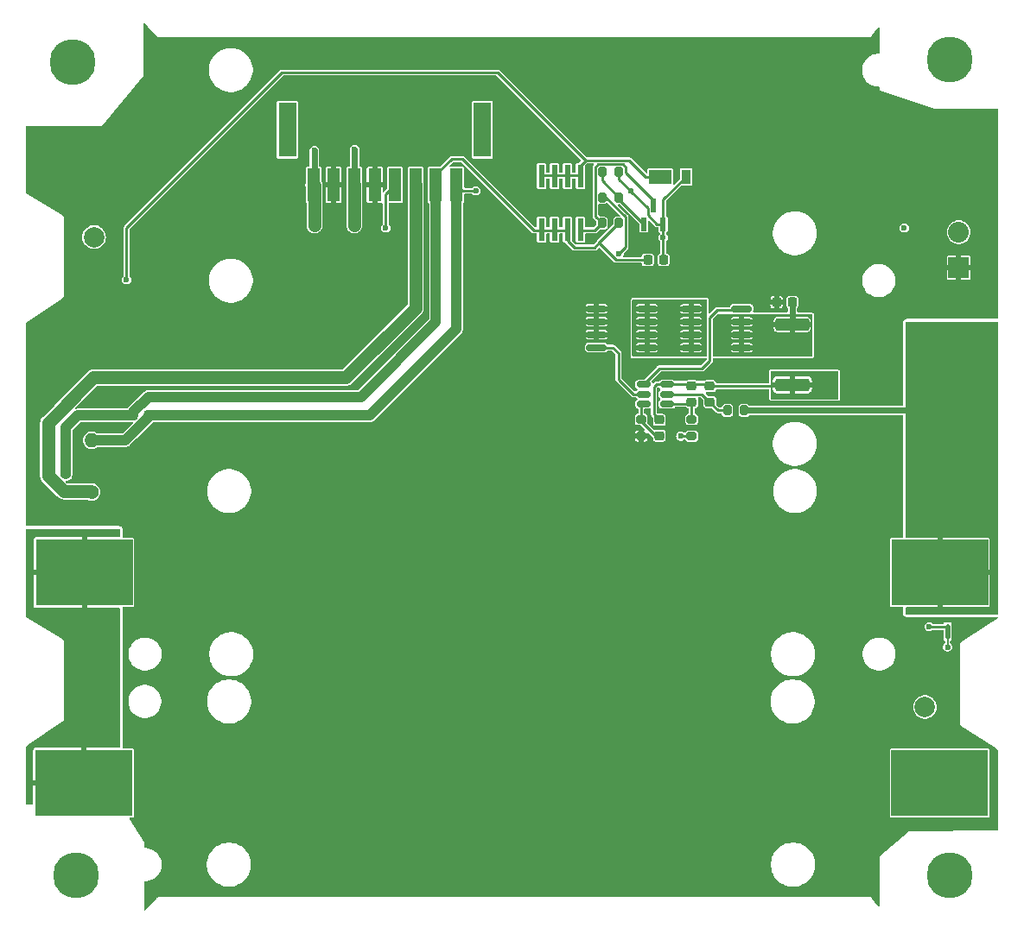
<source format=gtl>
%TF.GenerationSoftware,KiCad,Pcbnew,8.0.8*%
%TF.CreationDate,2025-03-15T16:50:05-07:00*%
%TF.ProjectId,batteryboard,62617474-6572-4796-926f-6172642e6b69,v2C*%
%TF.SameCoordinates,Original*%
%TF.FileFunction,Copper,L1,Top*%
%TF.FilePolarity,Positive*%
%FSLAX46Y46*%
G04 Gerber Fmt 4.6, Leading zero omitted, Abs format (unit mm)*
G04 Created by KiCad (PCBNEW 8.0.8) date 2025-03-15 16:50:05*
%MOMM*%
%LPD*%
G01*
G04 APERTURE LIST*
G04 Aperture macros list*
%AMRoundRect*
0 Rectangle with rounded corners*
0 $1 Rounding radius*
0 $2 $3 $4 $5 $6 $7 $8 $9 X,Y pos of 4 corners*
0 Add a 4 corners polygon primitive as box body*
4,1,4,$2,$3,$4,$5,$6,$7,$8,$9,$2,$3,0*
0 Add four circle primitives for the rounded corners*
1,1,$1+$1,$2,$3*
1,1,$1+$1,$4,$5*
1,1,$1+$1,$6,$7*
1,1,$1+$1,$8,$9*
0 Add four rect primitives between the rounded corners*
20,1,$1+$1,$2,$3,$4,$5,0*
20,1,$1+$1,$4,$5,$6,$7,0*
20,1,$1+$1,$6,$7,$8,$9,0*
20,1,$1+$1,$8,$9,$2,$3,0*%
G04 Aperture macros list end*
%TA.AperFunction,EtchedComponent*%
%ADD10C,0.000000*%
%TD*%
%TA.AperFunction,SMDPad,CuDef*%
%ADD11R,9.467600X6.477000*%
%TD*%
%TA.AperFunction,SMDPad,CuDef*%
%ADD12RoundRect,0.150000X-0.512500X-0.150000X0.512500X-0.150000X0.512500X0.150000X-0.512500X0.150000X0*%
%TD*%
%TA.AperFunction,SMDPad,CuDef*%
%ADD13RoundRect,0.225000X-0.250000X0.225000X-0.250000X-0.225000X0.250000X-0.225000X0.250000X0.225000X0*%
%TD*%
%TA.AperFunction,SMDPad,CuDef*%
%ADD14RoundRect,0.225000X0.225000X0.250000X-0.225000X0.250000X-0.225000X-0.250000X0.225000X-0.250000X0*%
%TD*%
%TA.AperFunction,SMDPad,CuDef*%
%ADD15RoundRect,0.200000X0.200000X0.275000X-0.200000X0.275000X-0.200000X-0.275000X0.200000X-0.275000X0*%
%TD*%
%TA.AperFunction,SMDPad,CuDef*%
%ADD16RoundRect,0.200000X0.275000X-0.200000X0.275000X0.200000X-0.275000X0.200000X-0.275000X-0.200000X0*%
%TD*%
%TA.AperFunction,SMDPad,CuDef*%
%ADD17RoundRect,0.150000X-0.825000X-0.150000X0.825000X-0.150000X0.825000X0.150000X-0.825000X0.150000X0*%
%TD*%
%TA.AperFunction,SMDPad,CuDef*%
%ADD18RoundRect,0.150000X0.825000X0.150000X-0.825000X0.150000X-0.825000X-0.150000X0.825000X-0.150000X0*%
%TD*%
%TA.AperFunction,SMDPad,CuDef*%
%ADD19RoundRect,0.200000X-0.275000X0.200000X-0.275000X-0.200000X0.275000X-0.200000X0.275000X0.200000X0*%
%TD*%
%TA.AperFunction,SMDPad,CuDef*%
%ADD20RoundRect,0.250000X1.425000X-0.362500X1.425000X0.362500X-1.425000X0.362500X-1.425000X-0.362500X0*%
%TD*%
%TA.AperFunction,ComponentPad*%
%ADD21C,2.000000*%
%TD*%
%TA.AperFunction,ComponentPad*%
%ADD22C,4.500000*%
%TD*%
%TA.AperFunction,ComponentPad*%
%ADD23R,2.032000X2.032000*%
%TD*%
%TA.AperFunction,ComponentPad*%
%ADD24C,2.032000*%
%TD*%
%TA.AperFunction,SMDPad,CuDef*%
%ADD25RoundRect,0.200000X-0.200000X-0.275000X0.200000X-0.275000X0.200000X0.275000X-0.200000X0.275000X0*%
%TD*%
%TA.AperFunction,SMDPad,CuDef*%
%ADD26R,0.900000X1.400000*%
%TD*%
%TA.AperFunction,SMDPad,CuDef*%
%ADD27R,2.200000X1.400000*%
%TD*%
%TA.AperFunction,SMDPad,CuDef*%
%ADD28R,0.558800X1.320800*%
%TD*%
%TA.AperFunction,SMDPad,CuDef*%
%ADD29RoundRect,0.225000X-0.225000X-0.250000X0.225000X-0.250000X0.225000X0.250000X-0.225000X0.250000X0*%
%TD*%
%TA.AperFunction,SMDPad,CuDef*%
%ADD30C,0.500000*%
%TD*%
%TA.AperFunction,SMDPad,CuDef*%
%ADD31R,1.244600X3.251200*%
%TD*%
%TA.AperFunction,SMDPad,CuDef*%
%ADD32R,1.752600X5.359400*%
%TD*%
%TA.AperFunction,SMDPad,CuDef*%
%ADD33R,0.609600X2.209800*%
%TD*%
%TA.AperFunction,ComponentPad*%
%ADD34C,1.400000*%
%TD*%
%TA.AperFunction,ComponentPad*%
%ADD35O,1.400000X1.400000*%
%TD*%
%TA.AperFunction,ViaPad*%
%ADD36C,0.600000*%
%TD*%
%TA.AperFunction,Conductor*%
%ADD37C,1.270000*%
%TD*%
%TA.AperFunction,Conductor*%
%ADD38C,1.000000*%
%TD*%
%TA.AperFunction,Conductor*%
%ADD39C,0.279400*%
%TD*%
%TA.AperFunction,Conductor*%
%ADD40C,0.271780*%
%TD*%
%TA.AperFunction,Conductor*%
%ADD41C,0.609600*%
%TD*%
%TA.AperFunction,Conductor*%
%ADD42C,0.177800*%
%TD*%
G04 APERTURE END LIST*
D10*
%TA.AperFunction,EtchedComponent*%
G36*
X144061100Y-115521700D02*
G01*
X143561100Y-115521700D01*
X143561100Y-114521700D01*
X144061100Y-114521700D01*
X144061100Y-115521700D01*
G37*
%TD.AperFunction*%
D11*
X143027400Y-129844800D03*
X59207400Y-129844800D03*
D12*
X114051500Y-90744000D03*
X114051500Y-91694000D03*
X114051500Y-92644000D03*
X116326500Y-92644000D03*
X116326500Y-91694000D03*
X116326500Y-90744000D03*
D11*
X59232800Y-109194600D03*
X143052800Y-109194600D03*
D13*
X120523000Y-90919000D03*
X120523000Y-92469000D03*
X118745000Y-90919000D03*
X118745000Y-92469000D03*
X115570000Y-94221000D03*
X115570000Y-95771000D03*
D14*
X128600500Y-82677000D03*
X127050500Y-82677000D03*
D15*
X123888000Y-93281500D03*
X122238000Y-93281500D03*
D16*
X118745000Y-95821000D03*
X118745000Y-94171000D03*
D17*
X109412000Y-83312000D03*
X109412000Y-84582000D03*
X109412000Y-85852000D03*
X109412000Y-87122000D03*
X114362000Y-87122000D03*
X114362000Y-85852000D03*
X114362000Y-84582000D03*
X114362000Y-83312000D03*
D18*
X123633000Y-87122000D03*
X123633000Y-85852000D03*
X123633000Y-84582000D03*
X123633000Y-83312000D03*
X118683000Y-83312000D03*
X118683000Y-84582000D03*
X118683000Y-85852000D03*
X118683000Y-87122000D03*
D19*
X113792000Y-94171000D03*
X113792000Y-95821000D03*
D20*
X128587500Y-90783000D03*
X128587500Y-84858000D03*
D21*
X141592300Y-122389900D03*
X60185300Y-76288900D03*
D22*
X144010300Y-138899900D03*
X58060700Y-59098900D03*
X58441700Y-138854900D03*
X144010300Y-58889900D03*
D23*
X144903300Y-79312102D03*
D24*
X144903300Y-75812102D03*
D16*
X57394700Y-101203900D03*
X57394700Y-99553900D03*
D25*
X109960300Y-69899900D03*
X111610300Y-69899900D03*
D26*
X118194700Y-70378900D03*
D27*
X115644700Y-70378900D03*
D15*
X111610300Y-72409900D03*
X109960300Y-72409900D03*
D28*
X114039600Y-75034900D03*
X115944600Y-75034900D03*
X114992100Y-73155300D03*
D29*
X64016700Y-93769900D03*
X65566700Y-93769900D03*
D30*
X143811100Y-114521700D03*
X143811100Y-115521700D03*
D31*
X81680301Y-71185900D03*
X83680300Y-71185900D03*
X85680301Y-71185900D03*
X87680299Y-71185900D03*
X89680301Y-71185900D03*
X91680299Y-71185900D03*
X93680300Y-71185900D03*
X95680301Y-71185900D03*
D32*
X98230301Y-65760899D03*
X79130299Y-65760899D03*
D33*
X104034700Y-75558100D03*
X105304700Y-75558100D03*
X106574700Y-75558100D03*
X107844700Y-75558100D03*
X107844700Y-70325700D03*
X106574700Y-70325700D03*
X105304700Y-70325700D03*
X104034700Y-70325700D03*
D29*
X114435700Y-78529900D03*
X115985700Y-78529900D03*
D25*
X109960300Y-74919900D03*
X111610300Y-74919900D03*
D34*
X59939300Y-101307900D03*
D35*
X59939300Y-96227900D03*
D36*
X143256000Y-129794000D03*
X146558000Y-129794000D03*
X145034000Y-129794000D03*
X141732000Y-129794000D03*
X146558000Y-132080000D03*
X141732000Y-132080000D03*
X143256000Y-132080000D03*
X145034000Y-132080000D03*
X131873100Y-90678000D03*
X132711300Y-90678000D03*
X131064000Y-90678000D03*
X131873100Y-91567000D03*
X131064000Y-91567000D03*
X132711300Y-91567000D03*
X143256000Y-127508000D03*
X146558000Y-127508000D03*
X145034000Y-127508000D03*
X131873100Y-89789000D03*
X141732000Y-127508000D03*
X131064000Y-89789000D03*
X132711300Y-89789000D03*
X59995700Y-121881900D03*
X59995700Y-118325900D03*
X59995700Y-120103900D03*
X59995700Y-116547900D03*
X61519700Y-116547900D03*
X61519700Y-118325900D03*
X61519700Y-121881900D03*
X61519700Y-120103900D03*
X58471700Y-120103900D03*
X58471700Y-118325900D03*
X58471700Y-116547900D03*
X58471700Y-121881900D03*
X117665498Y-95821500D03*
X140843000Y-94742000D03*
X143002000Y-94742000D03*
X145288000Y-94742000D03*
X147447000Y-94742000D03*
X145288000Y-96139000D03*
X140843000Y-96139000D03*
X143002000Y-96139000D03*
X147447000Y-96139000D03*
X140843000Y-93345000D03*
X85712300Y-75145900D03*
X143002000Y-93345000D03*
X81775300Y-67779900D03*
X85725000Y-67691000D03*
X81775300Y-75145900D03*
X147447000Y-93345000D03*
X81775300Y-68795900D03*
X145288000Y-93345000D03*
X85725000Y-68961000D03*
X139560300Y-75399900D03*
X63360300Y-80479900D03*
X143811100Y-116502900D03*
X111620300Y-77939900D03*
X88760300Y-75399900D03*
X115944700Y-76353900D03*
X141994700Y-114503900D03*
X97594700Y-71753900D03*
X112794700Y-71778900D03*
D37*
X91680299Y-83268301D02*
X84869700Y-90078900D01*
X55669700Y-94551076D02*
X55669700Y-99669914D01*
X55669700Y-99669914D02*
X57203686Y-101203900D01*
X84869700Y-90078900D02*
X60141876Y-90078900D01*
X60141876Y-90078900D02*
X55669700Y-94551076D01*
X91680299Y-71185900D02*
X91680299Y-83268301D01*
X57203686Y-101203900D02*
X57394700Y-101203900D01*
X57391300Y-101246400D02*
X57398800Y-101253900D01*
X59885300Y-101253900D02*
X59939300Y-101307900D01*
X57398800Y-101253900D02*
X59885300Y-101253900D01*
D38*
X65566700Y-93769900D02*
X87228700Y-93769900D01*
X87228700Y-93769900D02*
X95680301Y-85318299D01*
X95680301Y-85318299D02*
X95680301Y-71185900D01*
X64016700Y-93769900D02*
X64016700Y-93456900D01*
X64016700Y-93456900D02*
X65519700Y-91953900D01*
X86319700Y-91953900D02*
X93680300Y-84593300D01*
X65519700Y-91953900D02*
X86319700Y-91953900D01*
X93680300Y-84593300D02*
X93680300Y-71185900D01*
X57394700Y-99553900D02*
X57394700Y-98324800D01*
X57391300Y-94932300D02*
X58553700Y-93769900D01*
X57394700Y-98324800D02*
X57391300Y-98321400D01*
X58553700Y-93769900D02*
X58949700Y-93769900D01*
X57391300Y-98321400D02*
X57391300Y-94932300D01*
D39*
X119761000Y-91694000D02*
X120523000Y-92456000D01*
X121323000Y-93281500D02*
X120523000Y-92481500D01*
X122275500Y-93281500D02*
X121323000Y-93281500D01*
X116589000Y-91694000D02*
X119761000Y-91694000D01*
X120523000Y-92456000D02*
X120523000Y-92481500D01*
X118745000Y-90678000D02*
X120294500Y-90678000D01*
X120523000Y-90906500D02*
X128401500Y-90906500D01*
X118745000Y-90906500D02*
X118745000Y-90678000D01*
D40*
X115032900Y-91001300D02*
X115290200Y-90744000D01*
D39*
X120294500Y-90678000D02*
X120523000Y-90906500D01*
D40*
X115290200Y-90744000D02*
X116326500Y-90744000D01*
D39*
X116655000Y-90678000D02*
X118745000Y-90678000D01*
D40*
X115570000Y-94208500D02*
X115032900Y-93671400D01*
D39*
X128401500Y-90906500D02*
X128587500Y-90720500D01*
X116589000Y-90744000D02*
X116655000Y-90678000D01*
D40*
X115032900Y-93671400D02*
X115032900Y-91001300D01*
D39*
X117703498Y-95783500D02*
X117665498Y-95821500D01*
X118745000Y-95783500D02*
X117703498Y-95783500D01*
D41*
X85712300Y-71272900D02*
X85776300Y-71208900D01*
X81776301Y-71208900D02*
X81776301Y-68796901D01*
D37*
X81775300Y-71209901D02*
X81776301Y-71208900D01*
D40*
X85680301Y-69005699D02*
X85725000Y-68961000D01*
D41*
X85725000Y-71157600D02*
X85776300Y-71208900D01*
X85725000Y-67691000D02*
X85725000Y-68961000D01*
X140779500Y-93281500D02*
X140843000Y-93345000D01*
X81776301Y-68796901D02*
X81775300Y-68795900D01*
X85725000Y-68961000D02*
X85725000Y-71157600D01*
D37*
X81775300Y-71280899D02*
X81680301Y-71185900D01*
D40*
X85680301Y-71185900D02*
X85680301Y-69005699D01*
D41*
X123850500Y-93281500D02*
X140779500Y-93281500D01*
D40*
X85712300Y-75145900D02*
X85680301Y-75113901D01*
D37*
X81775300Y-75145900D02*
X81775300Y-71280899D01*
X85680301Y-75113901D02*
X85680301Y-71185900D01*
D41*
X81775300Y-67779900D02*
X81775300Y-68795900D01*
D40*
X118745000Y-92481500D02*
X118745000Y-94208500D01*
D39*
X116589000Y-92644000D02*
X118582500Y-92644000D01*
D41*
X128613000Y-84895000D02*
X128587500Y-84920500D01*
X128613000Y-82677000D02*
X128613000Y-84895000D01*
D39*
X113792000Y-94208500D02*
X113792000Y-94361000D01*
X113789000Y-94205500D02*
X113792000Y-94208500D01*
X113789000Y-92644000D02*
X113789000Y-94205500D01*
X115214500Y-95783500D02*
X115570000Y-95783500D01*
X113792000Y-94361000D02*
X115214500Y-95783500D01*
X119761000Y-89154000D02*
X115570000Y-89154000D01*
X121285000Y-83439000D02*
X120523000Y-84201000D01*
X120523000Y-88392000D02*
X119761000Y-89154000D01*
X115570000Y-89225500D02*
X114051500Y-90744000D01*
X123506000Y-83439000D02*
X121285000Y-83439000D01*
X120523000Y-84201000D02*
X120523000Y-88392000D01*
X115570000Y-89154000D02*
X115570000Y-89225500D01*
X123633000Y-83312000D02*
X123506000Y-83439000D01*
D40*
X96269700Y-68628900D02*
X103275100Y-75634300D01*
D38*
X58949700Y-93769900D02*
X64016700Y-93769900D01*
D40*
X109680210Y-76849990D02*
X111360120Y-78529900D01*
X106574700Y-75634300D02*
X106574700Y-76658900D01*
X109201300Y-77328900D02*
X109680210Y-76849990D01*
X106574700Y-76658900D02*
X107244700Y-77328900D01*
X58848100Y-93668300D02*
X58949700Y-93769900D01*
X109680210Y-76849990D02*
X111610300Y-74919900D01*
X95234000Y-68628900D02*
X96269700Y-68628900D01*
X93680300Y-71185900D02*
X93680300Y-70182600D01*
X111360120Y-78529900D02*
X114435700Y-78529900D01*
X103275100Y-75634300D02*
X106574700Y-75634300D01*
X107244700Y-77328900D02*
X109201300Y-77328900D01*
X93680300Y-70182600D02*
X95234000Y-68628900D01*
D39*
X111569500Y-90253900D02*
X111569500Y-87693500D01*
X110998000Y-87122000D02*
X109412000Y-87122000D01*
X113009600Y-91694000D02*
X111569500Y-90253900D01*
X113789000Y-91694000D02*
X113009600Y-91694000D01*
X111569500Y-87693500D02*
X110998000Y-87122000D01*
D40*
X112603630Y-68763230D02*
X114219300Y-70378900D01*
X108360570Y-68763230D02*
X99757240Y-60159900D01*
X106574700Y-70249500D02*
X105304700Y-70249500D01*
X107844700Y-70249500D02*
X106574700Y-70249500D01*
X107844700Y-69279100D02*
X107844700Y-70249500D01*
X99757240Y-60159900D02*
X78600300Y-60159900D01*
X78600300Y-60159900D02*
X63360300Y-75399900D01*
X105304700Y-70249500D02*
X104034700Y-70249500D01*
X63360300Y-75399900D02*
X63360300Y-80479900D01*
X108360570Y-68763230D02*
X107844700Y-69279100D01*
X114219300Y-70378900D02*
X115644700Y-70378900D01*
D42*
X143811100Y-116502900D02*
X143811100Y-115521700D01*
D40*
X108360570Y-68763230D02*
X112603630Y-68763230D01*
X112273190Y-77287010D02*
X111620300Y-77939900D01*
X112273190Y-74322790D02*
X112273190Y-77287010D01*
X109960300Y-72409900D02*
X110360300Y-72409900D01*
X88760300Y-72105901D02*
X89680301Y-71185900D01*
X110360300Y-72409900D02*
X112273190Y-74322790D01*
X88760300Y-75399900D02*
X88760300Y-72105901D01*
X109960300Y-70759900D02*
X111610300Y-72409900D01*
X109960300Y-69899900D02*
X109960300Y-70759900D01*
X111610300Y-72409900D02*
X111610300Y-72605600D01*
X111610300Y-72605600D02*
X114039600Y-75034900D01*
X115944600Y-76354000D02*
X115944600Y-78488800D01*
X115351184Y-75034900D02*
X114427894Y-74111610D01*
X115944600Y-78488800D02*
X115985700Y-78529900D01*
X112769700Y-71778900D02*
X111610300Y-70619500D01*
X115944600Y-75034900D02*
X115944600Y-76353800D01*
X115944600Y-75034900D02*
X115351184Y-75034900D01*
D38*
X65566700Y-93899810D02*
X65566700Y-93769900D01*
D40*
X115944700Y-76353900D02*
X115944600Y-76354000D01*
X97594700Y-71753900D02*
X96248301Y-71753900D01*
X115944600Y-76353800D02*
X115944700Y-76353900D01*
X112794700Y-71778900D02*
X112769700Y-71778900D01*
X115944600Y-75034900D02*
X115944600Y-72629000D01*
X114427894Y-74111610D02*
X114427894Y-73437094D01*
X142012500Y-114521700D02*
X141994700Y-114503900D01*
D38*
X59939300Y-96227900D02*
X63238610Y-96227900D01*
D40*
X115944600Y-72629000D02*
X118194700Y-70378900D01*
X111610300Y-70619500D02*
X111610300Y-69899900D01*
D38*
X63238610Y-96227900D02*
X65566700Y-93899810D01*
D40*
X96248301Y-71753900D02*
X95680301Y-71185900D01*
X114427894Y-73437094D02*
X112794700Y-71803900D01*
X112794700Y-71803900D02*
X112794700Y-71778900D01*
X143811100Y-114521700D02*
X142012500Y-114521700D01*
X112002036Y-69162010D02*
X112273190Y-69433164D01*
X112273190Y-69998830D02*
X114992100Y-72717740D01*
X112273190Y-69433164D02*
X112273190Y-69998830D01*
X109245900Y-75634300D02*
X109960300Y-74919900D01*
X109297410Y-69433164D02*
X109568564Y-69162010D01*
X109960300Y-74919900D02*
X109297410Y-74257010D01*
X109568564Y-69162010D02*
X112002036Y-69162010D01*
X107844700Y-75634300D02*
X109245900Y-75634300D01*
X114992100Y-72717740D02*
X114992100Y-73155300D01*
X109297410Y-74257010D02*
X109297410Y-69433164D01*
%TA.AperFunction,Conductor*%
G36*
X133069138Y-89425593D02*
G01*
X133094858Y-89470142D01*
X133096000Y-89483200D01*
X133096000Y-92126800D01*
X133078407Y-92175138D01*
X133033858Y-92200858D01*
X133020800Y-92202000D01*
X126567200Y-92202000D01*
X126518862Y-92184407D01*
X126493142Y-92139858D01*
X126492000Y-92126800D01*
X126492000Y-91193715D01*
X126658501Y-91193715D01*
X126664953Y-91253736D01*
X126664954Y-91253741D01*
X126715598Y-91389520D01*
X126715602Y-91389527D01*
X126802452Y-91505547D01*
X126918472Y-91592397D01*
X126918479Y-91592401D01*
X127054256Y-91643044D01*
X127054266Y-91643047D01*
X127114291Y-91649499D01*
X128333500Y-91649499D01*
X128841500Y-91649499D01*
X130060700Y-91649499D01*
X130060715Y-91649498D01*
X130120736Y-91643046D01*
X130120741Y-91643045D01*
X130256520Y-91592401D01*
X130256527Y-91592397D01*
X130372547Y-91505547D01*
X130459397Y-91389527D01*
X130459401Y-91389520D01*
X130510044Y-91253743D01*
X130510047Y-91253733D01*
X130516499Y-91193714D01*
X130516500Y-91193703D01*
X130516500Y-91037000D01*
X128841500Y-91037000D01*
X128841500Y-91649499D01*
X128333500Y-91649499D01*
X128333500Y-91037000D01*
X126658501Y-91037000D01*
X126658501Y-91193715D01*
X126492000Y-91193715D01*
X126492000Y-90372285D01*
X126658500Y-90372285D01*
X126658500Y-90529000D01*
X128333500Y-90529000D01*
X128841500Y-90529000D01*
X130516499Y-90529000D01*
X130516499Y-90372299D01*
X130516498Y-90372284D01*
X130510046Y-90312263D01*
X130510045Y-90312258D01*
X130459401Y-90176479D01*
X130459397Y-90176472D01*
X130372547Y-90060452D01*
X130256527Y-89973602D01*
X130256520Y-89973598D01*
X130120743Y-89922955D01*
X130120733Y-89922952D01*
X130060714Y-89916500D01*
X128841500Y-89916500D01*
X128841500Y-90529000D01*
X128333500Y-90529000D01*
X128333500Y-89916500D01*
X127114299Y-89916500D01*
X127114284Y-89916501D01*
X127054263Y-89922953D01*
X127054258Y-89922954D01*
X126918479Y-89973598D01*
X126918472Y-89973602D01*
X126802452Y-90060452D01*
X126715602Y-90176472D01*
X126715598Y-90176479D01*
X126664955Y-90312256D01*
X126664952Y-90312266D01*
X126658500Y-90372285D01*
X126492000Y-90372285D01*
X126492000Y-89483200D01*
X126509593Y-89434862D01*
X126554142Y-89409142D01*
X126567200Y-89408000D01*
X133020800Y-89408000D01*
X133069138Y-89425593D01*
G37*
%TD.AperFunction*%
%TA.AperFunction,Conductor*%
G36*
X65136800Y-55344266D02*
G01*
X65153699Y-55357575D01*
X65451442Y-55670745D01*
X66299589Y-56562838D01*
X66304750Y-56568875D01*
X66307542Y-56572514D01*
X66332121Y-56597092D01*
X66333447Y-56598451D01*
X66353974Y-56620042D01*
X66357478Y-56623727D01*
X66360423Y-56626107D01*
X66363489Y-56628460D01*
X66393651Y-56645874D01*
X66395283Y-56646844D01*
X66424976Y-56665002D01*
X66424978Y-56665003D01*
X66424980Y-56665004D01*
X66424981Y-56665004D01*
X66428501Y-56666567D01*
X66432008Y-56668019D01*
X66432011Y-56668021D01*
X66465675Y-56677041D01*
X66467477Y-56677548D01*
X66500865Y-56687405D01*
X66500872Y-56687405D01*
X66504639Y-56687998D01*
X66508433Y-56688498D01*
X66508438Y-56688500D01*
X66543267Y-56688500D01*
X66545165Y-56688524D01*
X66579963Y-56689403D01*
X66579969Y-56689401D01*
X66584528Y-56688919D01*
X66592454Y-56688500D01*
X136116350Y-56688500D01*
X136127357Y-56689310D01*
X136129340Y-56689603D01*
X136139143Y-56691054D01*
X136156981Y-56688995D01*
X136165599Y-56688500D01*
X136183560Y-56688500D01*
X136183562Y-56688500D01*
X136195071Y-56685415D01*
X136205907Y-56683350D01*
X136217746Y-56681985D01*
X136234456Y-56675373D01*
X136242647Y-56672666D01*
X136259989Y-56668021D01*
X136270310Y-56662061D01*
X136280234Y-56657266D01*
X136291321Y-56652881D01*
X136305746Y-56642173D01*
X136312953Y-56637441D01*
X136328511Y-56628460D01*
X136336936Y-56620033D01*
X136345295Y-56612822D01*
X136354854Y-56605728D01*
X136354853Y-56605728D01*
X136354857Y-56605726D01*
X136366023Y-56591646D01*
X136371751Y-56585218D01*
X136384460Y-56572511D01*
X136390417Y-56562190D01*
X136396617Y-56553070D01*
X137025881Y-55759650D01*
X137069702Y-55732711D01*
X137120588Y-55740242D01*
X137154728Y-55778719D01*
X137160000Y-55806380D01*
X137160000Y-58222100D01*
X137142407Y-58270438D01*
X137097858Y-58296158D01*
X137084800Y-58297300D01*
X136943498Y-58297300D01*
X136691452Y-58337220D01*
X136691440Y-58337223D01*
X136448747Y-58416079D01*
X136448739Y-58416082D01*
X136448737Y-58416083D01*
X136448733Y-58416084D01*
X136448733Y-58416085D01*
X136221352Y-58531941D01*
X136014892Y-58681943D01*
X136014884Y-58681950D01*
X135834450Y-58862384D01*
X135834443Y-58862392D01*
X135684441Y-59068852D01*
X135568585Y-59296233D01*
X135568579Y-59296247D01*
X135489723Y-59538940D01*
X135489720Y-59538952D01*
X135449800Y-59790998D01*
X135449800Y-60046201D01*
X135489720Y-60298247D01*
X135489723Y-60298259D01*
X135544317Y-60466283D01*
X135568583Y-60540963D01*
X135684440Y-60768346D01*
X135760944Y-60873644D01*
X135834443Y-60974807D01*
X135834450Y-60974815D01*
X136014884Y-61155249D01*
X136014892Y-61155256D01*
X136014894Y-61155258D01*
X136221354Y-61305260D01*
X136448737Y-61421117D01*
X136691445Y-61499978D01*
X136943501Y-61539900D01*
X137084800Y-61539900D01*
X137133138Y-61557493D01*
X137158858Y-61602042D01*
X137160000Y-61615100D01*
X137160000Y-61937900D01*
X142608300Y-63715900D01*
X148711347Y-63715900D01*
X148759685Y-63733493D01*
X148785405Y-63778042D01*
X148786547Y-63791084D01*
X148788927Y-74654395D01*
X148791002Y-84129600D01*
X148791029Y-84249351D01*
X148773446Y-84297692D01*
X148728904Y-84323422D01*
X148715829Y-84324567D01*
X139775190Y-84324567D01*
X139752595Y-84325553D01*
X139739547Y-84326694D01*
X139728270Y-84327929D01*
X139632398Y-84360472D01*
X139587844Y-84386195D01*
X139526267Y-84435615D01*
X139473742Y-84522175D01*
X139473738Y-84522185D01*
X139456149Y-84570512D01*
X139456149Y-84570514D01*
X139440500Y-84659262D01*
X139440500Y-92748600D01*
X139422907Y-92796938D01*
X139378358Y-92822658D01*
X139365300Y-92823800D01*
X124435526Y-92823800D01*
X124387188Y-92806207D01*
X124382352Y-92801774D01*
X124295900Y-92715322D01*
X124295898Y-92715321D01*
X124190088Y-92663594D01*
X124121502Y-92653600D01*
X124121494Y-92653600D01*
X123654506Y-92653600D01*
X123654497Y-92653600D01*
X123585911Y-92663594D01*
X123480099Y-92715322D01*
X123396822Y-92798599D01*
X123345094Y-92904411D01*
X123335100Y-92972997D01*
X123335100Y-93590002D01*
X123345094Y-93658588D01*
X123396822Y-93764400D01*
X123480099Y-93847677D01*
X123480100Y-93847677D01*
X123480102Y-93847679D01*
X123585912Y-93899406D01*
X123636180Y-93906730D01*
X123654497Y-93909399D01*
X123654502Y-93909399D01*
X123654506Y-93909400D01*
X123654508Y-93909400D01*
X124121492Y-93909400D01*
X124121494Y-93909400D01*
X124121498Y-93909399D01*
X124121502Y-93909399D01*
X124131245Y-93907979D01*
X124190088Y-93899406D01*
X124295898Y-93847679D01*
X124335660Y-93807917D01*
X124382352Y-93761226D01*
X124428972Y-93739486D01*
X124435526Y-93739200D01*
X139365300Y-93739200D01*
X139413638Y-93756793D01*
X139439358Y-93801342D01*
X139440500Y-93814400D01*
X139440500Y-105728000D01*
X139422907Y-105776338D01*
X139378358Y-105802058D01*
X139365300Y-105803200D01*
X138303944Y-105803200D01*
X138303942Y-105803201D01*
X138259340Y-105812072D01*
X138208767Y-105845864D01*
X138174972Y-105896442D01*
X138174971Y-105896443D01*
X138166100Y-105941042D01*
X138166100Y-112448155D01*
X138166101Y-112448157D01*
X138174972Y-112492759D01*
X138208764Y-112543332D01*
X138208765Y-112543332D01*
X138208766Y-112543334D01*
X138259342Y-112577128D01*
X138303943Y-112586000D01*
X139365300Y-112585999D01*
X139413638Y-112603592D01*
X139439358Y-112648141D01*
X139440500Y-112661199D01*
X139440500Y-113210877D01*
X139441486Y-113233471D01*
X139442627Y-113246519D01*
X139443862Y-113257796D01*
X139476405Y-113353668D01*
X139476407Y-113353672D01*
X139476408Y-113353674D01*
X139502128Y-113398223D01*
X139551548Y-113459799D01*
X139638110Y-113512325D01*
X139686448Y-113529918D01*
X139775195Y-113545566D01*
X139775196Y-113545567D01*
X148678752Y-113545567D01*
X148727090Y-113563160D01*
X148752810Y-113607709D01*
X148743877Y-113658367D01*
X148720630Y-113683226D01*
X147865579Y-114256526D01*
X145152823Y-116075389D01*
X145148548Y-116078052D01*
X145125189Y-116091539D01*
X145125183Y-116091543D01*
X145123154Y-116093573D01*
X145111880Y-116102840D01*
X145109498Y-116104437D01*
X145109493Y-116104441D01*
X145091749Y-116124739D01*
X145088311Y-116128416D01*
X145069240Y-116147488D01*
X145067805Y-116149974D01*
X145059309Y-116161850D01*
X145057418Y-116164013D01*
X145057415Y-116164017D01*
X145045529Y-116188216D01*
X145043160Y-116192657D01*
X145029681Y-116216005D01*
X145029675Y-116216020D01*
X145028932Y-116218792D01*
X145023806Y-116232445D01*
X145022539Y-116235025D01*
X145022535Y-116235036D01*
X145017317Y-116261488D01*
X145016177Y-116266393D01*
X145009200Y-116292435D01*
X145009200Y-116295299D01*
X145007779Y-116309846D01*
X145007226Y-116312650D01*
X145007225Y-116312661D01*
X145009031Y-116339554D01*
X145009200Y-116344592D01*
X145009200Y-123939407D01*
X145009031Y-123944445D01*
X145007225Y-123971339D01*
X145007225Y-123971342D01*
X145007778Y-123974143D01*
X145009200Y-123988698D01*
X145009200Y-123991562D01*
X145016178Y-124017608D01*
X145017318Y-124022513D01*
X145022537Y-124048969D01*
X145022540Y-124048978D01*
X145023801Y-124051545D01*
X145028935Y-124065214D01*
X145029679Y-124067989D01*
X145029680Y-124067990D01*
X145043160Y-124091339D01*
X145045532Y-124095786D01*
X145057417Y-124119985D01*
X145059302Y-124122141D01*
X145067807Y-124134029D01*
X145069240Y-124136511D01*
X145088300Y-124155571D01*
X145091743Y-124159252D01*
X145109493Y-124179557D01*
X145111870Y-124181151D01*
X145123164Y-124190436D01*
X145125188Y-124192460D01*
X145137877Y-124199785D01*
X145148553Y-124205949D01*
X145152808Y-124208600D01*
X148296532Y-126316421D01*
X148764013Y-126629860D01*
X148794364Y-126671392D01*
X148797335Y-126692382D01*
X148791028Y-134383218D01*
X148773395Y-134431541D01*
X148728826Y-134457224D01*
X148716902Y-134458348D01*
X140068302Y-134581899D01*
X140068297Y-134581901D01*
X137147301Y-136994898D01*
X137147300Y-136994899D01*
X137155265Y-141878201D01*
X137137750Y-141926568D01*
X137093244Y-141952360D01*
X137042571Y-141943510D01*
X137020822Y-141924640D01*
X136418657Y-141154365D01*
X136412777Y-141145650D01*
X136410426Y-141141578D01*
X136406160Y-141134189D01*
X136394392Y-141122421D01*
X136388328Y-141115569D01*
X136383643Y-141109576D01*
X136378078Y-141102457D01*
X136367498Y-141094489D01*
X136359569Y-141087598D01*
X136350211Y-141078240D01*
X136346104Y-141075869D01*
X136335801Y-141069920D01*
X136328167Y-141064868D01*
X136314880Y-141054863D01*
X136314877Y-141054861D01*
X136314873Y-141054858D01*
X136314870Y-141054857D01*
X136314869Y-141054856D01*
X136308670Y-141052353D01*
X136302594Y-141049900D01*
X136293159Y-141045301D01*
X136281689Y-141038679D01*
X136281688Y-141038678D01*
X136281685Y-141038677D01*
X136265618Y-141034372D01*
X136256931Y-141031467D01*
X136241503Y-141025238D01*
X136228355Y-141023627D01*
X136218043Y-141021624D01*
X136205263Y-141018200D01*
X136205262Y-141018200D01*
X136188625Y-141018200D01*
X136179483Y-141017642D01*
X136162969Y-141015619D01*
X136162963Y-141015619D01*
X136149859Y-141017465D01*
X136139373Y-141018200D01*
X66614145Y-141018200D01*
X66606212Y-141017780D01*
X66601670Y-141017298D01*
X66601669Y-141017298D01*
X66588037Y-141017642D01*
X66566874Y-141018176D01*
X66564978Y-141018200D01*
X66530133Y-141018200D01*
X66526392Y-141018691D01*
X66522569Y-141019293D01*
X66489165Y-141029153D01*
X66487344Y-141029666D01*
X66453703Y-141038681D01*
X66450182Y-141040139D01*
X66446685Y-141041692D01*
X66416934Y-141059883D01*
X66415308Y-141060849D01*
X66385191Y-141078237D01*
X66382150Y-141080570D01*
X66379185Y-141082968D01*
X66355172Y-141108222D01*
X66353851Y-141109576D01*
X66329238Y-141134189D01*
X66326443Y-141137831D01*
X66321291Y-141143857D01*
X65212254Y-142310315D01*
X65166197Y-142333224D01*
X65116190Y-142321168D01*
X65085631Y-142279788D01*
X65082555Y-142258499D01*
X65082555Y-139542300D01*
X65100148Y-139493962D01*
X65144697Y-139468242D01*
X65157755Y-139467100D01*
X65316695Y-139467100D01*
X65316699Y-139467100D01*
X65568755Y-139427178D01*
X65811463Y-139348317D01*
X66038846Y-139232460D01*
X66245306Y-139082458D01*
X66425758Y-138902006D01*
X66575760Y-138695546D01*
X66691617Y-138468163D01*
X66770478Y-138225455D01*
X66810400Y-137973399D01*
X66810400Y-137718201D01*
X66808242Y-137704574D01*
X71238600Y-137704574D01*
X71238600Y-137987026D01*
X71275468Y-138267063D01*
X71329352Y-138468163D01*
X71348573Y-138539894D01*
X71348573Y-138539895D01*
X71456662Y-138800845D01*
X71597890Y-139045458D01*
X71769830Y-139269535D01*
X71769842Y-139269549D01*
X71969550Y-139469257D01*
X71969557Y-139469263D01*
X71969559Y-139469265D01*
X72193644Y-139641211D01*
X72438256Y-139782438D01*
X72699208Y-139890528D01*
X72972037Y-139963632D01*
X73252074Y-140000500D01*
X73252077Y-140000500D01*
X73534523Y-140000500D01*
X73534526Y-140000500D01*
X73814563Y-139963632D01*
X74087392Y-139890528D01*
X74348344Y-139782438D01*
X74592956Y-139641211D01*
X74817041Y-139469265D01*
X75016765Y-139269541D01*
X75188711Y-139045456D01*
X75329938Y-138800844D01*
X75438028Y-138539892D01*
X75511132Y-138267063D01*
X75548000Y-137987026D01*
X75548000Y-137704574D01*
X126509000Y-137704574D01*
X126509000Y-137987026D01*
X126545868Y-138267063D01*
X126599752Y-138468163D01*
X126618973Y-138539894D01*
X126618973Y-138539895D01*
X126727062Y-138800845D01*
X126868290Y-139045458D01*
X127040230Y-139269535D01*
X127040242Y-139269549D01*
X127239950Y-139469257D01*
X127239957Y-139469263D01*
X127239959Y-139469265D01*
X127464044Y-139641211D01*
X127708656Y-139782438D01*
X127969608Y-139890528D01*
X128242437Y-139963632D01*
X128522474Y-140000500D01*
X128522477Y-140000500D01*
X128804923Y-140000500D01*
X128804926Y-140000500D01*
X129084963Y-139963632D01*
X129357792Y-139890528D01*
X129618744Y-139782438D01*
X129863356Y-139641211D01*
X130087441Y-139469265D01*
X130287165Y-139269541D01*
X130459111Y-139045456D01*
X130600338Y-138800844D01*
X130708428Y-138539892D01*
X130781532Y-138267063D01*
X130818400Y-137987026D01*
X130818400Y-137704574D01*
X130781532Y-137424537D01*
X130708428Y-137151708D01*
X130600338Y-136890756D01*
X130459111Y-136646144D01*
X130430718Y-136609142D01*
X130287169Y-136422064D01*
X130287157Y-136422050D01*
X130087449Y-136222342D01*
X130087435Y-136222330D01*
X129863358Y-136050390D01*
X129618745Y-135909162D01*
X129357795Y-135801073D01*
X129357793Y-135801072D01*
X129357792Y-135801072D01*
X129084963Y-135727968D01*
X128804926Y-135691100D01*
X128522474Y-135691100D01*
X128242437Y-135727968D01*
X128242433Y-135727969D01*
X128242432Y-135727969D01*
X128069468Y-135774314D01*
X127969608Y-135801072D01*
X127969606Y-135801072D01*
X127969605Y-135801073D01*
X127969604Y-135801073D01*
X127708654Y-135909162D01*
X127464041Y-136050390D01*
X127239964Y-136222330D01*
X127239950Y-136222342D01*
X127040242Y-136422050D01*
X127040230Y-136422064D01*
X126868290Y-136646141D01*
X126727062Y-136890754D01*
X126618973Y-137151704D01*
X126618973Y-137151705D01*
X126618972Y-137151708D01*
X126545868Y-137424537D01*
X126509000Y-137704574D01*
X75548000Y-137704574D01*
X75511132Y-137424537D01*
X75438028Y-137151708D01*
X75329938Y-136890756D01*
X75188711Y-136646144D01*
X75160318Y-136609142D01*
X75016769Y-136422064D01*
X75016757Y-136422050D01*
X74817049Y-136222342D01*
X74817035Y-136222330D01*
X74592958Y-136050390D01*
X74348345Y-135909162D01*
X74087395Y-135801073D01*
X74087393Y-135801072D01*
X74087392Y-135801072D01*
X73814563Y-135727968D01*
X73534526Y-135691100D01*
X73252074Y-135691100D01*
X72972037Y-135727968D01*
X72972033Y-135727969D01*
X72972032Y-135727969D01*
X72799068Y-135774314D01*
X72699208Y-135801072D01*
X72699206Y-135801072D01*
X72699205Y-135801073D01*
X72699204Y-135801073D01*
X72438254Y-135909162D01*
X72193641Y-136050390D01*
X71969564Y-136222330D01*
X71969550Y-136222342D01*
X71769842Y-136422050D01*
X71769830Y-136422064D01*
X71597890Y-136646141D01*
X71456662Y-136890754D01*
X71348573Y-137151704D01*
X71348573Y-137151705D01*
X71348572Y-137151708D01*
X71275468Y-137424537D01*
X71238600Y-137704574D01*
X66808242Y-137704574D01*
X66770478Y-137466145D01*
X66691617Y-137223437D01*
X66575760Y-136996054D01*
X66425758Y-136789594D01*
X66425756Y-136789592D01*
X66425749Y-136789584D01*
X66245315Y-136609150D01*
X66245307Y-136609143D01*
X66038847Y-136459141D01*
X66038848Y-136459141D01*
X66038846Y-136459140D01*
X65811463Y-136343283D01*
X65811456Y-136343280D01*
X65811452Y-136343279D01*
X65568759Y-136264423D01*
X65568747Y-136264420D01*
X65316701Y-136224500D01*
X65316699Y-136224500D01*
X65157755Y-136224500D01*
X65109417Y-136206907D01*
X65083697Y-136162358D01*
X65082555Y-136149300D01*
X65082555Y-135636000D01*
X63643151Y-133351487D01*
X63632268Y-133301211D01*
X63656248Y-133255703D01*
X63703870Y-133236255D01*
X63706775Y-133236199D01*
X63956256Y-133236199D01*
X64000858Y-133227328D01*
X64051434Y-133193534D01*
X64085228Y-133142958D01*
X64094100Y-133098357D01*
X64094099Y-126591244D01*
X64094099Y-126591242D01*
X138140700Y-126591242D01*
X138140700Y-133098355D01*
X138140701Y-133098357D01*
X138149572Y-133142959D01*
X138183364Y-133193532D01*
X138183365Y-133193532D01*
X138183366Y-133193534D01*
X138233942Y-133227328D01*
X138278543Y-133236200D01*
X147776256Y-133236199D01*
X147820858Y-133227328D01*
X147871434Y-133193534D01*
X147905228Y-133142958D01*
X147914100Y-133098357D01*
X147914099Y-126591244D01*
X147905228Y-126546642D01*
X147871434Y-126496066D01*
X147820858Y-126462272D01*
X147820856Y-126462271D01*
X147776257Y-126453400D01*
X138278544Y-126453400D01*
X138278542Y-126453401D01*
X138233940Y-126462272D01*
X138183367Y-126496064D01*
X138149572Y-126546642D01*
X138149571Y-126546643D01*
X138140700Y-126591242D01*
X64094099Y-126591242D01*
X64085228Y-126546642D01*
X64051434Y-126496066D01*
X64000858Y-126462272D01*
X64000856Y-126462271D01*
X63956257Y-126453400D01*
X63056033Y-126453400D01*
X63007695Y-126435807D01*
X62981975Y-126391258D01*
X62981976Y-126365141D01*
X62984542Y-126350593D01*
X62997499Y-126277104D01*
X62997500Y-126277104D01*
X62997500Y-121716198D01*
X63542400Y-121716198D01*
X63542400Y-121971401D01*
X63582320Y-122223447D01*
X63582323Y-122223459D01*
X63636403Y-122389900D01*
X63661183Y-122466163D01*
X63777040Y-122693546D01*
X63860306Y-122808151D01*
X63927043Y-122900007D01*
X63927050Y-122900015D01*
X64107484Y-123080449D01*
X64107492Y-123080456D01*
X64107494Y-123080458D01*
X64313954Y-123230460D01*
X64541337Y-123346317D01*
X64784045Y-123425178D01*
X65036101Y-123465100D01*
X65036105Y-123465100D01*
X65291295Y-123465100D01*
X65291299Y-123465100D01*
X65543355Y-123425178D01*
X65786063Y-123346317D01*
X66013446Y-123230460D01*
X66219906Y-123080458D01*
X66400358Y-122900006D01*
X66550360Y-122693546D01*
X66666217Y-122466163D01*
X66745078Y-122223455D01*
X66785000Y-121971399D01*
X66785000Y-121716201D01*
X66782842Y-121702574D01*
X71264000Y-121702574D01*
X71264000Y-121985026D01*
X71300868Y-122265063D01*
X71354752Y-122466163D01*
X71373973Y-122537894D01*
X71373973Y-122537895D01*
X71482062Y-122798845D01*
X71623290Y-123043458D01*
X71795230Y-123267535D01*
X71795242Y-123267549D01*
X71994950Y-123467257D01*
X71994957Y-123467263D01*
X71994959Y-123467265D01*
X72219044Y-123639211D01*
X72463656Y-123780438D01*
X72724608Y-123888528D01*
X72997437Y-123961632D01*
X73277474Y-123998500D01*
X73277477Y-123998500D01*
X73559923Y-123998500D01*
X73559926Y-123998500D01*
X73839963Y-123961632D01*
X74112792Y-123888528D01*
X74373744Y-123780438D01*
X74618356Y-123639211D01*
X74842441Y-123467265D01*
X75042165Y-123267541D01*
X75214111Y-123043456D01*
X75355338Y-122798844D01*
X75463428Y-122537892D01*
X75536532Y-122265063D01*
X75573400Y-121985026D01*
X75573400Y-121702574D01*
X126483600Y-121702574D01*
X126483600Y-121985026D01*
X126520468Y-122265063D01*
X126574352Y-122466163D01*
X126593573Y-122537894D01*
X126593573Y-122537895D01*
X126701662Y-122798845D01*
X126842890Y-123043458D01*
X127014830Y-123267535D01*
X127014842Y-123267549D01*
X127214550Y-123467257D01*
X127214557Y-123467263D01*
X127214559Y-123467265D01*
X127438644Y-123639211D01*
X127683256Y-123780438D01*
X127944208Y-123888528D01*
X128217037Y-123961632D01*
X128497074Y-123998500D01*
X128497077Y-123998500D01*
X128779523Y-123998500D01*
X128779526Y-123998500D01*
X129059563Y-123961632D01*
X129332392Y-123888528D01*
X129593344Y-123780438D01*
X129837956Y-123639211D01*
X130062041Y-123467265D01*
X130261765Y-123267541D01*
X130433711Y-123043456D01*
X130574938Y-122798844D01*
X130683028Y-122537892D01*
X130722683Y-122389897D01*
X140434461Y-122389897D01*
X140434461Y-122389902D01*
X140454175Y-122602652D01*
X140454176Y-122602660D01*
X140512644Y-122808151D01*
X140512650Y-122808167D01*
X140607882Y-122999420D01*
X140736643Y-123169927D01*
X140736646Y-123169930D01*
X140894543Y-123313873D01*
X141076203Y-123426353D01*
X141076205Y-123426353D01*
X141076207Y-123426355D01*
X141275442Y-123503539D01*
X141485468Y-123542800D01*
X141485472Y-123542800D01*
X141699128Y-123542800D01*
X141699132Y-123542800D01*
X141909158Y-123503539D01*
X142108393Y-123426355D01*
X142290054Y-123313875D01*
X142447953Y-123169931D01*
X142576715Y-122999424D01*
X142671953Y-122808160D01*
X142730425Y-122602652D01*
X142750139Y-122389900D01*
X142730425Y-122177148D01*
X142730423Y-122177142D01*
X142730423Y-122177139D01*
X142691250Y-122039463D01*
X142671953Y-121971640D01*
X142668946Y-121965601D01*
X142576717Y-121780379D01*
X142447956Y-121609872D01*
X142447953Y-121609869D01*
X142290056Y-121465926D01*
X142108396Y-121353446D01*
X141909158Y-121276261D01*
X141699132Y-121237000D01*
X141485468Y-121237000D01*
X141317447Y-121268408D01*
X141275441Y-121276261D01*
X141076204Y-121353446D01*
X141076203Y-121353446D01*
X140894543Y-121465926D01*
X140736646Y-121609869D01*
X140736643Y-121609872D01*
X140607882Y-121780379D01*
X140512650Y-121971632D01*
X140512644Y-121971648D01*
X140454176Y-122177139D01*
X140454175Y-122177147D01*
X140434461Y-122389897D01*
X130722683Y-122389897D01*
X130756132Y-122265063D01*
X130793000Y-121985026D01*
X130793000Y-121702574D01*
X130756132Y-121422537D01*
X130683028Y-121149708D01*
X130574938Y-120888756D01*
X130433711Y-120644144D01*
X130405318Y-120607142D01*
X130261769Y-120420064D01*
X130261757Y-120420050D01*
X130062049Y-120220342D01*
X130062035Y-120220330D01*
X129837958Y-120048390D01*
X129593345Y-119907162D01*
X129332395Y-119799073D01*
X129332393Y-119799072D01*
X129332392Y-119799072D01*
X129059563Y-119725968D01*
X128779526Y-119689100D01*
X128497074Y-119689100D01*
X128217037Y-119725968D01*
X128217033Y-119725969D01*
X128217032Y-119725969D01*
X128044068Y-119772314D01*
X127944208Y-119799072D01*
X127944206Y-119799072D01*
X127944205Y-119799073D01*
X127944204Y-119799073D01*
X127683254Y-119907162D01*
X127438641Y-120048390D01*
X127214564Y-120220330D01*
X127214550Y-120220342D01*
X127014842Y-120420050D01*
X127014830Y-120420064D01*
X126842890Y-120644141D01*
X126701662Y-120888754D01*
X126593573Y-121149704D01*
X126593573Y-121149705D01*
X126593572Y-121149708D01*
X126520468Y-121422537D01*
X126483600Y-121702574D01*
X75573400Y-121702574D01*
X75536532Y-121422537D01*
X75463428Y-121149708D01*
X75355338Y-120888756D01*
X75214111Y-120644144D01*
X75185718Y-120607142D01*
X75042169Y-120420064D01*
X75042157Y-120420050D01*
X74842449Y-120220342D01*
X74842435Y-120220330D01*
X74618358Y-120048390D01*
X74373745Y-119907162D01*
X74112795Y-119799073D01*
X74112793Y-119799072D01*
X74112792Y-119799072D01*
X73839963Y-119725968D01*
X73559926Y-119689100D01*
X73277474Y-119689100D01*
X72997437Y-119725968D01*
X72997433Y-119725969D01*
X72997432Y-119725969D01*
X72824468Y-119772314D01*
X72724608Y-119799072D01*
X72724606Y-119799072D01*
X72724605Y-119799073D01*
X72724604Y-119799073D01*
X72463654Y-119907162D01*
X72219041Y-120048390D01*
X71994964Y-120220330D01*
X71994950Y-120220342D01*
X71795242Y-120420050D01*
X71795230Y-120420064D01*
X71623290Y-120644141D01*
X71482062Y-120888754D01*
X71373973Y-121149704D01*
X71373973Y-121149705D01*
X71373972Y-121149708D01*
X71300868Y-121422537D01*
X71264000Y-121702574D01*
X66782842Y-121702574D01*
X66745078Y-121464145D01*
X66666217Y-121221437D01*
X66550360Y-120994054D01*
X66400358Y-120787594D01*
X66400356Y-120787592D01*
X66400349Y-120787584D01*
X66219915Y-120607150D01*
X66219907Y-120607143D01*
X66013447Y-120457141D01*
X66013448Y-120457141D01*
X66013446Y-120457140D01*
X65786063Y-120341283D01*
X65786056Y-120341280D01*
X65786052Y-120341279D01*
X65543359Y-120262423D01*
X65543347Y-120262420D01*
X65291301Y-120222500D01*
X65291299Y-120222500D01*
X65036101Y-120222500D01*
X65036098Y-120222500D01*
X64784052Y-120262420D01*
X64784040Y-120262423D01*
X64541347Y-120341279D01*
X64541339Y-120341282D01*
X64541337Y-120341283D01*
X64541333Y-120341284D01*
X64541333Y-120341285D01*
X64313952Y-120457141D01*
X64107492Y-120607143D01*
X64107484Y-120607150D01*
X63927050Y-120787584D01*
X63927043Y-120787592D01*
X63777041Y-120994052D01*
X63661185Y-121221433D01*
X63661179Y-121221447D01*
X63582323Y-121464140D01*
X63582320Y-121464152D01*
X63542400Y-121716198D01*
X62997500Y-121716198D01*
X62997500Y-117067998D01*
X63567800Y-117067998D01*
X63567800Y-117323201D01*
X63607720Y-117575247D01*
X63607723Y-117575259D01*
X63621242Y-117616867D01*
X63686583Y-117817963D01*
X63802440Y-118045346D01*
X63878944Y-118150644D01*
X63952443Y-118251807D01*
X63952450Y-118251815D01*
X64132884Y-118432249D01*
X64132892Y-118432256D01*
X64132894Y-118432258D01*
X64339354Y-118582260D01*
X64566737Y-118698117D01*
X64809445Y-118776978D01*
X65061501Y-118816900D01*
X65061505Y-118816900D01*
X65316695Y-118816900D01*
X65316699Y-118816900D01*
X65568755Y-118776978D01*
X65811463Y-118698117D01*
X66038846Y-118582260D01*
X66245306Y-118432258D01*
X66425758Y-118251806D01*
X66575760Y-118045346D01*
X66691617Y-117817963D01*
X66770478Y-117575255D01*
X66810400Y-117323199D01*
X66810400Y-117068001D01*
X66808242Y-117054374D01*
X71467200Y-117054374D01*
X71467200Y-117336826D01*
X71504068Y-117616863D01*
X71557952Y-117817963D01*
X71577173Y-117889694D01*
X71577173Y-117889695D01*
X71685262Y-118150645D01*
X71826490Y-118395258D01*
X71998430Y-118619335D01*
X71998442Y-118619349D01*
X72198150Y-118819057D01*
X72198157Y-118819063D01*
X72198159Y-118819065D01*
X72422244Y-118991011D01*
X72666856Y-119132238D01*
X72927808Y-119240328D01*
X73200637Y-119313432D01*
X73480674Y-119350300D01*
X73480677Y-119350300D01*
X73763123Y-119350300D01*
X73763126Y-119350300D01*
X74043163Y-119313432D01*
X74315992Y-119240328D01*
X74576944Y-119132238D01*
X74821556Y-118991011D01*
X75045641Y-118819065D01*
X75245365Y-118619341D01*
X75417311Y-118395256D01*
X75558538Y-118150644D01*
X75666628Y-117889692D01*
X75739732Y-117616863D01*
X75776600Y-117336826D01*
X75776600Y-117054374D01*
X126509000Y-117054374D01*
X126509000Y-117336826D01*
X126545868Y-117616863D01*
X126599752Y-117817963D01*
X126618973Y-117889694D01*
X126618973Y-117889695D01*
X126727062Y-118150645D01*
X126868290Y-118395258D01*
X127040230Y-118619335D01*
X127040242Y-118619349D01*
X127239950Y-118819057D01*
X127239957Y-118819063D01*
X127239959Y-118819065D01*
X127464044Y-118991011D01*
X127708656Y-119132238D01*
X127969608Y-119240328D01*
X128242437Y-119313432D01*
X128522474Y-119350300D01*
X128522477Y-119350300D01*
X128804923Y-119350300D01*
X128804926Y-119350300D01*
X129084963Y-119313432D01*
X129357792Y-119240328D01*
X129618744Y-119132238D01*
X129863356Y-118991011D01*
X130087441Y-118819065D01*
X130287165Y-118619341D01*
X130459111Y-118395256D01*
X130600338Y-118150644D01*
X130708428Y-117889692D01*
X130781532Y-117616863D01*
X130818400Y-117336826D01*
X130818400Y-117067998D01*
X135475200Y-117067998D01*
X135475200Y-117323201D01*
X135515120Y-117575247D01*
X135515123Y-117575259D01*
X135528642Y-117616867D01*
X135593983Y-117817963D01*
X135709840Y-118045346D01*
X135786344Y-118150644D01*
X135859843Y-118251807D01*
X135859850Y-118251815D01*
X136040284Y-118432249D01*
X136040292Y-118432256D01*
X136040294Y-118432258D01*
X136246754Y-118582260D01*
X136474137Y-118698117D01*
X136716845Y-118776978D01*
X136968901Y-118816900D01*
X136968905Y-118816900D01*
X137224095Y-118816900D01*
X137224099Y-118816900D01*
X137476155Y-118776978D01*
X137718863Y-118698117D01*
X137946246Y-118582260D01*
X138152706Y-118432258D01*
X138333158Y-118251806D01*
X138483160Y-118045346D01*
X138599017Y-117817963D01*
X138677878Y-117575255D01*
X138717800Y-117323199D01*
X138717800Y-117068001D01*
X138677878Y-116815945D01*
X138599017Y-116573237D01*
X138483160Y-116345854D01*
X138333158Y-116139394D01*
X138333156Y-116139392D01*
X138333149Y-116139384D01*
X138152715Y-115958950D01*
X138152707Y-115958943D01*
X138147889Y-115955442D01*
X137946246Y-115808940D01*
X137718863Y-115693083D01*
X137718856Y-115693080D01*
X137718852Y-115693079D01*
X137476159Y-115614223D01*
X137476147Y-115614220D01*
X137224101Y-115574300D01*
X137224099Y-115574300D01*
X136968901Y-115574300D01*
X136968898Y-115574300D01*
X136716852Y-115614220D01*
X136716840Y-115614223D01*
X136474147Y-115693079D01*
X136474139Y-115693082D01*
X136474137Y-115693083D01*
X136474133Y-115693084D01*
X136474133Y-115693085D01*
X136246752Y-115808941D01*
X136040292Y-115958943D01*
X136040284Y-115958950D01*
X135859850Y-116139384D01*
X135859843Y-116139392D01*
X135709841Y-116345852D01*
X135593985Y-116573233D01*
X135593979Y-116573247D01*
X135515123Y-116815940D01*
X135515120Y-116815952D01*
X135475200Y-117067998D01*
X130818400Y-117067998D01*
X130818400Y-117054374D01*
X130781532Y-116774337D01*
X130708428Y-116501508D01*
X130600338Y-116240556D01*
X130586163Y-116216005D01*
X130521752Y-116104441D01*
X130459111Y-115995944D01*
X130430718Y-115958942D01*
X130287169Y-115771864D01*
X130287157Y-115771850D01*
X130087449Y-115572142D01*
X130087435Y-115572130D01*
X129863358Y-115400190D01*
X129618745Y-115258962D01*
X129357795Y-115150873D01*
X129357793Y-115150872D01*
X129357792Y-115150872D01*
X129084963Y-115077768D01*
X128804926Y-115040900D01*
X128522474Y-115040900D01*
X128242437Y-115077768D01*
X128242433Y-115077769D01*
X128242432Y-115077769D01*
X128069468Y-115124114D01*
X127969608Y-115150872D01*
X127969606Y-115150872D01*
X127969605Y-115150873D01*
X127969604Y-115150873D01*
X127708654Y-115258962D01*
X127464041Y-115400190D01*
X127239964Y-115572130D01*
X127239950Y-115572142D01*
X127040242Y-115771850D01*
X127040230Y-115771864D01*
X126868290Y-115995941D01*
X126727062Y-116240554D01*
X126618973Y-116501504D01*
X126618973Y-116501505D01*
X126552316Y-116750274D01*
X126545868Y-116774337D01*
X126509000Y-117054374D01*
X75776600Y-117054374D01*
X75739732Y-116774337D01*
X75666628Y-116501508D01*
X75558538Y-116240556D01*
X75544363Y-116216005D01*
X75479952Y-116104441D01*
X75417311Y-115995944D01*
X75388918Y-115958942D01*
X75245369Y-115771864D01*
X75245357Y-115771850D01*
X75045649Y-115572142D01*
X75045635Y-115572130D01*
X74821558Y-115400190D01*
X74576945Y-115258962D01*
X74315995Y-115150873D01*
X74315993Y-115150872D01*
X74315992Y-115150872D01*
X74043163Y-115077768D01*
X73763126Y-115040900D01*
X73480674Y-115040900D01*
X73200637Y-115077768D01*
X73200633Y-115077769D01*
X73200632Y-115077769D01*
X73027668Y-115124114D01*
X72927808Y-115150872D01*
X72927806Y-115150872D01*
X72927805Y-115150873D01*
X72927804Y-115150873D01*
X72666854Y-115258962D01*
X72422241Y-115400190D01*
X72198164Y-115572130D01*
X72198150Y-115572142D01*
X71998442Y-115771850D01*
X71998430Y-115771864D01*
X71826490Y-115995941D01*
X71685262Y-116240554D01*
X71577173Y-116501504D01*
X71577173Y-116501505D01*
X71510516Y-116750274D01*
X71504068Y-116774337D01*
X71467200Y-117054374D01*
X66808242Y-117054374D01*
X66770478Y-116815945D01*
X66691617Y-116573237D01*
X66575760Y-116345854D01*
X66425758Y-116139394D01*
X66425756Y-116139392D01*
X66425749Y-116139384D01*
X66245315Y-115958950D01*
X66245307Y-115958943D01*
X66240489Y-115955442D01*
X66038846Y-115808940D01*
X65811463Y-115693083D01*
X65811456Y-115693080D01*
X65811452Y-115693079D01*
X65568759Y-115614223D01*
X65568747Y-115614220D01*
X65316701Y-115574300D01*
X65316699Y-115574300D01*
X65061501Y-115574300D01*
X65061498Y-115574300D01*
X64809452Y-115614220D01*
X64809440Y-115614223D01*
X64566747Y-115693079D01*
X64566739Y-115693082D01*
X64566737Y-115693083D01*
X64566733Y-115693084D01*
X64566733Y-115693085D01*
X64339352Y-115808941D01*
X64132892Y-115958943D01*
X64132884Y-115958950D01*
X63952450Y-116139384D01*
X63952443Y-116139392D01*
X63802441Y-116345852D01*
X63686585Y-116573233D01*
X63686579Y-116573247D01*
X63607723Y-116815940D01*
X63607720Y-116815952D01*
X63567800Y-117067998D01*
X62997500Y-117067998D01*
X62997500Y-114503900D01*
X141537143Y-114503900D01*
X141555677Y-114632811D01*
X141609778Y-114751273D01*
X141609780Y-114751276D01*
X141695066Y-114849701D01*
X141804626Y-114920109D01*
X141929583Y-114956800D01*
X142059817Y-114956800D01*
X142184773Y-114920109D01*
X142184773Y-114920108D01*
X142184776Y-114920108D01*
X142294336Y-114849699D01*
X142300918Y-114842102D01*
X142305822Y-114836444D01*
X142350772Y-114811435D01*
X142362654Y-114810490D01*
X143328000Y-114810490D01*
X143376338Y-114828083D01*
X143402058Y-114872632D01*
X143403200Y-114885690D01*
X143403200Y-115515649D01*
X143403178Y-115515928D01*
X143403178Y-115521698D01*
X143403774Y-115525461D01*
X143404700Y-115537228D01*
X143404700Y-115893300D01*
X143494100Y-115893300D01*
X143542438Y-115910893D01*
X143568158Y-115955442D01*
X143569300Y-115968500D01*
X143569300Y-116078870D01*
X143551707Y-116127208D01*
X143534756Y-116142132D01*
X143511466Y-116157099D01*
X143511464Y-116157100D01*
X143426180Y-116255523D01*
X143426178Y-116255526D01*
X143372077Y-116373988D01*
X143353543Y-116502900D01*
X143372077Y-116631811D01*
X143426178Y-116750273D01*
X143426180Y-116750276D01*
X143511466Y-116848701D01*
X143621026Y-116919109D01*
X143745983Y-116955800D01*
X143876217Y-116955800D01*
X144001173Y-116919109D01*
X144001173Y-116919108D01*
X144001176Y-116919108D01*
X144110736Y-116848699D01*
X144196021Y-116750274D01*
X144250123Y-116631809D01*
X144268657Y-116502900D01*
X144250123Y-116373991D01*
X144235545Y-116342071D01*
X144196021Y-116255526D01*
X144196019Y-116255523D01*
X144110735Y-116157100D01*
X144110733Y-116157099D01*
X144087444Y-116142132D01*
X144056291Y-116101198D01*
X144052900Y-116078870D01*
X144052900Y-115968500D01*
X144070493Y-115920162D01*
X144115042Y-115894442D01*
X144128100Y-115893300D01*
X144217500Y-115893300D01*
X144217500Y-115537228D01*
X144218426Y-115525461D01*
X144219022Y-115521698D01*
X144219022Y-115515928D01*
X144219000Y-115515649D01*
X144219000Y-114527795D01*
X144219019Y-114527555D01*
X144219022Y-114521699D01*
X144218426Y-114517937D01*
X144217500Y-114506173D01*
X144217500Y-114064500D01*
X143404700Y-114064500D01*
X143404700Y-114157710D01*
X143387107Y-114206048D01*
X143342558Y-114231768D01*
X143329500Y-114232910D01*
X142393501Y-114232910D01*
X142345163Y-114215317D01*
X142336669Y-114206956D01*
X142294333Y-114158098D01*
X142184773Y-114087690D01*
X142059817Y-114051000D01*
X141929583Y-114051000D01*
X141804626Y-114087690D01*
X141695066Y-114158098D01*
X141609780Y-114256523D01*
X141609778Y-114256526D01*
X141555677Y-114374988D01*
X141537143Y-114503900D01*
X62997500Y-114503900D01*
X62997500Y-112762288D01*
X62996513Y-112739694D01*
X62995372Y-112726646D01*
X62995371Y-112726632D01*
X62994138Y-112715371D01*
X62994137Y-112715368D01*
X62994137Y-112715366D01*
X62983955Y-112685370D01*
X62985077Y-112633943D01*
X63018994Y-112595269D01*
X63055164Y-112585999D01*
X63981656Y-112585999D01*
X64026258Y-112577128D01*
X64076834Y-112543334D01*
X64110628Y-112492758D01*
X64119500Y-112448157D01*
X64119499Y-105941044D01*
X64110628Y-105896442D01*
X64076834Y-105845866D01*
X64026258Y-105812072D01*
X64026256Y-105812071D01*
X63981657Y-105803200D01*
X63056033Y-105803200D01*
X63007695Y-105785607D01*
X62981975Y-105741058D01*
X62981976Y-105714941D01*
X62997499Y-105626904D01*
X62997500Y-105626904D01*
X62997500Y-104977189D01*
X62996513Y-104954595D01*
X62995372Y-104941547D01*
X62995371Y-104941533D01*
X62994138Y-104930272D01*
X62961592Y-104834393D01*
X62935872Y-104789844D01*
X62886452Y-104728268D01*
X62886451Y-104728267D01*
X62799891Y-104675742D01*
X62799881Y-104675738D01*
X62751553Y-104658149D01*
X62662804Y-104642500D01*
X62662800Y-104642500D01*
X53572154Y-104642500D01*
X53523816Y-104624907D01*
X53498096Y-104580358D01*
X53496954Y-104567286D01*
X53497455Y-101961519D01*
X53498896Y-94473473D01*
X54881800Y-94473473D01*
X54881800Y-99747516D01*
X54912079Y-99899737D01*
X54912080Y-99899739D01*
X54951100Y-99993941D01*
X54971472Y-100043124D01*
X55056555Y-100170460D01*
X55057700Y-100172174D01*
X55057702Y-100172176D01*
X56591684Y-101706157D01*
X56701429Y-101815902D01*
X56830476Y-101902128D01*
X56973860Y-101961519D01*
X56973861Y-101961520D01*
X56973862Y-101961520D01*
X56973864Y-101961521D01*
X57109748Y-101988550D01*
X57123842Y-101992825D01*
X57168978Y-102011521D01*
X57260310Y-102029688D01*
X57321197Y-102041800D01*
X57321199Y-102041800D01*
X59475105Y-102041800D01*
X59506374Y-102050178D01*
X59506900Y-102048999D01*
X59596724Y-102088990D01*
X59674288Y-102123524D01*
X59849657Y-102160800D01*
X59849659Y-102160800D01*
X60028941Y-102160800D01*
X60028943Y-102160800D01*
X60204312Y-102123524D01*
X60368099Y-102050602D01*
X60490709Y-101961521D01*
X60513143Y-101945222D01*
X60633106Y-101811988D01*
X60633111Y-101811983D01*
X60722755Y-101656717D01*
X60778157Y-101486205D01*
X60796898Y-101307900D01*
X60778157Y-101129595D01*
X60753067Y-101052374D01*
X71264000Y-101052374D01*
X71264000Y-101334826D01*
X71300868Y-101614863D01*
X71354735Y-101815900D01*
X71373973Y-101887694D01*
X71373973Y-101887695D01*
X71482062Y-102148645D01*
X71623290Y-102393258D01*
X71795230Y-102617335D01*
X71795242Y-102617349D01*
X71994950Y-102817057D01*
X71994957Y-102817063D01*
X71994959Y-102817065D01*
X72219044Y-102989011D01*
X72463656Y-103130238D01*
X72724608Y-103238328D01*
X72997437Y-103311432D01*
X73277474Y-103348300D01*
X73277477Y-103348300D01*
X73559923Y-103348300D01*
X73559926Y-103348300D01*
X73839963Y-103311432D01*
X74112792Y-103238328D01*
X74373744Y-103130238D01*
X74618356Y-102989011D01*
X74842441Y-102817065D01*
X75042165Y-102617341D01*
X75214111Y-102393256D01*
X75355338Y-102148644D01*
X75463428Y-101887692D01*
X75536532Y-101614863D01*
X75573400Y-101334826D01*
X75573400Y-101052374D01*
X126712200Y-101052374D01*
X126712200Y-101334826D01*
X126749068Y-101614863D01*
X126802935Y-101815900D01*
X126822173Y-101887694D01*
X126822173Y-101887695D01*
X126930262Y-102148645D01*
X127071490Y-102393258D01*
X127243430Y-102617335D01*
X127243442Y-102617349D01*
X127443150Y-102817057D01*
X127443157Y-102817063D01*
X127443159Y-102817065D01*
X127667244Y-102989011D01*
X127911856Y-103130238D01*
X128172808Y-103238328D01*
X128445637Y-103311432D01*
X128725674Y-103348300D01*
X128725677Y-103348300D01*
X129008123Y-103348300D01*
X129008126Y-103348300D01*
X129288163Y-103311432D01*
X129560992Y-103238328D01*
X129821944Y-103130238D01*
X130066556Y-102989011D01*
X130290641Y-102817065D01*
X130490365Y-102617341D01*
X130662311Y-102393256D01*
X130803538Y-102148644D01*
X130911628Y-101887692D01*
X130984732Y-101614863D01*
X131021600Y-101334826D01*
X131021600Y-101052374D01*
X130984732Y-100772337D01*
X130911628Y-100499508D01*
X130803538Y-100238556D01*
X130662311Y-99993944D01*
X130490365Y-99769859D01*
X130490363Y-99769857D01*
X130490357Y-99769850D01*
X130290649Y-99570142D01*
X130290635Y-99570130D01*
X130066558Y-99398190D01*
X129821945Y-99256962D01*
X129560995Y-99148873D01*
X129560993Y-99148872D01*
X129560992Y-99148872D01*
X129288163Y-99075768D01*
X129008126Y-99038900D01*
X128725674Y-99038900D01*
X128445637Y-99075768D01*
X128445633Y-99075769D01*
X128445632Y-99075769D01*
X128272668Y-99122114D01*
X128172808Y-99148872D01*
X128172806Y-99148872D01*
X128172805Y-99148873D01*
X128172804Y-99148873D01*
X127911854Y-99256962D01*
X127667241Y-99398190D01*
X127443164Y-99570130D01*
X127443150Y-99570142D01*
X127243442Y-99769850D01*
X127243430Y-99769864D01*
X127071490Y-99993941D01*
X126930262Y-100238554D01*
X126822173Y-100499504D01*
X126822173Y-100499505D01*
X126822172Y-100499508D01*
X126795414Y-100599368D01*
X126776334Y-100670580D01*
X126749068Y-100772337D01*
X126712200Y-101052374D01*
X75573400Y-101052374D01*
X75536532Y-100772337D01*
X75463428Y-100499508D01*
X75355338Y-100238556D01*
X75214111Y-99993944D01*
X75042165Y-99769859D01*
X75042163Y-99769857D01*
X75042157Y-99769850D01*
X74842449Y-99570142D01*
X74842435Y-99570130D01*
X74618358Y-99398190D01*
X74373745Y-99256962D01*
X74112795Y-99148873D01*
X74112793Y-99148872D01*
X74112792Y-99148872D01*
X73839963Y-99075768D01*
X73559926Y-99038900D01*
X73277474Y-99038900D01*
X72997437Y-99075768D01*
X72997433Y-99075769D01*
X72997432Y-99075769D01*
X72824468Y-99122114D01*
X72724608Y-99148872D01*
X72724606Y-99148872D01*
X72724605Y-99148873D01*
X72724604Y-99148873D01*
X72463654Y-99256962D01*
X72219041Y-99398190D01*
X71994964Y-99570130D01*
X71994950Y-99570142D01*
X71795242Y-99769850D01*
X71795230Y-99769864D01*
X71623290Y-99993941D01*
X71482062Y-100238554D01*
X71373973Y-100499504D01*
X71373973Y-100499505D01*
X71373972Y-100499508D01*
X71347214Y-100599368D01*
X71328134Y-100670580D01*
X71300868Y-100772337D01*
X71264000Y-101052374D01*
X60753067Y-101052374D01*
X60722755Y-100959083D01*
X60633111Y-100803817D01*
X60604763Y-100772333D01*
X60513143Y-100670577D01*
X60368100Y-100565198D01*
X60204315Y-100492277D01*
X60204313Y-100492276D01*
X60204312Y-100492276D01*
X60028943Y-100455000D01*
X59849657Y-100455000D01*
X59824835Y-100460276D01*
X59805635Y-100464357D01*
X59790001Y-100466000D01*
X57687092Y-100466000D01*
X57658314Y-100460276D01*
X57624525Y-100446280D01*
X57624523Y-100446279D01*
X57624522Y-100446279D01*
X57566753Y-100434787D01*
X57528252Y-100414207D01*
X57443249Y-100329204D01*
X57421509Y-100282584D01*
X57434823Y-100232897D01*
X57476960Y-100203392D01*
X57481744Y-100202276D01*
X57585144Y-100181709D01*
X57703964Y-100132492D01*
X57739228Y-100108928D01*
X57766219Y-100098558D01*
X57766210Y-100098529D01*
X57766649Y-100098393D01*
X57770165Y-100097042D01*
X57771788Y-100096806D01*
X57877598Y-100045079D01*
X57960879Y-99961798D01*
X58012606Y-99855988D01*
X58022600Y-99787394D01*
X58022600Y-99751292D01*
X58024045Y-99736621D01*
X58047600Y-99618206D01*
X58047600Y-98260494D01*
X58045645Y-98250666D01*
X58044200Y-98235995D01*
X58044200Y-95233888D01*
X58061793Y-95185550D01*
X58066226Y-95180714D01*
X58802114Y-94444826D01*
X58848734Y-94423086D01*
X58855288Y-94422800D01*
X63938821Y-94422800D01*
X63987159Y-94440393D01*
X64012879Y-94484942D01*
X64003946Y-94535600D01*
X63991995Y-94551174D01*
X62990195Y-95552974D01*
X62943575Y-95574714D01*
X62937021Y-95575000D01*
X60516135Y-95575000D01*
X60471933Y-95560638D01*
X60461384Y-95552974D01*
X60368099Y-95485198D01*
X60368098Y-95485197D01*
X60204315Y-95412277D01*
X60204313Y-95412276D01*
X60204312Y-95412276D01*
X60028943Y-95375000D01*
X59849657Y-95375000D01*
X59674288Y-95412276D01*
X59674287Y-95412276D01*
X59674284Y-95412277D01*
X59510499Y-95485198D01*
X59365456Y-95590577D01*
X59245493Y-95723811D01*
X59245490Y-95723815D01*
X59245489Y-95723817D01*
X59202340Y-95798552D01*
X59155845Y-95879082D01*
X59100442Y-96049598D01*
X59081702Y-96227900D01*
X59100442Y-96406201D01*
X59100442Y-96406203D01*
X59100443Y-96406205D01*
X59155845Y-96576717D01*
X59245489Y-96731983D01*
X59245492Y-96731986D01*
X59245493Y-96731988D01*
X59365456Y-96865222D01*
X59510499Y-96970601D01*
X59510500Y-96970601D01*
X59510501Y-96970602D01*
X59674288Y-97043524D01*
X59849657Y-97080800D01*
X59849659Y-97080800D01*
X60028941Y-97080800D01*
X60028943Y-97080800D01*
X60204312Y-97043524D01*
X60368099Y-96970602D01*
X60471933Y-96895161D01*
X60516135Y-96880800D01*
X63302917Y-96880800D01*
X63344961Y-96872436D01*
X63429054Y-96855709D01*
X63547874Y-96806492D01*
X63551057Y-96804365D01*
X63654810Y-96735041D01*
X63960277Y-96429574D01*
X126686800Y-96429574D01*
X126686800Y-96712026D01*
X126723668Y-96992063D01*
X126723669Y-96992066D01*
X126723669Y-96992067D01*
X126796773Y-97264894D01*
X126796773Y-97264895D01*
X126904862Y-97525845D01*
X127046090Y-97770458D01*
X127218030Y-97994535D01*
X127218042Y-97994549D01*
X127417750Y-98194257D01*
X127417764Y-98194269D01*
X127504070Y-98260494D01*
X127641844Y-98366211D01*
X127886456Y-98507438D01*
X128147408Y-98615528D01*
X128420237Y-98688632D01*
X128700274Y-98725500D01*
X128700277Y-98725500D01*
X128982723Y-98725500D01*
X128982726Y-98725500D01*
X129262763Y-98688632D01*
X129535592Y-98615528D01*
X129796544Y-98507438D01*
X130041156Y-98366211D01*
X130265241Y-98194265D01*
X130464965Y-97994541D01*
X130636911Y-97770456D01*
X130778138Y-97525844D01*
X130886228Y-97264892D01*
X130959332Y-96992063D01*
X130996200Y-96712026D01*
X130996200Y-96429574D01*
X130959332Y-96149537D01*
X130886228Y-95876708D01*
X130778138Y-95615756D01*
X130761828Y-95587507D01*
X130698956Y-95478609D01*
X130636911Y-95371144D01*
X130600254Y-95323372D01*
X130464969Y-95147064D01*
X130464957Y-95147050D01*
X130265249Y-94947342D01*
X130265235Y-94947330D01*
X130041158Y-94775390D01*
X129796545Y-94634162D01*
X129535595Y-94526073D01*
X129535593Y-94526072D01*
X129535592Y-94526072D01*
X129262763Y-94452968D01*
X128982726Y-94416100D01*
X128700274Y-94416100D01*
X128420237Y-94452968D01*
X128420233Y-94452969D01*
X128420232Y-94452969D01*
X128247268Y-94499314D01*
X128147408Y-94526072D01*
X128147406Y-94526072D01*
X128147405Y-94526073D01*
X128147404Y-94526073D01*
X127886454Y-94634162D01*
X127641841Y-94775390D01*
X127417764Y-94947330D01*
X127417750Y-94947342D01*
X127218042Y-95147050D01*
X127218030Y-95147064D01*
X127046090Y-95371141D01*
X126904862Y-95615754D01*
X126796773Y-95876704D01*
X126796773Y-95876705D01*
X126735517Y-96105317D01*
X126723668Y-96149537D01*
X126686800Y-96429574D01*
X63960277Y-96429574D01*
X64314850Y-96075000D01*
X113167595Y-96075000D01*
X113174579Y-96122942D01*
X113226235Y-96228605D01*
X113309394Y-96311764D01*
X113415057Y-96363419D01*
X113415056Y-96363419D01*
X113483545Y-96373399D01*
X113483556Y-96373400D01*
X113538000Y-96373400D01*
X114046000Y-96373400D01*
X114100444Y-96373400D01*
X114100454Y-96373399D01*
X114168942Y-96363419D01*
X114274605Y-96311764D01*
X114357764Y-96228605D01*
X114409419Y-96122942D01*
X114409420Y-96122942D01*
X114416405Y-96075000D01*
X114046000Y-96075000D01*
X114046000Y-96373400D01*
X113538000Y-96373400D01*
X113538000Y-96075000D01*
X113167595Y-96075000D01*
X64314850Y-96075000D01*
X64822850Y-95567000D01*
X113167595Y-95567000D01*
X113538000Y-95567000D01*
X113538000Y-95268600D01*
X113483545Y-95268600D01*
X113415057Y-95278580D01*
X113309394Y-95330235D01*
X113226235Y-95413394D01*
X113174580Y-95519057D01*
X113174579Y-95519057D01*
X113167595Y-95567000D01*
X64822850Y-95567000D01*
X65945024Y-94444825D01*
X65991644Y-94423086D01*
X65998198Y-94422800D01*
X87293007Y-94422800D01*
X87342146Y-94413025D01*
X87419144Y-94397709D01*
X87537964Y-94348492D01*
X87563086Y-94331706D01*
X87644900Y-94277041D01*
X94995164Y-86926776D01*
X108284100Y-86926776D01*
X108284100Y-87317223D01*
X108287037Y-87342548D01*
X108332780Y-87446145D01*
X108332782Y-87446148D01*
X108412851Y-87526217D01*
X108412854Y-87526219D01*
X108412855Y-87526220D01*
X108516450Y-87571962D01*
X108541774Y-87574900D01*
X108541776Y-87574900D01*
X110282224Y-87574900D01*
X110282226Y-87574900D01*
X110307550Y-87571962D01*
X110411145Y-87526220D01*
X110423526Y-87513839D01*
X110496148Y-87441218D01*
X110497308Y-87442378D01*
X110532253Y-87417368D01*
X110552467Y-87414600D01*
X110845653Y-87414600D01*
X110893991Y-87432193D01*
X110898827Y-87436626D01*
X111254874Y-87792673D01*
X111276614Y-87839293D01*
X111276900Y-87845847D01*
X111276900Y-90215379D01*
X111276900Y-90292421D01*
X111289590Y-90339781D01*
X111296840Y-90366841D01*
X111335360Y-90433560D01*
X112829939Y-91928139D01*
X112829938Y-91928139D01*
X112896652Y-91966656D01*
X112896655Y-91966657D01*
X112896660Y-91966660D01*
X112933869Y-91976630D01*
X112933868Y-91976630D01*
X112952473Y-91981615D01*
X112971078Y-91986600D01*
X112971079Y-91986600D01*
X113048121Y-91986600D01*
X113223533Y-91986600D01*
X113271871Y-92004193D01*
X113282033Y-92015399D01*
X113364851Y-92098217D01*
X113364857Y-92098221D01*
X113369356Y-92100208D01*
X113406468Y-92135828D01*
X113412002Y-92186969D01*
X113383368Y-92229702D01*
X113369356Y-92237792D01*
X113364857Y-92239778D01*
X113364851Y-92239782D01*
X113284782Y-92319851D01*
X113284780Y-92319854D01*
X113239037Y-92423451D01*
X113236100Y-92448776D01*
X113236100Y-92839223D01*
X113239037Y-92864548D01*
X113284780Y-92968145D01*
X113284782Y-92968148D01*
X113364851Y-93048217D01*
X113364854Y-93048219D01*
X113364855Y-93048220D01*
X113451576Y-93086511D01*
X113488687Y-93122129D01*
X113496400Y-93155303D01*
X113496400Y-93551184D01*
X113478807Y-93599522D01*
X113434258Y-93625242D01*
X113432043Y-93625598D01*
X113414911Y-93628094D01*
X113309099Y-93679822D01*
X113225822Y-93763099D01*
X113174094Y-93868911D01*
X113164100Y-93937497D01*
X113164100Y-94404502D01*
X113174094Y-94473088D01*
X113225822Y-94578900D01*
X113309099Y-94662177D01*
X113309100Y-94662177D01*
X113309102Y-94662179D01*
X113414912Y-94713906D01*
X113465180Y-94721230D01*
X113483497Y-94723899D01*
X113483502Y-94723899D01*
X113483506Y-94723900D01*
X113709953Y-94723900D01*
X113758291Y-94741493D01*
X113763127Y-94745926D01*
X114157511Y-95140310D01*
X114179251Y-95186930D01*
X114165937Y-95236617D01*
X114123800Y-95266122D01*
X114103167Y-95268089D01*
X114103167Y-95268600D01*
X114046000Y-95268600D01*
X114046000Y-95567000D01*
X114416406Y-95567000D01*
X114429338Y-95552046D01*
X114430900Y-95544507D01*
X114471271Y-95512628D01*
X114522688Y-95514157D01*
X114548053Y-95530852D01*
X114920074Y-95902873D01*
X114941814Y-95949493D01*
X114942100Y-95956046D01*
X114942100Y-96031858D01*
X114942101Y-96031863D01*
X114952801Y-96105317D01*
X114952802Y-96105319D01*
X115008195Y-96218627D01*
X115097372Y-96307804D01*
X115097373Y-96307804D01*
X115097375Y-96307806D01*
X115210681Y-96363198D01*
X115284137Y-96373900D01*
X115855862Y-96373899D01*
X115929319Y-96363198D01*
X116042625Y-96307806D01*
X116131806Y-96218625D01*
X116187198Y-96105319D01*
X116191615Y-96075000D01*
X116197899Y-96031873D01*
X116197899Y-96031869D01*
X116197900Y-96031863D01*
X116197900Y-95821500D01*
X117207941Y-95821500D01*
X117226475Y-95950411D01*
X117280576Y-96068873D01*
X117280578Y-96068876D01*
X117365864Y-96167301D01*
X117444166Y-96217621D01*
X117461716Y-96228900D01*
X117475424Y-96237709D01*
X117600381Y-96274400D01*
X117730615Y-96274400D01*
X117855571Y-96237709D01*
X117855571Y-96237708D01*
X117855574Y-96237708D01*
X117965134Y-96167299D01*
X118008040Y-96117782D01*
X118052987Y-96092774D01*
X118103498Y-96102508D01*
X118132429Y-96134001D01*
X118178822Y-96228900D01*
X118262099Y-96312177D01*
X118262100Y-96312177D01*
X118262102Y-96312179D01*
X118367912Y-96363906D01*
X118418180Y-96371230D01*
X118436497Y-96373899D01*
X118436502Y-96373899D01*
X118436506Y-96373900D01*
X118436508Y-96373900D01*
X119053492Y-96373900D01*
X119053494Y-96373900D01*
X119053498Y-96373899D01*
X119053502Y-96373899D01*
X119063245Y-96372479D01*
X119122088Y-96363906D01*
X119227898Y-96312179D01*
X119311179Y-96228898D01*
X119362906Y-96123088D01*
X119372900Y-96054494D01*
X119372900Y-95587506D01*
X119362906Y-95518912D01*
X119311179Y-95413102D01*
X119311177Y-95413100D01*
X119311177Y-95413099D01*
X119227900Y-95329822D01*
X119214706Y-95323372D01*
X119122088Y-95278094D01*
X119053502Y-95268100D01*
X119053494Y-95268100D01*
X118436506Y-95268100D01*
X118436497Y-95268100D01*
X118367911Y-95278094D01*
X118262099Y-95329822D01*
X118178820Y-95413101D01*
X118161405Y-95448727D01*
X118124370Y-95484427D01*
X118093846Y-95490900D01*
X118010723Y-95490900D01*
X117971042Y-95476457D01*
X117969660Y-95478609D01*
X117855571Y-95405290D01*
X117730615Y-95368600D01*
X117600381Y-95368600D01*
X117475424Y-95405290D01*
X117365864Y-95475698D01*
X117280578Y-95574123D01*
X117280576Y-95574126D01*
X117226475Y-95692588D01*
X117207941Y-95821500D01*
X116197900Y-95821500D01*
X116197899Y-95510138D01*
X116187198Y-95436681D01*
X116131806Y-95323375D01*
X116131804Y-95323373D01*
X116131804Y-95323372D01*
X116042627Y-95234195D01*
X116006734Y-95216648D01*
X115929319Y-95178802D01*
X115929318Y-95178801D01*
X115855867Y-95168100D01*
X115284141Y-95168100D01*
X115284136Y-95168101D01*
X115210682Y-95178801D01*
X115210676Y-95178803D01*
X115133263Y-95216648D01*
X115082110Y-95222072D01*
X115047062Y-95202263D01*
X114417657Y-94572858D01*
X114395917Y-94526238D01*
X114403272Y-94486656D01*
X114409906Y-94473088D01*
X114419900Y-94404494D01*
X114419900Y-93937506D01*
X114409906Y-93868912D01*
X114358179Y-93763102D01*
X114358177Y-93763100D01*
X114358177Y-93763099D01*
X114274900Y-93679822D01*
X114274898Y-93679821D01*
X114169088Y-93628094D01*
X114169089Y-93628094D01*
X114145955Y-93624723D01*
X114100660Y-93600343D01*
X114081633Y-93552551D01*
X114081600Y-93550309D01*
X114081600Y-93172100D01*
X114099193Y-93123762D01*
X114143742Y-93098042D01*
X114156800Y-93096900D01*
X114609224Y-93096900D01*
X114609226Y-93096900D01*
X114634550Y-93093962D01*
X114638531Y-93092203D01*
X114689854Y-93088770D01*
X114731379Y-93119130D01*
X114744110Y-93160994D01*
X114744110Y-93709420D01*
X114756804Y-93756793D01*
X114763791Y-93782870D01*
X114774456Y-93801342D01*
X114778254Y-93807920D01*
X114801810Y-93848721D01*
X114862489Y-93909400D01*
X114920074Y-93966984D01*
X114941814Y-94013605D01*
X114942100Y-94020159D01*
X114942100Y-94481858D01*
X114942101Y-94481863D01*
X114952801Y-94555317D01*
X114952802Y-94555319D01*
X115008195Y-94668627D01*
X115097372Y-94757804D01*
X115097373Y-94757804D01*
X115097375Y-94757806D01*
X115210681Y-94813198D01*
X115284137Y-94823900D01*
X115855862Y-94823899D01*
X115929319Y-94813198D01*
X116042625Y-94757806D01*
X116131806Y-94668625D01*
X116187198Y-94555319D01*
X116197202Y-94486654D01*
X116197899Y-94481873D01*
X116197899Y-94481869D01*
X116197900Y-94481863D01*
X116197899Y-93960138D01*
X116187198Y-93886681D01*
X116131806Y-93773375D01*
X116131804Y-93773373D01*
X116131804Y-93773372D01*
X116042627Y-93684195D01*
X115990245Y-93658587D01*
X115929319Y-93628802D01*
X115929318Y-93628801D01*
X115855873Y-93618100D01*
X115855863Y-93618100D01*
X115419159Y-93618100D01*
X115370821Y-93600507D01*
X115365985Y-93596074D01*
X115343716Y-93573805D01*
X115321976Y-93527185D01*
X115321690Y-93520631D01*
X115321690Y-91152068D01*
X115339283Y-91103730D01*
X115343716Y-91098894D01*
X115387794Y-91054816D01*
X115434414Y-91033076D01*
X115440968Y-91032790D01*
X115495922Y-91032790D01*
X115544260Y-91050383D01*
X115557960Y-91065489D01*
X115559780Y-91068146D01*
X115639851Y-91148217D01*
X115639857Y-91148221D01*
X115644356Y-91150208D01*
X115681468Y-91185828D01*
X115687002Y-91236969D01*
X115658368Y-91279702D01*
X115644356Y-91287792D01*
X115639857Y-91289778D01*
X115639851Y-91289782D01*
X115559782Y-91369851D01*
X115559780Y-91369854D01*
X115514037Y-91473451D01*
X115511100Y-91498776D01*
X115511100Y-91889223D01*
X115514037Y-91914548D01*
X115559780Y-92018145D01*
X115559782Y-92018148D01*
X115639851Y-92098217D01*
X115639857Y-92098221D01*
X115644356Y-92100208D01*
X115681468Y-92135828D01*
X115687002Y-92186969D01*
X115658368Y-92229702D01*
X115644356Y-92237792D01*
X115639857Y-92239778D01*
X115639851Y-92239782D01*
X115559782Y-92319851D01*
X115559780Y-92319854D01*
X115514037Y-92423451D01*
X115511100Y-92448776D01*
X115511100Y-92839223D01*
X115514037Y-92864548D01*
X115559780Y-92968145D01*
X115559782Y-92968148D01*
X115639851Y-93048217D01*
X115639854Y-93048219D01*
X115639855Y-93048220D01*
X115743450Y-93093962D01*
X115768774Y-93096900D01*
X115768776Y-93096900D01*
X116884224Y-93096900D01*
X116884226Y-93096900D01*
X116909550Y-93093962D01*
X117013145Y-93048220D01*
X117055561Y-93005804D01*
X117098148Y-92963218D01*
X117099308Y-92964378D01*
X117134253Y-92939368D01*
X117154467Y-92936600D01*
X118172021Y-92936600D01*
X118220359Y-92954193D01*
X118225184Y-92958615D01*
X118272375Y-93005806D01*
X118385681Y-93061198D01*
X118391848Y-93062096D01*
X118437144Y-93086470D01*
X118456176Y-93134260D01*
X118456210Y-93136510D01*
X118456210Y-93550191D01*
X118438617Y-93598529D01*
X118394068Y-93624249D01*
X118391854Y-93624605D01*
X118367911Y-93628094D01*
X118262099Y-93679822D01*
X118178822Y-93763099D01*
X118127094Y-93868911D01*
X118117100Y-93937497D01*
X118117100Y-94404502D01*
X118127094Y-94473088D01*
X118178822Y-94578900D01*
X118262099Y-94662177D01*
X118262100Y-94662177D01*
X118262102Y-94662179D01*
X118367912Y-94713906D01*
X118418180Y-94721230D01*
X118436497Y-94723899D01*
X118436502Y-94723899D01*
X118436506Y-94723900D01*
X118436508Y-94723900D01*
X119053492Y-94723900D01*
X119053494Y-94723900D01*
X119053498Y-94723899D01*
X119053502Y-94723899D01*
X119063245Y-94722479D01*
X119122088Y-94713906D01*
X119227898Y-94662179D01*
X119311179Y-94578898D01*
X119362906Y-94473088D01*
X119372900Y-94404494D01*
X119372900Y-93937506D01*
X119362906Y-93868912D01*
X119311179Y-93763102D01*
X119311177Y-93763100D01*
X119311177Y-93763099D01*
X119227900Y-93679822D01*
X119227898Y-93679821D01*
X119122088Y-93628094D01*
X119098146Y-93624605D01*
X119052850Y-93600225D01*
X119033823Y-93552433D01*
X119033790Y-93550191D01*
X119033790Y-93136511D01*
X119051383Y-93088173D01*
X119095932Y-93062453D01*
X119098154Y-93062096D01*
X119098161Y-93062095D01*
X119104319Y-93061198D01*
X119217625Y-93005806D01*
X119306806Y-92916625D01*
X119362198Y-92803319D01*
X119372900Y-92729863D01*
X119372899Y-92208138D01*
X119362198Y-92134681D01*
X119342714Y-92094827D01*
X119337291Y-92043674D01*
X119366017Y-92001003D01*
X119410274Y-91986600D01*
X119608653Y-91986600D01*
X119656991Y-92004193D01*
X119661827Y-92008626D01*
X119873074Y-92219873D01*
X119894814Y-92266493D01*
X119895100Y-92273047D01*
X119895100Y-92729858D01*
X119895101Y-92729863D01*
X119905801Y-92803317D01*
X119905802Y-92803319D01*
X119961195Y-92916627D01*
X120050372Y-93005804D01*
X120050373Y-93005804D01*
X120050375Y-93005806D01*
X120163681Y-93061198D01*
X120237137Y-93071900D01*
X120668452Y-93071899D01*
X120716789Y-93089492D01*
X120721626Y-93093925D01*
X121143339Y-93515639D01*
X121151986Y-93520631D01*
X121210060Y-93554160D01*
X121231602Y-93559932D01*
X121284478Y-93574100D01*
X121284479Y-93574100D01*
X121361521Y-93574100D01*
X121617747Y-93574100D01*
X121666085Y-93591693D01*
X121691805Y-93636242D01*
X121692161Y-93638458D01*
X121695093Y-93658587D01*
X121746822Y-93764400D01*
X121830099Y-93847677D01*
X121830100Y-93847677D01*
X121830102Y-93847679D01*
X121935912Y-93899406D01*
X121986180Y-93906730D01*
X122004497Y-93909399D01*
X122004502Y-93909399D01*
X122004506Y-93909400D01*
X122004508Y-93909400D01*
X122471492Y-93909400D01*
X122471494Y-93909400D01*
X122471498Y-93909399D01*
X122471502Y-93909399D01*
X122481245Y-93907979D01*
X122540088Y-93899406D01*
X122645898Y-93847679D01*
X122729179Y-93764398D01*
X122780906Y-93658588D01*
X122790014Y-93596074D01*
X122790899Y-93590002D01*
X122790900Y-93589992D01*
X122790900Y-92973007D01*
X122790899Y-92972997D01*
X122785999Y-92939368D01*
X122780906Y-92904412D01*
X122729179Y-92798602D01*
X122729177Y-92798600D01*
X122729177Y-92798599D01*
X122645900Y-92715322D01*
X122645898Y-92715321D01*
X122540088Y-92663594D01*
X122471502Y-92653600D01*
X122471494Y-92653600D01*
X122004506Y-92653600D01*
X122004497Y-92653600D01*
X121935911Y-92663594D01*
X121830099Y-92715322D01*
X121746822Y-92798599D01*
X121695094Y-92904412D01*
X121695093Y-92904412D01*
X121692161Y-92924542D01*
X121667782Y-92969838D01*
X121619991Y-92988867D01*
X121617747Y-92988900D01*
X121475347Y-92988900D01*
X121427009Y-92971307D01*
X121422173Y-92966874D01*
X121172925Y-92717626D01*
X121151185Y-92671006D01*
X121150899Y-92664452D01*
X121150899Y-92208141D01*
X121150899Y-92208138D01*
X121140198Y-92134681D01*
X121084806Y-92021375D01*
X121084804Y-92021373D01*
X121084804Y-92021372D01*
X120995627Y-91932195D01*
X120987330Y-91928139D01*
X120882319Y-91876802D01*
X120882318Y-91876801D01*
X120808873Y-91866100D01*
X120808863Y-91866100D01*
X120378047Y-91866100D01*
X120329709Y-91848507D01*
X120324883Y-91844084D01*
X120122982Y-91642183D01*
X120101243Y-91595563D01*
X120114557Y-91545876D01*
X120156694Y-91516371D01*
X120186998Y-91514595D01*
X120237137Y-91521900D01*
X120808862Y-91521899D01*
X120882319Y-91511198D01*
X120995625Y-91455806D01*
X121084806Y-91366625D01*
X121140198Y-91253319D01*
X121140198Y-91253314D01*
X121140574Y-91252101D01*
X121141191Y-91251286D01*
X121142763Y-91248072D01*
X121143394Y-91248380D01*
X121171653Y-91211111D01*
X121212423Y-91199100D01*
X126258900Y-91199100D01*
X126307238Y-91216693D01*
X126332958Y-91261242D01*
X126334100Y-91274300D01*
X126334100Y-92126800D01*
X126334444Y-92134680D01*
X126334700Y-92140565D01*
X126335613Y-92151003D01*
X126335842Y-92153615D01*
X126356396Y-92218807D01*
X126382115Y-92263355D01*
X126382118Y-92263359D01*
X126397905Y-92285904D01*
X126464856Y-92332783D01*
X126464857Y-92332783D01*
X126464859Y-92332785D01*
X126513197Y-92350378D01*
X126567195Y-92359899D01*
X126567196Y-92359900D01*
X126567200Y-92359900D01*
X133020790Y-92359900D01*
X133020800Y-92359900D01*
X133034557Y-92359300D01*
X133047615Y-92358158D01*
X133112807Y-92337604D01*
X133157356Y-92311884D01*
X133179904Y-92296095D01*
X133226785Y-92229141D01*
X133244378Y-92180803D01*
X133253899Y-92126804D01*
X133253900Y-92126804D01*
X133253900Y-89483210D01*
X133253900Y-89483200D01*
X133253300Y-89469443D01*
X133252158Y-89456385D01*
X133231604Y-89391193D01*
X133205884Y-89346644D01*
X133190095Y-89324096D01*
X133190094Y-89324095D01*
X133123143Y-89277216D01*
X133123144Y-89277216D01*
X133074802Y-89259621D01*
X133020804Y-89250100D01*
X133020800Y-89250100D01*
X126567200Y-89250100D01*
X126559959Y-89250415D01*
X126553434Y-89250700D01*
X126541690Y-89251727D01*
X126540385Y-89251842D01*
X126475193Y-89272396D01*
X126475192Y-89272396D01*
X126430644Y-89298115D01*
X126430640Y-89298118D01*
X126408095Y-89313905D01*
X126361216Y-89380855D01*
X126343621Y-89429197D01*
X126334100Y-89483195D01*
X126334100Y-90538700D01*
X126316507Y-90587038D01*
X126271958Y-90612758D01*
X126258900Y-90613900D01*
X121201425Y-90613900D01*
X121153087Y-90596307D01*
X121133866Y-90571728D01*
X121105111Y-90512909D01*
X121084806Y-90471375D01*
X121084804Y-90471373D01*
X121084804Y-90471372D01*
X120995627Y-90382195D01*
X120957126Y-90363373D01*
X120882319Y-90326802D01*
X120882318Y-90326801D01*
X120808867Y-90316100D01*
X120237141Y-90316100D01*
X120237136Y-90316101D01*
X120163682Y-90326801D01*
X120163680Y-90326802D01*
X120059447Y-90377759D01*
X120026419Y-90385400D01*
X119241581Y-90385400D01*
X119208553Y-90377759D01*
X119179126Y-90363373D01*
X119104319Y-90326802D01*
X119104318Y-90326801D01*
X119030867Y-90316100D01*
X118459141Y-90316100D01*
X118459136Y-90316101D01*
X118385682Y-90326801D01*
X118385680Y-90326802D01*
X118281447Y-90377759D01*
X118248419Y-90385400D01*
X117089913Y-90385400D01*
X117041575Y-90367807D01*
X117036738Y-90363373D01*
X117013147Y-90339781D01*
X117013145Y-90339780D01*
X116909548Y-90294037D01*
X116890100Y-90291781D01*
X116884226Y-90291100D01*
X115768774Y-90291100D01*
X115763510Y-90291710D01*
X115743451Y-90294037D01*
X115639854Y-90339780D01*
X115639851Y-90339782D01*
X115559780Y-90419853D01*
X115557960Y-90422511D01*
X115555017Y-90424616D01*
X115554852Y-90424782D01*
X115554824Y-90424754D01*
X115516127Y-90452445D01*
X115495922Y-90455210D01*
X115328220Y-90455210D01*
X115252179Y-90455210D01*
X115215455Y-90465050D01*
X115194251Y-90470731D01*
X115178729Y-90474891D01*
X115112880Y-90512909D01*
X115112874Y-90512913D01*
X115063400Y-90562388D01*
X115063388Y-90562398D01*
X114995274Y-90630513D01*
X114948654Y-90652253D01*
X114898967Y-90638939D01*
X114869462Y-90596802D01*
X114866900Y-90577339D01*
X114866900Y-90548776D01*
X114863962Y-90523451D01*
X114859307Y-90512909D01*
X114830212Y-90447014D01*
X114826782Y-90395688D01*
X114845829Y-90363467D01*
X115740671Y-89468626D01*
X115787291Y-89446886D01*
X115793845Y-89446600D01*
X119799521Y-89446600D01*
X119799522Y-89446600D01*
X119836730Y-89436630D01*
X119873940Y-89426660D01*
X119940660Y-89388139D01*
X120757139Y-88571660D01*
X120795660Y-88504940D01*
X120815600Y-88430521D01*
X120815600Y-88353479D01*
X120815600Y-88244100D01*
X120833193Y-88195762D01*
X120877742Y-88170042D01*
X120890800Y-88168900D01*
X130480790Y-88168900D01*
X130480800Y-88168900D01*
X130494557Y-88168300D01*
X130507615Y-88167158D01*
X130572807Y-88146604D01*
X130617356Y-88120884D01*
X130639904Y-88105095D01*
X130686785Y-88038141D01*
X130704378Y-87989803D01*
X130713899Y-87935804D01*
X130713900Y-87935804D01*
X130713900Y-83895210D01*
X130713900Y-83895200D01*
X130713300Y-83881443D01*
X130712158Y-83868385D01*
X130691604Y-83803193D01*
X130665884Y-83758644D01*
X130650095Y-83736096D01*
X130650094Y-83736095D01*
X130583143Y-83689216D01*
X130583144Y-83689216D01*
X130534802Y-83671621D01*
X130480804Y-83662100D01*
X130480800Y-83662100D01*
X129145900Y-83662100D01*
X129097562Y-83644507D01*
X129071842Y-83599958D01*
X129070700Y-83586900D01*
X129070700Y-83247379D01*
X129088293Y-83199041D01*
X129092715Y-83194215D01*
X129137306Y-83149625D01*
X129192698Y-83036319D01*
X129199759Y-82987854D01*
X129203399Y-82962873D01*
X129203399Y-82962869D01*
X129203400Y-82962863D01*
X129203399Y-82391138D01*
X129192698Y-82317681D01*
X129137306Y-82204375D01*
X129137304Y-82204373D01*
X129137304Y-82204372D01*
X129048127Y-82115195D01*
X129029335Y-82106008D01*
X128934819Y-82059802D01*
X128934818Y-82059801D01*
X128861367Y-82049100D01*
X128339641Y-82049100D01*
X128339636Y-82049101D01*
X128266182Y-82059801D01*
X128266180Y-82059802D01*
X128152872Y-82115195D01*
X128063695Y-82204372D01*
X128008302Y-82317681D01*
X128008301Y-82317681D01*
X127997600Y-82391126D01*
X127997600Y-82962858D01*
X127997601Y-82962863D01*
X128008301Y-83036317D01*
X128008302Y-83036319D01*
X128063695Y-83149627D01*
X128133274Y-83219206D01*
X128155014Y-83265826D01*
X128155300Y-83272380D01*
X128155300Y-83586900D01*
X128137707Y-83635238D01*
X128093158Y-83660958D01*
X128080100Y-83662100D01*
X124816168Y-83662100D01*
X124767830Y-83644507D01*
X124742110Y-83599958D01*
X124747376Y-83556524D01*
X124757962Y-83532550D01*
X124760900Y-83507226D01*
X124760900Y-83116774D01*
X124757962Y-83091450D01*
X124712220Y-82987855D01*
X124712219Y-82987854D01*
X124712217Y-82987851D01*
X124687181Y-82962815D01*
X126448101Y-82962815D01*
X126458787Y-83036173D01*
X126458788Y-83036175D01*
X126514108Y-83149332D01*
X126603167Y-83238391D01*
X126716325Y-83293712D01*
X126789680Y-83304399D01*
X127304500Y-83304399D01*
X127311311Y-83304399D01*
X127311315Y-83304398D01*
X127384673Y-83293712D01*
X127384675Y-83293711D01*
X127497832Y-83238391D01*
X127586891Y-83149332D01*
X127642212Y-83036174D01*
X127652899Y-82962825D01*
X127652900Y-82962813D01*
X127652900Y-82931000D01*
X127304500Y-82931000D01*
X127304500Y-83304399D01*
X126789680Y-83304399D01*
X126796500Y-83304398D01*
X126796500Y-82931000D01*
X126448101Y-82931000D01*
X126448101Y-82962815D01*
X124687181Y-82962815D01*
X124632148Y-82907782D01*
X124632145Y-82907780D01*
X124528548Y-82862037D01*
X124509100Y-82859781D01*
X124503226Y-82859100D01*
X122762774Y-82859100D01*
X122757510Y-82859710D01*
X122737451Y-82862037D01*
X122633854Y-82907780D01*
X122633851Y-82907782D01*
X122553782Y-82987851D01*
X122553780Y-82987854D01*
X122532630Y-83035753D01*
X122508038Y-83091450D01*
X122508037Y-83091451D01*
X122505754Y-83096624D01*
X122504542Y-83096089D01*
X122478510Y-83132965D01*
X122435614Y-83146400D01*
X121246478Y-83146400D01*
X121239987Y-83148139D01*
X121209268Y-83156369D01*
X121209269Y-83156370D01*
X121172060Y-83166340D01*
X121172052Y-83166343D01*
X121105339Y-83204860D01*
X120555274Y-83754926D01*
X120508654Y-83776666D01*
X120458967Y-83763352D01*
X120429462Y-83721215D01*
X120426900Y-83701752D01*
X120426900Y-82498200D01*
X120426900Y-82498195D01*
X120426300Y-82484443D01*
X120425158Y-82471385D01*
X120404604Y-82406193D01*
X120395933Y-82391174D01*
X126448100Y-82391174D01*
X126448100Y-82423000D01*
X126796500Y-82423000D01*
X127304500Y-82423000D01*
X127652899Y-82423000D01*
X127652899Y-82391189D01*
X127652898Y-82391184D01*
X127642212Y-82317826D01*
X127642211Y-82317824D01*
X127586891Y-82204667D01*
X127497832Y-82115608D01*
X127384674Y-82060287D01*
X127311325Y-82049600D01*
X127304500Y-82049600D01*
X127304500Y-82423000D01*
X126796500Y-82423000D01*
X126796500Y-82049599D01*
X126796499Y-82049599D01*
X126789693Y-82049600D01*
X126716326Y-82060287D01*
X126716324Y-82060288D01*
X126603167Y-82115608D01*
X126514108Y-82204667D01*
X126458787Y-82317825D01*
X126448100Y-82391174D01*
X120395933Y-82391174D01*
X120378884Y-82361644D01*
X120363095Y-82339096D01*
X120332718Y-82317826D01*
X120296143Y-82292216D01*
X120296144Y-82292216D01*
X120247802Y-82274621D01*
X120193804Y-82265100D01*
X120193800Y-82265100D01*
X112978200Y-82265100D01*
X112970959Y-82265415D01*
X112964434Y-82265700D01*
X112952690Y-82266727D01*
X112951385Y-82266842D01*
X112886193Y-82287396D01*
X112886192Y-82287396D01*
X112841644Y-82313115D01*
X112841640Y-82313118D01*
X112819095Y-82328905D01*
X112772216Y-82395855D01*
X112754621Y-82444197D01*
X112745100Y-82498195D01*
X112745100Y-82498200D01*
X112745100Y-87935800D01*
X112745447Y-87943764D01*
X112745700Y-87949565D01*
X112746613Y-87960003D01*
X112746842Y-87962615D01*
X112767396Y-88027807D01*
X112793115Y-88072355D01*
X112793118Y-88072359D01*
X112808905Y-88094904D01*
X112875856Y-88141783D01*
X112875857Y-88141783D01*
X112875859Y-88141785D01*
X112924197Y-88159378D01*
X112978195Y-88168899D01*
X112978196Y-88168900D01*
X120150753Y-88168900D01*
X120199091Y-88186493D01*
X120224811Y-88231042D01*
X120215878Y-88281700D01*
X120203927Y-88297274D01*
X119661827Y-88839374D01*
X119615207Y-88861114D01*
X119608653Y-88861400D01*
X115608522Y-88861400D01*
X115531478Y-88861400D01*
X115457061Y-88881340D01*
X115457053Y-88881343D01*
X115390338Y-88919861D01*
X115335859Y-88974340D01*
X115297342Y-89041055D01*
X115297337Y-89041067D01*
X115286704Y-89080750D01*
X115267241Y-89114459D01*
X114112627Y-90269074D01*
X114066007Y-90290814D01*
X114059453Y-90291100D01*
X113493774Y-90291100D01*
X113488510Y-90291710D01*
X113468451Y-90294037D01*
X113364854Y-90339780D01*
X113364851Y-90339782D01*
X113284782Y-90419851D01*
X113284780Y-90419854D01*
X113239037Y-90523451D01*
X113236100Y-90548776D01*
X113236100Y-90939223D01*
X113239037Y-90964548D01*
X113284780Y-91068145D01*
X113284782Y-91068148D01*
X113364851Y-91148217D01*
X113364857Y-91148221D01*
X113369356Y-91150208D01*
X113406468Y-91185828D01*
X113412002Y-91236969D01*
X113383368Y-91279702D01*
X113369356Y-91287792D01*
X113364857Y-91289778D01*
X113364851Y-91289782D01*
X113279852Y-91374782D01*
X113278691Y-91373621D01*
X113243747Y-91398632D01*
X113223533Y-91401400D01*
X113161947Y-91401400D01*
X113113609Y-91383807D01*
X113108773Y-91379374D01*
X111884126Y-90154727D01*
X111862386Y-90108107D01*
X111862100Y-90101553D01*
X111862100Y-87654980D01*
X111862100Y-87654978D01*
X111842160Y-87580561D01*
X111842160Y-87580560D01*
X111810787Y-87526220D01*
X111803639Y-87513839D01*
X111177660Y-86887860D01*
X111110942Y-86849340D01*
X111086133Y-86842693D01*
X111073730Y-86839370D01*
X111073727Y-86839369D01*
X111058002Y-86835155D01*
X111036522Y-86829400D01*
X111036521Y-86829400D01*
X110552467Y-86829400D01*
X110504129Y-86811807D01*
X110493966Y-86800600D01*
X110411148Y-86717782D01*
X110411145Y-86717780D01*
X110307548Y-86672037D01*
X110288100Y-86669781D01*
X110282226Y-86669100D01*
X108541774Y-86669100D01*
X108536510Y-86669710D01*
X108516451Y-86672037D01*
X108412854Y-86717780D01*
X108412851Y-86717782D01*
X108332782Y-86797851D01*
X108332780Y-86797854D01*
X108287037Y-86901451D01*
X108284100Y-86926776D01*
X94995164Y-86926776D01*
X95815940Y-86106000D01*
X108302355Y-86106000D01*
X108333200Y-86175858D01*
X108333202Y-86175861D01*
X108413139Y-86255798D01*
X108413142Y-86255800D01*
X108516567Y-86301467D01*
X108541850Y-86304400D01*
X109158000Y-86304400D01*
X109666000Y-86304400D01*
X110282150Y-86304400D01*
X110307432Y-86301467D01*
X110410857Y-86255800D01*
X110410860Y-86255798D01*
X110490797Y-86175861D01*
X110490799Y-86175858D01*
X110521645Y-86106000D01*
X109666000Y-86106000D01*
X109666000Y-86304400D01*
X109158000Y-86304400D01*
X109158000Y-86106000D01*
X108302355Y-86106000D01*
X95815940Y-86106000D01*
X96187442Y-85734498D01*
X96258893Y-85627563D01*
X96271138Y-85598000D01*
X108302355Y-85598000D01*
X109158000Y-85598000D01*
X109666000Y-85598000D01*
X110521645Y-85598000D01*
X110490799Y-85528141D01*
X110490797Y-85528138D01*
X110410860Y-85448201D01*
X110410857Y-85448199D01*
X110307432Y-85402532D01*
X110282150Y-85399600D01*
X109666000Y-85399600D01*
X109666000Y-85598000D01*
X109158000Y-85598000D01*
X109158000Y-85399600D01*
X108541850Y-85399600D01*
X108516567Y-85402532D01*
X108413142Y-85448199D01*
X108413139Y-85448201D01*
X108333202Y-85528138D01*
X108333200Y-85528141D01*
X108302355Y-85598000D01*
X96271138Y-85598000D01*
X96290807Y-85550516D01*
X96308110Y-85508743D01*
X96333201Y-85382604D01*
X96333201Y-84836000D01*
X108302355Y-84836000D01*
X108333200Y-84905858D01*
X108333202Y-84905861D01*
X108413139Y-84985798D01*
X108413142Y-84985800D01*
X108516567Y-85031467D01*
X108541850Y-85034400D01*
X109158000Y-85034400D01*
X109666000Y-85034400D01*
X110282150Y-85034400D01*
X110307432Y-85031467D01*
X110410857Y-84985800D01*
X110410860Y-84985798D01*
X110490797Y-84905861D01*
X110490799Y-84905858D01*
X110521645Y-84836000D01*
X109666000Y-84836000D01*
X109666000Y-85034400D01*
X109158000Y-85034400D01*
X109158000Y-84836000D01*
X108302355Y-84836000D01*
X96333201Y-84836000D01*
X96333201Y-84328000D01*
X108302355Y-84328000D01*
X109158000Y-84328000D01*
X109666000Y-84328000D01*
X110521645Y-84328000D01*
X110490799Y-84258141D01*
X110490797Y-84258138D01*
X110410860Y-84178201D01*
X110410857Y-84178199D01*
X110307432Y-84132532D01*
X110282150Y-84129600D01*
X109666000Y-84129600D01*
X109666000Y-84328000D01*
X109158000Y-84328000D01*
X109158000Y-84129600D01*
X108541850Y-84129600D01*
X108516567Y-84132532D01*
X108413142Y-84178199D01*
X108413139Y-84178201D01*
X108333202Y-84258138D01*
X108333200Y-84258141D01*
X108302355Y-84328000D01*
X96333201Y-84328000D01*
X96333201Y-83566000D01*
X108302355Y-83566000D01*
X108333200Y-83635858D01*
X108333202Y-83635861D01*
X108413139Y-83715798D01*
X108413142Y-83715800D01*
X108516567Y-83761467D01*
X108541850Y-83764400D01*
X109158000Y-83764400D01*
X109666000Y-83764400D01*
X110282150Y-83764400D01*
X110307432Y-83761467D01*
X110410857Y-83715800D01*
X110410860Y-83715798D01*
X110490797Y-83635861D01*
X110490799Y-83635858D01*
X110521645Y-83566000D01*
X109666000Y-83566000D01*
X109666000Y-83764400D01*
X109158000Y-83764400D01*
X109158000Y-83566000D01*
X108302355Y-83566000D01*
X96333201Y-83566000D01*
X96333201Y-83058000D01*
X108302355Y-83058000D01*
X109158000Y-83058000D01*
X109666000Y-83058000D01*
X110521645Y-83058000D01*
X110490799Y-82988141D01*
X110490797Y-82988138D01*
X110410860Y-82908201D01*
X110410857Y-82908199D01*
X110307432Y-82862532D01*
X110282150Y-82859600D01*
X109666000Y-82859600D01*
X109666000Y-83058000D01*
X109158000Y-83058000D01*
X109158000Y-82859600D01*
X108541850Y-82859600D01*
X108516567Y-82862532D01*
X108413142Y-82908199D01*
X108413139Y-82908201D01*
X108333202Y-82988138D01*
X108333200Y-82988141D01*
X108302355Y-83058000D01*
X96333201Y-83058000D01*
X96333201Y-80441198D01*
X135449800Y-80441198D01*
X135449800Y-80696401D01*
X135489720Y-80948447D01*
X135489723Y-80948459D01*
X135503242Y-80990067D01*
X135568583Y-81191163D01*
X135684440Y-81418546D01*
X135760944Y-81523844D01*
X135834443Y-81625007D01*
X135834450Y-81625015D01*
X136014884Y-81805449D01*
X136014892Y-81805456D01*
X136014894Y-81805458D01*
X136221354Y-81955460D01*
X136448737Y-82071317D01*
X136691445Y-82150178D01*
X136943501Y-82190100D01*
X136943505Y-82190100D01*
X137198695Y-82190100D01*
X137198699Y-82190100D01*
X137450755Y-82150178D01*
X137693463Y-82071317D01*
X137920846Y-81955460D01*
X138127306Y-81805458D01*
X138307758Y-81625006D01*
X138457760Y-81418546D01*
X138573617Y-81191163D01*
X138652478Y-80948455D01*
X138692400Y-80696399D01*
X138692400Y-80441201D01*
X138652478Y-80189145D01*
X138573617Y-79946437D01*
X138457760Y-79719054D01*
X138307758Y-79512594D01*
X138307756Y-79512592D01*
X138307749Y-79512584D01*
X138127315Y-79332150D01*
X138127307Y-79332143D01*
X137991002Y-79233111D01*
X137920846Y-79182140D01*
X137693463Y-79066283D01*
X137693456Y-79066280D01*
X137693452Y-79066279D01*
X137450759Y-78987423D01*
X137450747Y-78987420D01*
X137198701Y-78947500D01*
X137198699Y-78947500D01*
X136943501Y-78947500D01*
X136943498Y-78947500D01*
X136691452Y-78987420D01*
X136691440Y-78987423D01*
X136448747Y-79066279D01*
X136448739Y-79066282D01*
X136448737Y-79066283D01*
X136448733Y-79066284D01*
X136448733Y-79066285D01*
X136221352Y-79182141D01*
X136014892Y-79332143D01*
X136014884Y-79332150D01*
X135834450Y-79512584D01*
X135834443Y-79512592D01*
X135684441Y-79719052D01*
X135568585Y-79946433D01*
X135568579Y-79946447D01*
X135489723Y-80189140D01*
X135489720Y-80189152D01*
X135449800Y-80441198D01*
X96333201Y-80441198D01*
X96333201Y-73015139D01*
X96350794Y-72966801D01*
X96366618Y-72952614D01*
X96412835Y-72921734D01*
X96446629Y-72871158D01*
X96455501Y-72826557D01*
X96455501Y-72117890D01*
X96473094Y-72069552D01*
X96517643Y-72043832D01*
X96530701Y-72042690D01*
X97211323Y-72042690D01*
X97259661Y-72060283D01*
X97268155Y-72068644D01*
X97295066Y-72099701D01*
X97373368Y-72150021D01*
X97396224Y-72164710D01*
X97404626Y-72170109D01*
X97529583Y-72206800D01*
X97659817Y-72206800D01*
X97784773Y-72170109D01*
X97784773Y-72170108D01*
X97784776Y-72170108D01*
X97894336Y-72099699D01*
X97979621Y-72001274D01*
X98033723Y-71882809D01*
X98052257Y-71753900D01*
X98033723Y-71624991D01*
X98014774Y-71583500D01*
X97979621Y-71506526D01*
X97979619Y-71506523D01*
X97914783Y-71431698D01*
X97894336Y-71408101D01*
X97894335Y-71408100D01*
X97894333Y-71408098D01*
X97784773Y-71337690D01*
X97659817Y-71301000D01*
X97529583Y-71301000D01*
X97404626Y-71337690D01*
X97295066Y-71408098D01*
X97268155Y-71439156D01*
X97223204Y-71464165D01*
X97211323Y-71465110D01*
X96530701Y-71465110D01*
X96482363Y-71447517D01*
X96456643Y-71402968D01*
X96455501Y-71389910D01*
X96455500Y-69545244D01*
X96455500Y-69545243D01*
X96446629Y-69500642D01*
X96442580Y-69494583D01*
X96412836Y-69450067D01*
X96412832Y-69450064D01*
X96362259Y-69416272D01*
X96362257Y-69416271D01*
X96317658Y-69407400D01*
X95045457Y-69407400D01*
X94997119Y-69389807D01*
X94971399Y-69345258D01*
X94980332Y-69294600D01*
X94992274Y-69279036D01*
X95331596Y-68939714D01*
X95378215Y-68917976D01*
X95384769Y-68917690D01*
X96118931Y-68917690D01*
X96167269Y-68935283D01*
X96172105Y-68939716D01*
X103097774Y-75865386D01*
X103097777Y-75865388D01*
X103097779Y-75865390D01*
X103115585Y-75875670D01*
X103163629Y-75903409D01*
X103163631Y-75903409D01*
X103163632Y-75903410D01*
X103237080Y-75923090D01*
X103501801Y-75923090D01*
X103550139Y-75940683D01*
X103575859Y-75985232D01*
X103577001Y-75998290D01*
X103577001Y-76678057D01*
X103585872Y-76722659D01*
X103619664Y-76773232D01*
X103619665Y-76773232D01*
X103619666Y-76773234D01*
X103670242Y-76807028D01*
X103714843Y-76815900D01*
X104354556Y-76815899D01*
X104399158Y-76807028D01*
X104449734Y-76773234D01*
X104483528Y-76722658D01*
X104492400Y-76678057D01*
X104492400Y-75998290D01*
X104509993Y-75949952D01*
X104554542Y-75924232D01*
X104567600Y-75923090D01*
X104771801Y-75923090D01*
X104820139Y-75940683D01*
X104845859Y-75985232D01*
X104847001Y-75998290D01*
X104847001Y-76678057D01*
X104855872Y-76722659D01*
X104889664Y-76773232D01*
X104889665Y-76773232D01*
X104889666Y-76773234D01*
X104940242Y-76807028D01*
X104984843Y-76815900D01*
X105624556Y-76815899D01*
X105669158Y-76807028D01*
X105719734Y-76773234D01*
X105753528Y-76722658D01*
X105762400Y-76678057D01*
X105762400Y-75998290D01*
X105779993Y-75949952D01*
X105824542Y-75924232D01*
X105837600Y-75923090D01*
X106041801Y-75923090D01*
X106090139Y-75940683D01*
X106115859Y-75985232D01*
X106117001Y-75998290D01*
X106117001Y-76678057D01*
X106125872Y-76722659D01*
X106159664Y-76773232D01*
X106159665Y-76773232D01*
X106159666Y-76773234D01*
X106210242Y-76807028D01*
X106254843Y-76815900D01*
X106292138Y-76815899D01*
X106340475Y-76833491D01*
X106345313Y-76837925D01*
X107013610Y-77506221D01*
X107067379Y-77559990D01*
X107133231Y-77598009D01*
X107206680Y-77617690D01*
X107206682Y-77617690D01*
X109239318Y-77617690D01*
X109239320Y-77617690D01*
X109312769Y-77598009D01*
X109378621Y-77559990D01*
X109432390Y-77506221D01*
X109627037Y-77311573D01*
X109673655Y-77289835D01*
X109723342Y-77303149D01*
X109733383Y-77311575D01*
X111182794Y-78760986D01*
X111182797Y-78760988D01*
X111182799Y-78760990D01*
X111248652Y-78799010D01*
X111322100Y-78818691D01*
X111322102Y-78818691D01*
X111402744Y-78818691D01*
X111402760Y-78818690D01*
X113768188Y-78818690D01*
X113816526Y-78836283D01*
X113842246Y-78880832D01*
X113842602Y-78883048D01*
X113843500Y-78889215D01*
X113843501Y-78889217D01*
X113898893Y-79002525D01*
X113988072Y-79091704D01*
X113988073Y-79091704D01*
X113988075Y-79091706D01*
X114101381Y-79147098D01*
X114174837Y-79157800D01*
X114696562Y-79157799D01*
X114770019Y-79147098D01*
X114883325Y-79091706D01*
X114972506Y-79002525D01*
X115027898Y-78889219D01*
X115030485Y-78871461D01*
X115038599Y-78815773D01*
X115038599Y-78815769D01*
X115038600Y-78815763D01*
X115038599Y-78244038D01*
X115027898Y-78170581D01*
X114972506Y-78057275D01*
X114972504Y-78057273D01*
X114972504Y-78057272D01*
X114883327Y-77968095D01*
X114813977Y-77934192D01*
X114770019Y-77912702D01*
X114770018Y-77912701D01*
X114696567Y-77902000D01*
X114174841Y-77902000D01*
X114174836Y-77902001D01*
X114101382Y-77912701D01*
X114101380Y-77912702D01*
X113988072Y-77968095D01*
X113898895Y-78057272D01*
X113843502Y-78170581D01*
X113843501Y-78170582D01*
X113842603Y-78176751D01*
X113818225Y-78222048D01*
X113770434Y-78241076D01*
X113768189Y-78241110D01*
X112097649Y-78241110D01*
X112049311Y-78223517D01*
X112023591Y-78178968D01*
X112029245Y-78134670D01*
X112059322Y-78068811D01*
X112059321Y-78068811D01*
X112059323Y-78068809D01*
X112077857Y-77939900D01*
X112077036Y-77934191D01*
X112087569Y-77883842D01*
X112098288Y-77870321D01*
X112504280Y-77464331D01*
X112518115Y-77440368D01*
X112542299Y-77398479D01*
X112561980Y-77325030D01*
X112561980Y-74284770D01*
X112542299Y-74211321D01*
X112541678Y-74210246D01*
X112525105Y-74181540D01*
X112504280Y-74145469D01*
X112450511Y-74091700D01*
X111524985Y-73166174D01*
X111503245Y-73119554D01*
X111516559Y-73069867D01*
X111558696Y-73040362D01*
X111578159Y-73037800D01*
X111602941Y-73037800D01*
X111651279Y-73055393D01*
X111656115Y-73059826D01*
X113585274Y-74988985D01*
X113607014Y-75035605D01*
X113607300Y-75042159D01*
X113607300Y-75710355D01*
X113607301Y-75710357D01*
X113616172Y-75754959D01*
X113649964Y-75805532D01*
X113649965Y-75805532D01*
X113649966Y-75805534D01*
X113700542Y-75839328D01*
X113745143Y-75848200D01*
X114334056Y-75848199D01*
X114378658Y-75839328D01*
X114429234Y-75805534D01*
X114463028Y-75754958D01*
X114471900Y-75710357D01*
X114471899Y-74745572D01*
X114489492Y-74697235D01*
X114534041Y-74671515D01*
X114584699Y-74680448D01*
X114600273Y-74692399D01*
X115117457Y-75209583D01*
X115117478Y-75209606D01*
X115173858Y-75265986D01*
X115173861Y-75265988D01*
X115173863Y-75265990D01*
X115239715Y-75304009D01*
X115276439Y-75313849D01*
X115313163Y-75323690D01*
X115313164Y-75323690D01*
X115437101Y-75323690D01*
X115485439Y-75341283D01*
X115511159Y-75385832D01*
X115512301Y-75398890D01*
X115512301Y-75710357D01*
X115521172Y-75754959D01*
X115554964Y-75805532D01*
X115554965Y-75805532D01*
X115554966Y-75805534D01*
X115605542Y-75839328D01*
X115605546Y-75839328D01*
X115609385Y-75840919D01*
X115647312Y-75875670D01*
X115655810Y-75910396D01*
X115655810Y-75967651D01*
X115638217Y-76015989D01*
X115637442Y-76016896D01*
X115559783Y-76106519D01*
X115559778Y-76106526D01*
X115505677Y-76224988D01*
X115487143Y-76353900D01*
X115505677Y-76482811D01*
X115559778Y-76601273D01*
X115559783Y-76601280D01*
X115637442Y-76690904D01*
X115655801Y-76738956D01*
X115655810Y-76740149D01*
X115655810Y-77863594D01*
X115638217Y-77911932D01*
X115613638Y-77931153D01*
X115538072Y-77968095D01*
X115448895Y-78057272D01*
X115393502Y-78170581D01*
X115393501Y-78170581D01*
X115382800Y-78244026D01*
X115382800Y-78815758D01*
X115382801Y-78815763D01*
X115393501Y-78889217D01*
X115393502Y-78889219D01*
X115448895Y-79002527D01*
X115538072Y-79091704D01*
X115538073Y-79091704D01*
X115538075Y-79091706D01*
X115651381Y-79147098D01*
X115724837Y-79157800D01*
X116246562Y-79157799D01*
X116320019Y-79147098D01*
X116433325Y-79091706D01*
X116522506Y-79002525D01*
X116577898Y-78889219D01*
X116580485Y-78871461D01*
X116588599Y-78815773D01*
X116588599Y-78815769D01*
X116588600Y-78815763D01*
X116588599Y-78281089D01*
X143734900Y-78281089D01*
X143734900Y-79058102D01*
X144357127Y-79058102D01*
X144344189Y-79080511D01*
X144303300Y-79233111D01*
X144303300Y-79391093D01*
X144344189Y-79543693D01*
X144357127Y-79566102D01*
X143734900Y-79566102D01*
X143734900Y-80343114D01*
X143743741Y-80387564D01*
X143743742Y-80387566D01*
X143777426Y-80437975D01*
X143827835Y-80471659D01*
X143827837Y-80471660D01*
X143872287Y-80480502D01*
X144649300Y-80480502D01*
X144649300Y-79858275D01*
X144671709Y-79871213D01*
X144824309Y-79912102D01*
X144982291Y-79912102D01*
X145134891Y-79871213D01*
X145157300Y-79858275D01*
X145157300Y-80480502D01*
X145934313Y-80480502D01*
X145978762Y-80471660D01*
X145978764Y-80471659D01*
X146029173Y-80437975D01*
X146062857Y-80387566D01*
X146062858Y-80387564D01*
X146071700Y-80343114D01*
X146071700Y-79566102D01*
X145449473Y-79566102D01*
X145462411Y-79543693D01*
X145503300Y-79391093D01*
X145503300Y-79233111D01*
X145462411Y-79080511D01*
X145449473Y-79058102D01*
X146071700Y-79058102D01*
X146071700Y-78281089D01*
X146062858Y-78236639D01*
X146062857Y-78236637D01*
X146029173Y-78186228D01*
X145978764Y-78152544D01*
X145978762Y-78152543D01*
X145934313Y-78143702D01*
X145157300Y-78143702D01*
X145157300Y-78765928D01*
X145134891Y-78752991D01*
X144982291Y-78712102D01*
X144824309Y-78712102D01*
X144671709Y-78752991D01*
X144649300Y-78765928D01*
X144649300Y-78143702D01*
X143872287Y-78143702D01*
X143827837Y-78152543D01*
X143827835Y-78152544D01*
X143777426Y-78186228D01*
X143743742Y-78236637D01*
X143743741Y-78236639D01*
X143734900Y-78281089D01*
X116588599Y-78281089D01*
X116588599Y-78244038D01*
X116577898Y-78170581D01*
X116522506Y-78057275D01*
X116522504Y-78057273D01*
X116522504Y-78057272D01*
X116433327Y-77968095D01*
X116363977Y-77934192D01*
X116320019Y-77912702D01*
X116320018Y-77912701D01*
X116297748Y-77909457D01*
X116252452Y-77885078D01*
X116233423Y-77837287D01*
X116233390Y-77835043D01*
X116233390Y-76740379D01*
X116250983Y-76692041D01*
X116251758Y-76691133D01*
X116251957Y-76690904D01*
X116329621Y-76601274D01*
X116383723Y-76482809D01*
X116402257Y-76353900D01*
X116383723Y-76224991D01*
X116329621Y-76106526D01*
X116329619Y-76106523D01*
X116251757Y-76016664D01*
X116233399Y-75968612D01*
X116233390Y-75967419D01*
X116233390Y-75910396D01*
X116250983Y-75862058D01*
X116279818Y-75840918D01*
X116283654Y-75839328D01*
X116283658Y-75839328D01*
X116334234Y-75805534D01*
X116351714Y-75779374D01*
X126686800Y-75779374D01*
X126686800Y-76061826D01*
X126723668Y-76341863D01*
X126793628Y-76602959D01*
X126796773Y-76614694D01*
X126796773Y-76614695D01*
X126904862Y-76875645D01*
X127046090Y-77120258D01*
X127218030Y-77344335D01*
X127218042Y-77344349D01*
X127417750Y-77544057D01*
X127417764Y-77544069D01*
X127641841Y-77716009D01*
X127864221Y-77844401D01*
X127886456Y-77857238D01*
X128147408Y-77965328D01*
X128420237Y-78038432D01*
X128700274Y-78075300D01*
X128700277Y-78075300D01*
X128982723Y-78075300D01*
X128982726Y-78075300D01*
X129262763Y-78038432D01*
X129535592Y-77965328D01*
X129796544Y-77857238D01*
X130041156Y-77716011D01*
X130265241Y-77544065D01*
X130464965Y-77344341D01*
X130636911Y-77120256D01*
X130778138Y-76875644D01*
X130886228Y-76614692D01*
X130959332Y-76341863D01*
X130996200Y-76061826D01*
X130996200Y-75779374D01*
X130959332Y-75499337D01*
X130932688Y-75399900D01*
X139102743Y-75399900D01*
X139121277Y-75528811D01*
X139175378Y-75647273D01*
X139175380Y-75647276D01*
X139260666Y-75745701D01*
X139279652Y-75757902D01*
X139364032Y-75812129D01*
X139370226Y-75816109D01*
X139495183Y-75852800D01*
X139625417Y-75852800D01*
X139750373Y-75816109D01*
X139750373Y-75816108D01*
X139750376Y-75816108D01*
X139756614Y-75812099D01*
X143729392Y-75812099D01*
X143729392Y-75812104D01*
X143734816Y-75870640D01*
X143748347Y-76016664D01*
X143749380Y-76027806D01*
X143749381Y-76027815D01*
X143808660Y-76236157D01*
X143808666Y-76236173D01*
X143905220Y-76430081D01*
X144035768Y-76602955D01*
X144035771Y-76602958D01*
X144195859Y-76748899D01*
X144195861Y-76748900D01*
X144195862Y-76748901D01*
X144235163Y-76773235D01*
X144339641Y-76837925D01*
X144380044Y-76862941D01*
X144582045Y-76941197D01*
X144794985Y-76981002D01*
X144794990Y-76981002D01*
X145011610Y-76981002D01*
X145011615Y-76981002D01*
X145224555Y-76941197D01*
X145426556Y-76862941D01*
X145610738Y-76748901D01*
X145770828Y-76602959D01*
X145901377Y-76430085D01*
X145997937Y-76236166D01*
X146057220Y-76027807D01*
X146076837Y-75816108D01*
X146077208Y-75812104D01*
X146077208Y-75812099D01*
X146067780Y-75710356D01*
X146057220Y-75596397D01*
X146057218Y-75596391D01*
X146057218Y-75596388D01*
X146002137Y-75402800D01*
X145997937Y-75388038D01*
X145974656Y-75341283D01*
X145901379Y-75194122D01*
X145899400Y-75191502D01*
X145857487Y-75136000D01*
X145770831Y-75021248D01*
X145770828Y-75021245D01*
X145610740Y-74875304D01*
X145426560Y-74761265D01*
X145426557Y-74761264D01*
X145426556Y-74761263D01*
X145224555Y-74683007D01*
X145224557Y-74683007D01*
X145161296Y-74671182D01*
X145011615Y-74643202D01*
X144794985Y-74643202D01*
X144653025Y-74669738D01*
X144582043Y-74683007D01*
X144380039Y-74761265D01*
X144195859Y-74875304D01*
X144035771Y-75021245D01*
X144035768Y-75021248D01*
X143905220Y-75194122D01*
X143808666Y-75388030D01*
X143808660Y-75388046D01*
X143749381Y-75596388D01*
X143749380Y-75596397D01*
X143729392Y-75812099D01*
X139756614Y-75812099D01*
X139859936Y-75745699D01*
X139945221Y-75647274D01*
X139999323Y-75528809D01*
X140017857Y-75399900D01*
X139999323Y-75270991D01*
X139997037Y-75265986D01*
X139945221Y-75152526D01*
X139945219Y-75152523D01*
X139887935Y-75086414D01*
X139859936Y-75054101D01*
X139859935Y-75054100D01*
X139859933Y-75054098D01*
X139750373Y-74983690D01*
X139625417Y-74947000D01*
X139495183Y-74947000D01*
X139370226Y-74983690D01*
X139260666Y-75054098D01*
X139175380Y-75152523D01*
X139175378Y-75152526D01*
X139121277Y-75270988D01*
X139102743Y-75399900D01*
X130932688Y-75399900D01*
X130886228Y-75226508D01*
X130778138Y-74965556D01*
X130636911Y-74720944D01*
X130618718Y-74697235D01*
X130464969Y-74496864D01*
X130464957Y-74496850D01*
X130265249Y-74297142D01*
X130265235Y-74297130D01*
X130041158Y-74125190D01*
X129796545Y-73983962D01*
X129535595Y-73875873D01*
X129535593Y-73875872D01*
X129535592Y-73875872D01*
X129262763Y-73802768D01*
X128982726Y-73765900D01*
X128700274Y-73765900D01*
X128420237Y-73802768D01*
X128420233Y-73802769D01*
X128420232Y-73802769D01*
X128315780Y-73830757D01*
X128147408Y-73875872D01*
X128147406Y-73875872D01*
X128147405Y-73875873D01*
X128147404Y-73875873D01*
X127886454Y-73983962D01*
X127641841Y-74125190D01*
X127417764Y-74297130D01*
X127417750Y-74297142D01*
X127218042Y-74496850D01*
X127218030Y-74496864D01*
X127046090Y-74720941D01*
X126904862Y-74965554D01*
X126796773Y-75226504D01*
X126796773Y-75226505D01*
X126796772Y-75226508D01*
X126780180Y-75288429D01*
X126724162Y-75497495D01*
X126723668Y-75499337D01*
X126686800Y-75779374D01*
X116351714Y-75779374D01*
X116368028Y-75754958D01*
X116376900Y-75710357D01*
X116376899Y-74359444D01*
X116368028Y-74314842D01*
X116367346Y-74313822D01*
X116334235Y-74264267D01*
X116317801Y-74253286D01*
X116283658Y-74230472D01*
X116283655Y-74230471D01*
X116279810Y-74228878D01*
X116241885Y-74194124D01*
X116233390Y-74159403D01*
X116233390Y-72779768D01*
X116250983Y-72731430D01*
X116255405Y-72726605D01*
X117728185Y-71253824D01*
X117774805Y-71232085D01*
X117781359Y-71231799D01*
X118659756Y-71231799D01*
X118704358Y-71222928D01*
X118754934Y-71189134D01*
X118788728Y-71138558D01*
X118797600Y-71093957D01*
X118797599Y-69663844D01*
X118788728Y-69619242D01*
X118770128Y-69591406D01*
X118754935Y-69568667D01*
X118754931Y-69568664D01*
X118704358Y-69534872D01*
X118704356Y-69534871D01*
X118659757Y-69526000D01*
X117729644Y-69526000D01*
X117729642Y-69526001D01*
X117685040Y-69534872D01*
X117634467Y-69568664D01*
X117600672Y-69619242D01*
X117600671Y-69619243D01*
X117591800Y-69663842D01*
X117591800Y-70542240D01*
X117574207Y-70590578D01*
X117569774Y-70595414D01*
X117025973Y-71139214D01*
X116979353Y-71160954D01*
X116929666Y-71147640D01*
X116900161Y-71105503D01*
X116897599Y-71086047D01*
X116897599Y-69663844D01*
X116888728Y-69619242D01*
X116870128Y-69591406D01*
X116854935Y-69568667D01*
X116854931Y-69568664D01*
X116804358Y-69534872D01*
X116804356Y-69534871D01*
X116759757Y-69526000D01*
X114529644Y-69526000D01*
X114529642Y-69526001D01*
X114485040Y-69534872D01*
X114434467Y-69568664D01*
X114400672Y-69619242D01*
X114400671Y-69619243D01*
X114391800Y-69663842D01*
X114391800Y-69961441D01*
X114374207Y-70009779D01*
X114329658Y-70035499D01*
X114279000Y-70026566D01*
X114263426Y-70014615D01*
X112780955Y-68532143D01*
X112780949Y-68532139D01*
X112715100Y-68494121D01*
X112690616Y-68487560D01*
X112641650Y-68474440D01*
X112641648Y-68474440D01*
X108511339Y-68474440D01*
X108463001Y-68456847D01*
X108458165Y-68452414D01*
X99934565Y-59928813D01*
X99934559Y-59928809D01*
X99868710Y-59890791D01*
X99844226Y-59884230D01*
X99795260Y-59871110D01*
X78638321Y-59871110D01*
X78562280Y-59871110D01*
X78532900Y-59878982D01*
X78488829Y-59890790D01*
X78422980Y-59928809D01*
X78422974Y-59928813D01*
X66991616Y-71360173D01*
X63182979Y-75168810D01*
X63160287Y-75191502D01*
X63129210Y-75222578D01*
X63129209Y-75222580D01*
X63091191Y-75288429D01*
X63078070Y-75337397D01*
X63075897Y-75345510D01*
X63071510Y-75361881D01*
X63071510Y-80093536D01*
X63053917Y-80141874D01*
X63053142Y-80142782D01*
X62975380Y-80232523D01*
X62975378Y-80232526D01*
X62921277Y-80350988D01*
X62902743Y-80479900D01*
X62921277Y-80608811D01*
X62975378Y-80727273D01*
X62975380Y-80727276D01*
X63060666Y-80825701D01*
X63170226Y-80896109D01*
X63295183Y-80932800D01*
X63425417Y-80932800D01*
X63550373Y-80896109D01*
X63550373Y-80896108D01*
X63550376Y-80896108D01*
X63659936Y-80825699D01*
X63745221Y-80727274D01*
X63799323Y-80608809D01*
X63817857Y-80479900D01*
X63810334Y-80427574D01*
X71441800Y-80427574D01*
X71441800Y-80710026D01*
X71478668Y-80990063D01*
X71532552Y-81191163D01*
X71551773Y-81262894D01*
X71551773Y-81262895D01*
X71659862Y-81523845D01*
X71801090Y-81768458D01*
X71973030Y-81992535D01*
X71973042Y-81992549D01*
X72172750Y-82192257D01*
X72172764Y-82192269D01*
X72393498Y-82361644D01*
X72396844Y-82364211D01*
X72535384Y-82444197D01*
X72605091Y-82484443D01*
X72641456Y-82505438D01*
X72902408Y-82613528D01*
X73175237Y-82686632D01*
X73455274Y-82723500D01*
X73455277Y-82723500D01*
X73737723Y-82723500D01*
X73737726Y-82723500D01*
X74017763Y-82686632D01*
X74290592Y-82613528D01*
X74551544Y-82505438D01*
X74796156Y-82364211D01*
X75020241Y-82192265D01*
X75219965Y-81992541D01*
X75391911Y-81768456D01*
X75533138Y-81523844D01*
X75641228Y-81262892D01*
X75714332Y-80990063D01*
X75751200Y-80710026D01*
X75751200Y-80427574D01*
X75714332Y-80147537D01*
X75641228Y-79874708D01*
X75533138Y-79613756D01*
X75391911Y-79369144D01*
X75363518Y-79332142D01*
X75219969Y-79145064D01*
X75219957Y-79145050D01*
X75020249Y-78945342D01*
X75020235Y-78945330D01*
X74796158Y-78773390D01*
X74551545Y-78632162D01*
X74290595Y-78524073D01*
X74290593Y-78524072D01*
X74290592Y-78524072D01*
X74017763Y-78450968D01*
X73737726Y-78414100D01*
X73455274Y-78414100D01*
X73175237Y-78450968D01*
X73175233Y-78450969D01*
X73175232Y-78450969D01*
X73002268Y-78497314D01*
X72902408Y-78524072D01*
X72902406Y-78524072D01*
X72902405Y-78524073D01*
X72902404Y-78524073D01*
X72641454Y-78632162D01*
X72396841Y-78773390D01*
X72172764Y-78945330D01*
X72172750Y-78945342D01*
X71973042Y-79145050D01*
X71973030Y-79145064D01*
X71801090Y-79369141D01*
X71659862Y-79613754D01*
X71551773Y-79874704D01*
X71551773Y-79874705D01*
X71551772Y-79874708D01*
X71478668Y-80147537D01*
X71441800Y-80427574D01*
X63810334Y-80427574D01*
X63799323Y-80350991D01*
X63745221Y-80232526D01*
X63745219Y-80232523D01*
X63667458Y-80142782D01*
X63649099Y-80094729D01*
X63649090Y-80093536D01*
X63649090Y-75550669D01*
X63666683Y-75502331D01*
X63671116Y-75497495D01*
X68060312Y-71108299D01*
X80892401Y-71108299D01*
X80892401Y-71263501D01*
X80900451Y-71303974D01*
X80903656Y-71320084D01*
X80905101Y-71334755D01*
X80905101Y-72826555D01*
X80905102Y-72826557D01*
X80913973Y-72871159D01*
X80947765Y-72921733D01*
X80953978Y-72925884D01*
X80984395Y-72967366D01*
X80987400Y-72988411D01*
X80987400Y-75223502D01*
X81017679Y-75375723D01*
X81017680Y-75375725D01*
X81068119Y-75497495D01*
X81077072Y-75519110D01*
X81096242Y-75547800D01*
X81163300Y-75648160D01*
X81273039Y-75757899D01*
X81273042Y-75757901D01*
X81273043Y-75757902D01*
X81402090Y-75844128D01*
X81545478Y-75903521D01*
X81637139Y-75921753D01*
X81697697Y-75933800D01*
X81697699Y-75933800D01*
X81852903Y-75933800D01*
X81906743Y-75923090D01*
X82005122Y-75903521D01*
X82148510Y-75844128D01*
X82277557Y-75757902D01*
X82387302Y-75648157D01*
X82473528Y-75519110D01*
X82532921Y-75375722D01*
X82562602Y-75226508D01*
X82563200Y-75223502D01*
X82563200Y-72826512D01*
X82905600Y-72826512D01*
X82914441Y-72870962D01*
X82914442Y-72870964D01*
X82948126Y-72921373D01*
X82998535Y-72955057D01*
X82998537Y-72955058D01*
X83042987Y-72963900D01*
X83426300Y-72963900D01*
X83934300Y-72963900D01*
X84317613Y-72963900D01*
X84362062Y-72955058D01*
X84362064Y-72955057D01*
X84412473Y-72921373D01*
X84446157Y-72870964D01*
X84446158Y-72870962D01*
X84455000Y-72826512D01*
X84455000Y-71439900D01*
X83934300Y-71439900D01*
X83934300Y-72963900D01*
X83426300Y-72963900D01*
X83426300Y-71439900D01*
X82905600Y-71439900D01*
X82905600Y-72826512D01*
X82563200Y-72826512D01*
X82563200Y-71298941D01*
X82564060Y-71290201D01*
X82563839Y-71290180D01*
X82564201Y-71286503D01*
X82564201Y-71131296D01*
X82559626Y-71108298D01*
X84892401Y-71108298D01*
X84892401Y-75191503D01*
X84922680Y-75343724D01*
X84922681Y-75343726D01*
X84982072Y-75487109D01*
X84982073Y-75487111D01*
X85037341Y-75569826D01*
X85068301Y-75616161D01*
X85178040Y-75725900D01*
X85178043Y-75725902D01*
X85178044Y-75725903D01*
X85307091Y-75812129D01*
X85450479Y-75871522D01*
X85542140Y-75889754D01*
X85602698Y-75901801D01*
X85602700Y-75901801D01*
X85757904Y-75901801D01*
X85808414Y-75891753D01*
X85910123Y-75871522D01*
X86053511Y-75812129D01*
X86182558Y-75725903D01*
X86292303Y-75616158D01*
X86378529Y-75487111D01*
X86437922Y-75343723D01*
X86464600Y-75209606D01*
X86468201Y-75191503D01*
X86468201Y-72826512D01*
X86905599Y-72826512D01*
X86914440Y-72870962D01*
X86914441Y-72870964D01*
X86948125Y-72921373D01*
X86998534Y-72955057D01*
X86998536Y-72955058D01*
X87042986Y-72963900D01*
X87426299Y-72963900D01*
X87426299Y-71439900D01*
X87934299Y-71439900D01*
X87934299Y-72963900D01*
X88317612Y-72963900D01*
X88362063Y-72955057D01*
X88367531Y-72952793D01*
X88418922Y-72950548D01*
X88459732Y-72981862D01*
X88471510Y-73022268D01*
X88471510Y-75013536D01*
X88453917Y-75061874D01*
X88453146Y-75062777D01*
X88450179Y-75066200D01*
X88375380Y-75152523D01*
X88375378Y-75152526D01*
X88321277Y-75270988D01*
X88302743Y-75399900D01*
X88321277Y-75528811D01*
X88375378Y-75647273D01*
X88375380Y-75647276D01*
X88460666Y-75745701D01*
X88479652Y-75757902D01*
X88564032Y-75812129D01*
X88570226Y-75816109D01*
X88695183Y-75852800D01*
X88825417Y-75852800D01*
X88950373Y-75816109D01*
X88950373Y-75816108D01*
X88950376Y-75816108D01*
X89059936Y-75745699D01*
X89145221Y-75647274D01*
X89199323Y-75528809D01*
X89217857Y-75399900D01*
X89199323Y-75270991D01*
X89197037Y-75265986D01*
X89145221Y-75152526D01*
X89145219Y-75152523D01*
X89074889Y-75071358D01*
X89067457Y-75062781D01*
X89049099Y-75014729D01*
X89049090Y-75013536D01*
X89049090Y-73039599D01*
X89066683Y-72991261D01*
X89111232Y-72965541D01*
X89124290Y-72964399D01*
X90317657Y-72964399D01*
X90362259Y-72955528D01*
X90412835Y-72921734D01*
X90446629Y-72871158D01*
X90455501Y-72826557D01*
X90455500Y-69545244D01*
X90446629Y-69500642D01*
X90442580Y-69494583D01*
X90412836Y-69450067D01*
X90412832Y-69450064D01*
X90362259Y-69416272D01*
X90362257Y-69416271D01*
X90317658Y-69407400D01*
X89042945Y-69407400D01*
X89042943Y-69407401D01*
X88998341Y-69416272D01*
X88947768Y-69450064D01*
X88913973Y-69500642D01*
X88913972Y-69500643D01*
X88905101Y-69545242D01*
X88905101Y-71521539D01*
X88887508Y-71569877D01*
X88883075Y-71574713D01*
X88583373Y-71874415D01*
X88536753Y-71896155D01*
X88487066Y-71882841D01*
X88457561Y-71840704D01*
X88454999Y-71821241D01*
X88454999Y-71439900D01*
X87934299Y-71439900D01*
X87426299Y-71439900D01*
X86905599Y-71439900D01*
X86905599Y-72826512D01*
X86468201Y-72826512D01*
X86468201Y-71108298D01*
X86456945Y-71051714D01*
X86455500Y-71037042D01*
X86455500Y-69545287D01*
X86905599Y-69545287D01*
X86905599Y-70931900D01*
X87426299Y-70931900D01*
X87934299Y-70931900D01*
X88454999Y-70931900D01*
X88454999Y-69545287D01*
X88446157Y-69500837D01*
X88446156Y-69500835D01*
X88412472Y-69450426D01*
X88362063Y-69416742D01*
X88362061Y-69416741D01*
X88317612Y-69407900D01*
X87934299Y-69407900D01*
X87934299Y-70931900D01*
X87426299Y-70931900D01*
X87426299Y-69407900D01*
X87042986Y-69407900D01*
X86998536Y-69416741D01*
X86998534Y-69416742D01*
X86948125Y-69450426D01*
X86914441Y-69500835D01*
X86914440Y-69500837D01*
X86905599Y-69545287D01*
X86455500Y-69545287D01*
X86455500Y-69545244D01*
X86455500Y-69545243D01*
X86446629Y-69500642D01*
X86442580Y-69494583D01*
X86412836Y-69450067D01*
X86412832Y-69450064D01*
X86362259Y-69416272D01*
X86362257Y-69416271D01*
X86317658Y-69407400D01*
X86257900Y-69407400D01*
X86209562Y-69389807D01*
X86183842Y-69345258D01*
X86182700Y-69332200D01*
X86182700Y-67630744D01*
X86175329Y-67603235D01*
X86151508Y-67514335D01*
X86091251Y-67409966D01*
X86091249Y-67409964D01*
X86091247Y-67409961D01*
X86006038Y-67324752D01*
X86006032Y-67324748D01*
X85901666Y-67264492D01*
X85862862Y-67254094D01*
X85785257Y-67233300D01*
X85664743Y-67233300D01*
X85606539Y-67248896D01*
X85548333Y-67264492D01*
X85443967Y-67324748D01*
X85443961Y-67324752D01*
X85358752Y-67409961D01*
X85358748Y-67409967D01*
X85298492Y-67514333D01*
X85267300Y-67630744D01*
X85267300Y-69332200D01*
X85249707Y-69380538D01*
X85205158Y-69406258D01*
X85192100Y-69407400D01*
X85042945Y-69407400D01*
X85042943Y-69407401D01*
X84998341Y-69416272D01*
X84947768Y-69450064D01*
X84913973Y-69500642D01*
X84913972Y-69500643D01*
X84905101Y-69545242D01*
X84905101Y-71037044D01*
X84903656Y-71051715D01*
X84892401Y-71108298D01*
X82559626Y-71108298D01*
X82548371Y-71051715D01*
X82533922Y-70979077D01*
X82474529Y-70835689D01*
X82468173Y-70826176D01*
X82455500Y-70784398D01*
X82455500Y-69545287D01*
X82905600Y-69545287D01*
X82905600Y-70931900D01*
X83426300Y-70931900D01*
X83934300Y-70931900D01*
X84455000Y-70931900D01*
X84455000Y-69545287D01*
X84446158Y-69500837D01*
X84446157Y-69500835D01*
X84412473Y-69450426D01*
X84362064Y-69416742D01*
X84362062Y-69416741D01*
X84317613Y-69407900D01*
X83934300Y-69407900D01*
X83934300Y-70931900D01*
X83426300Y-70931900D01*
X83426300Y-69407900D01*
X83042987Y-69407900D01*
X82998537Y-69416741D01*
X82998535Y-69416742D01*
X82948126Y-69450426D01*
X82914442Y-69500835D01*
X82914441Y-69500837D01*
X82905600Y-69545287D01*
X82455500Y-69545287D01*
X82455500Y-69545244D01*
X82455500Y-69545243D01*
X82446629Y-69500642D01*
X82442580Y-69494583D01*
X82412836Y-69450067D01*
X82412832Y-69450064D01*
X82362259Y-69416272D01*
X82362257Y-69416271D01*
X82317658Y-69407400D01*
X82309201Y-69407400D01*
X82260863Y-69389807D01*
X82235143Y-69345258D01*
X82234001Y-69332200D01*
X82234001Y-68736643D01*
X82233644Y-68733933D01*
X82233000Y-68724114D01*
X82233000Y-67719644D01*
X82209179Y-67630744D01*
X82201808Y-67603235D01*
X82141551Y-67498866D01*
X82141549Y-67498864D01*
X82141547Y-67498861D01*
X82056338Y-67413652D01*
X82056332Y-67413648D01*
X82049956Y-67409967D01*
X82034277Y-67400914D01*
X81951966Y-67353392D01*
X81913162Y-67342994D01*
X81835557Y-67322200D01*
X81715043Y-67322200D01*
X81656839Y-67337796D01*
X81598633Y-67353392D01*
X81494267Y-67413648D01*
X81494261Y-67413652D01*
X81409052Y-67498861D01*
X81409048Y-67498867D01*
X81348792Y-67603233D01*
X81317600Y-67719644D01*
X81317600Y-68856161D01*
X81317957Y-68858873D01*
X81318601Y-68868690D01*
X81318601Y-69332200D01*
X81301008Y-69380538D01*
X81256459Y-69406258D01*
X81243401Y-69407400D01*
X81042945Y-69407400D01*
X81042943Y-69407401D01*
X80998341Y-69416272D01*
X80947768Y-69450064D01*
X80913973Y-69500642D01*
X80913972Y-69500643D01*
X80905101Y-69545242D01*
X80905101Y-71037044D01*
X80903656Y-71051714D01*
X80892401Y-71108299D01*
X68060312Y-71108299D01*
X76102470Y-63066141D01*
X78101099Y-63066141D01*
X78101099Y-68455654D01*
X78101100Y-68455656D01*
X78109971Y-68500258D01*
X78143763Y-68550831D01*
X78143764Y-68550831D01*
X78143765Y-68550833D01*
X78194341Y-68584627D01*
X78238942Y-68593499D01*
X80021655Y-68593498D01*
X80066257Y-68584627D01*
X80116833Y-68550833D01*
X80150627Y-68500257D01*
X80159499Y-68455656D01*
X80159498Y-63066143D01*
X80159498Y-63066141D01*
X97201101Y-63066141D01*
X97201101Y-68455654D01*
X97201102Y-68455656D01*
X97209973Y-68500258D01*
X97243765Y-68550831D01*
X97243766Y-68550831D01*
X97243767Y-68550833D01*
X97294343Y-68584627D01*
X97338944Y-68593499D01*
X99121657Y-68593498D01*
X99166259Y-68584627D01*
X99216835Y-68550833D01*
X99250629Y-68500257D01*
X99259501Y-68455656D01*
X99259500Y-63066143D01*
X99250629Y-63021541D01*
X99216835Y-62970965D01*
X99166259Y-62937171D01*
X99166257Y-62937170D01*
X99121658Y-62928299D01*
X97338945Y-62928299D01*
X97338943Y-62928300D01*
X97294341Y-62937171D01*
X97243768Y-62970963D01*
X97209973Y-63021541D01*
X97209972Y-63021542D01*
X97201101Y-63066141D01*
X80159498Y-63066141D01*
X80150627Y-63021541D01*
X80116833Y-62970965D01*
X80066257Y-62937171D01*
X80066255Y-62937170D01*
X80021656Y-62928299D01*
X78238943Y-62928299D01*
X78238941Y-62928300D01*
X78194339Y-62937171D01*
X78143766Y-62970963D01*
X78109971Y-63021541D01*
X78109970Y-63021542D01*
X78101099Y-63066141D01*
X76102470Y-63066141D01*
X78697895Y-60470716D01*
X78744515Y-60448976D01*
X78751069Y-60448690D01*
X99606471Y-60448690D01*
X99654809Y-60466283D01*
X99659645Y-60470716D01*
X107898984Y-68710055D01*
X107920724Y-68756675D01*
X107907410Y-68806362D01*
X107898984Y-68816403D01*
X107669513Y-69045874D01*
X107622893Y-69067614D01*
X107616340Y-69067900D01*
X107524842Y-69067900D01*
X107524841Y-69067901D01*
X107480240Y-69076772D01*
X107429667Y-69110564D01*
X107395872Y-69161142D01*
X107395871Y-69161143D01*
X107387000Y-69205742D01*
X107387000Y-69885510D01*
X107369407Y-69933848D01*
X107324858Y-69959568D01*
X107311800Y-69960710D01*
X107107599Y-69960710D01*
X107059261Y-69943117D01*
X107033541Y-69898568D01*
X107032399Y-69885510D01*
X107032399Y-69205744D01*
X107032399Y-69205743D01*
X107023528Y-69161142D01*
X106989734Y-69110566D01*
X106939158Y-69076772D01*
X106939156Y-69076771D01*
X106894557Y-69067900D01*
X106254844Y-69067900D01*
X106254842Y-69067901D01*
X106210240Y-69076772D01*
X106159667Y-69110564D01*
X106125872Y-69161142D01*
X106125871Y-69161143D01*
X106117000Y-69205742D01*
X106117000Y-69885510D01*
X106099407Y-69933848D01*
X106054858Y-69959568D01*
X106041800Y-69960710D01*
X105837599Y-69960710D01*
X105789261Y-69943117D01*
X105763541Y-69898568D01*
X105762399Y-69885510D01*
X105762399Y-69205744D01*
X105762399Y-69205743D01*
X105753528Y-69161142D01*
X105719734Y-69110566D01*
X105669158Y-69076772D01*
X105669156Y-69076771D01*
X105624557Y-69067900D01*
X104984844Y-69067900D01*
X104984842Y-69067901D01*
X104940240Y-69076772D01*
X104889667Y-69110564D01*
X104855872Y-69161142D01*
X104855871Y-69161143D01*
X104847000Y-69205742D01*
X104847000Y-69885510D01*
X104829407Y-69933848D01*
X104784858Y-69959568D01*
X104771800Y-69960710D01*
X104567599Y-69960710D01*
X104519261Y-69943117D01*
X104493541Y-69898568D01*
X104492399Y-69885510D01*
X104492399Y-69205744D01*
X104492399Y-69205743D01*
X104483528Y-69161142D01*
X104449734Y-69110566D01*
X104399158Y-69076772D01*
X104399156Y-69076771D01*
X104354557Y-69067900D01*
X103714844Y-69067900D01*
X103714842Y-69067901D01*
X103670240Y-69076772D01*
X103619667Y-69110564D01*
X103585872Y-69161142D01*
X103585871Y-69161143D01*
X103577000Y-69205742D01*
X103577000Y-71445655D01*
X103577001Y-71445657D01*
X103585872Y-71490259D01*
X103619664Y-71540832D01*
X103619665Y-71540832D01*
X103619666Y-71540834D01*
X103670242Y-71574628D01*
X103714843Y-71583500D01*
X104354556Y-71583499D01*
X104399158Y-71574628D01*
X104449734Y-71540834D01*
X104483528Y-71490258D01*
X104492400Y-71445657D01*
X104492400Y-70613490D01*
X104509993Y-70565152D01*
X104554542Y-70539432D01*
X104567600Y-70538290D01*
X104771801Y-70538290D01*
X104820139Y-70555883D01*
X104845859Y-70600432D01*
X104847001Y-70613490D01*
X104847001Y-71445657D01*
X104855872Y-71490259D01*
X104889664Y-71540832D01*
X104889665Y-71540832D01*
X104889666Y-71540834D01*
X104940242Y-71574628D01*
X104984843Y-71583500D01*
X105624556Y-71583499D01*
X105669158Y-71574628D01*
X105719734Y-71540834D01*
X105753528Y-71490258D01*
X105762400Y-71445657D01*
X105762400Y-70613490D01*
X105779993Y-70565152D01*
X105824542Y-70539432D01*
X105837600Y-70538290D01*
X106041801Y-70538290D01*
X106090139Y-70555883D01*
X106115859Y-70600432D01*
X106117001Y-70613490D01*
X106117001Y-71445657D01*
X106125872Y-71490259D01*
X106159664Y-71540832D01*
X106159665Y-71540832D01*
X106159666Y-71540834D01*
X106210242Y-71574628D01*
X106254843Y-71583500D01*
X106894556Y-71583499D01*
X106939158Y-71574628D01*
X106989734Y-71540834D01*
X107023528Y-71490258D01*
X107032400Y-71445657D01*
X107032400Y-70613490D01*
X107049993Y-70565152D01*
X107094542Y-70539432D01*
X107107600Y-70538290D01*
X107311801Y-70538290D01*
X107360139Y-70555883D01*
X107385859Y-70600432D01*
X107387001Y-70613490D01*
X107387001Y-71445657D01*
X107395872Y-71490259D01*
X107429664Y-71540832D01*
X107429665Y-71540832D01*
X107429666Y-71540834D01*
X107480242Y-71574628D01*
X107524843Y-71583500D01*
X108164556Y-71583499D01*
X108209158Y-71574628D01*
X108259734Y-71540834D01*
X108293528Y-71490258D01*
X108302400Y-71445657D01*
X108302399Y-69260957D01*
X108319992Y-69212620D01*
X108324403Y-69207806D01*
X108458165Y-69074044D01*
X108504784Y-69052306D01*
X108511338Y-69052020D01*
X109088595Y-69052020D01*
X109136933Y-69069613D01*
X109162653Y-69114162D01*
X109153720Y-69164820D01*
X109141769Y-69180394D01*
X109120089Y-69202074D01*
X109101144Y-69221019D01*
X109066320Y-69255842D01*
X109066319Y-69255844D01*
X109028301Y-69321693D01*
X109025486Y-69332200D01*
X109008620Y-69395144D01*
X109008620Y-74295030D01*
X109013929Y-74314842D01*
X109028301Y-74368480D01*
X109066221Y-74434159D01*
X109066238Y-74434224D01*
X109066270Y-74434265D01*
X109066279Y-74434261D01*
X109066316Y-74434325D01*
X109066318Y-74434328D01*
X109066320Y-74434331D01*
X109385374Y-74753385D01*
X109407114Y-74800005D01*
X109407400Y-74806559D01*
X109407400Y-75033241D01*
X109389807Y-75081579D01*
X109385374Y-75086415D01*
X109148305Y-75323484D01*
X109101685Y-75345224D01*
X109095131Y-75345510D01*
X108377599Y-75345510D01*
X108329261Y-75327917D01*
X108303541Y-75283368D01*
X108302399Y-75270310D01*
X108302399Y-74438144D01*
X108302399Y-74438143D01*
X108293528Y-74393542D01*
X108291686Y-74390786D01*
X108259735Y-74342967D01*
X108259731Y-74342964D01*
X108209158Y-74309172D01*
X108209156Y-74309171D01*
X108164557Y-74300300D01*
X107524844Y-74300300D01*
X107524842Y-74300301D01*
X107480240Y-74309172D01*
X107429667Y-74342964D01*
X107395872Y-74393542D01*
X107395871Y-74393543D01*
X107387000Y-74438142D01*
X107387000Y-76678055D01*
X107387001Y-76678057D01*
X107395872Y-76722659D01*
X107429664Y-76773232D01*
X107429665Y-76773232D01*
X107429666Y-76773234D01*
X107480242Y-76807028D01*
X107524843Y-76815900D01*
X108164556Y-76815899D01*
X108209158Y-76807028D01*
X108259734Y-76773234D01*
X108293528Y-76722658D01*
X108302400Y-76678057D01*
X108302400Y-75998290D01*
X108319993Y-75949952D01*
X108364542Y-75924232D01*
X108377600Y-75923090D01*
X109283918Y-75923090D01*
X109283920Y-75923090D01*
X109357369Y-75903409D01*
X109423221Y-75865390D01*
X109476990Y-75811621D01*
X109476990Y-75811620D01*
X109718786Y-75569825D01*
X109765406Y-75548086D01*
X109771960Y-75547800D01*
X110193792Y-75547800D01*
X110193794Y-75547800D01*
X110193798Y-75547799D01*
X110193802Y-75547799D01*
X110203545Y-75546379D01*
X110262388Y-75537806D01*
X110368198Y-75486079D01*
X110451479Y-75402798D01*
X110503206Y-75296988D01*
X110513200Y-75228394D01*
X110513200Y-74611406D01*
X110503206Y-74542812D01*
X110451479Y-74437002D01*
X110451477Y-74437000D01*
X110451477Y-74436999D01*
X110368200Y-74353722D01*
X110359132Y-74349289D01*
X110262388Y-74301994D01*
X110193802Y-74292000D01*
X110193794Y-74292000D01*
X109771959Y-74292000D01*
X109723621Y-74274407D01*
X109718785Y-74269974D01*
X109608226Y-74159415D01*
X109586486Y-74112795D01*
X109586200Y-74106241D01*
X109586200Y-73104264D01*
X109603793Y-73055926D01*
X109648342Y-73030206D01*
X109672241Y-73029850D01*
X109698407Y-73033662D01*
X109726797Y-73037799D01*
X109726802Y-73037799D01*
X109726806Y-73037800D01*
X109726808Y-73037800D01*
X110193792Y-73037800D01*
X110193794Y-73037800D01*
X110193798Y-73037799D01*
X110193802Y-73037799D01*
X110203545Y-73036379D01*
X110262388Y-73027806D01*
X110368198Y-72976079D01*
X110389958Y-72954319D01*
X110436577Y-72932578D01*
X110486265Y-72945891D01*
X110496307Y-72954318D01*
X111705615Y-74163626D01*
X111727355Y-74210246D01*
X111714041Y-74259933D01*
X111671904Y-74289438D01*
X111652441Y-74292000D01*
X111376797Y-74292000D01*
X111308211Y-74301994D01*
X111202399Y-74353722D01*
X111119122Y-74436999D01*
X111067394Y-74542811D01*
X111057400Y-74611397D01*
X111057400Y-75033240D01*
X111039807Y-75081578D01*
X111035374Y-75086414D01*
X109492311Y-76629477D01*
X109103705Y-77018084D01*
X109057085Y-77039824D01*
X109050531Y-77040110D01*
X107395469Y-77040110D01*
X107347131Y-77022517D01*
X107342295Y-77018084D01*
X107054425Y-76730214D01*
X107032685Y-76683594D01*
X107032399Y-76677062D01*
X107032399Y-74438144D01*
X107023528Y-74393542D01*
X107021686Y-74390786D01*
X106989735Y-74342967D01*
X106989731Y-74342964D01*
X106939158Y-74309172D01*
X106939156Y-74309171D01*
X106894557Y-74300300D01*
X106254844Y-74300300D01*
X106254842Y-74300301D01*
X106210240Y-74309172D01*
X106159667Y-74342964D01*
X106125872Y-74393542D01*
X106125871Y-74393543D01*
X106117000Y-74438142D01*
X106117000Y-75270310D01*
X106099407Y-75318648D01*
X106054858Y-75344368D01*
X106041800Y-75345510D01*
X105837599Y-75345510D01*
X105789261Y-75327917D01*
X105763541Y-75283368D01*
X105762399Y-75270310D01*
X105762399Y-74438144D01*
X105762399Y-74438143D01*
X105753528Y-74393542D01*
X105751686Y-74390786D01*
X105719735Y-74342967D01*
X105719731Y-74342964D01*
X105669158Y-74309172D01*
X105669156Y-74309171D01*
X105624557Y-74300300D01*
X104984844Y-74300300D01*
X104984842Y-74300301D01*
X104940240Y-74309172D01*
X104889667Y-74342964D01*
X104855872Y-74393542D01*
X104855871Y-74393543D01*
X104847000Y-74438142D01*
X104847000Y-75270310D01*
X104829407Y-75318648D01*
X104784858Y-75344368D01*
X104771800Y-75345510D01*
X104567599Y-75345510D01*
X104519261Y-75327917D01*
X104493541Y-75283368D01*
X104492399Y-75270310D01*
X104492399Y-74438144D01*
X104492399Y-74438143D01*
X104483528Y-74393542D01*
X104481686Y-74390786D01*
X104449735Y-74342967D01*
X104449731Y-74342964D01*
X104399158Y-74309172D01*
X104399156Y-74309171D01*
X104354557Y-74300300D01*
X103714844Y-74300300D01*
X103714842Y-74300301D01*
X103670240Y-74309172D01*
X103619667Y-74342964D01*
X103585872Y-74393542D01*
X103585871Y-74393543D01*
X103577000Y-74438142D01*
X103577000Y-75270310D01*
X103559407Y-75318648D01*
X103514858Y-75344368D01*
X103501800Y-75345510D01*
X103425869Y-75345510D01*
X103377531Y-75327917D01*
X103372695Y-75323484D01*
X96447025Y-68397813D01*
X96447019Y-68397809D01*
X96381170Y-68359791D01*
X96356686Y-68353230D01*
X96307720Y-68340110D01*
X95272021Y-68340110D01*
X95195980Y-68340110D01*
X95166600Y-68347982D01*
X95122529Y-68359790D01*
X95056680Y-68397809D01*
X95056674Y-68397813D01*
X94069113Y-69385374D01*
X94022493Y-69407114D01*
X94015939Y-69407400D01*
X93042944Y-69407400D01*
X93042942Y-69407401D01*
X92998340Y-69416272D01*
X92947767Y-69450064D01*
X92913972Y-69500642D01*
X92913971Y-69500643D01*
X92905100Y-69545242D01*
X92905100Y-72826555D01*
X92905101Y-72826557D01*
X92913972Y-72871159D01*
X92947764Y-72921732D01*
X92947765Y-72921732D01*
X92947766Y-72921734D01*
X92993980Y-72952613D01*
X93024396Y-72994096D01*
X93027400Y-73015139D01*
X93027400Y-84291711D01*
X93009807Y-84340049D01*
X93005374Y-84344885D01*
X86071285Y-91278974D01*
X86024665Y-91300714D01*
X86018111Y-91301000D01*
X65455393Y-91301000D01*
X65329259Y-91326090D01*
X65329256Y-91326091D01*
X65210437Y-91375307D01*
X65103494Y-91446763D01*
X63509564Y-93040693D01*
X63509560Y-93040698D01*
X63509559Y-93040700D01*
X63480908Y-93083578D01*
X63439427Y-93113995D01*
X63418383Y-93117000D01*
X58489393Y-93117000D01*
X58393792Y-93136016D01*
X58342950Y-93128191D01*
X58309034Y-93089516D01*
X58307912Y-93038089D01*
X58325945Y-93009089D01*
X60446209Y-90888826D01*
X60492829Y-90867086D01*
X60499383Y-90866800D01*
X84947303Y-90866800D01*
X84997813Y-90856752D01*
X85099522Y-90836521D01*
X85242910Y-90777128D01*
X85371957Y-90690902D01*
X92292300Y-83770559D01*
X92296082Y-83764900D01*
X92297117Y-83763352D01*
X92346652Y-83689216D01*
X92378527Y-83641511D01*
X92423660Y-83532550D01*
X92437920Y-83498124D01*
X92468199Y-83345903D01*
X92468199Y-83190700D01*
X92468199Y-71108299D01*
X92456942Y-71051712D01*
X92455498Y-71037042D01*
X92455498Y-69545244D01*
X92455498Y-69545243D01*
X92446627Y-69500642D01*
X92442578Y-69494583D01*
X92412834Y-69450067D01*
X92412830Y-69450064D01*
X92362257Y-69416272D01*
X92362255Y-69416271D01*
X92317656Y-69407400D01*
X91042943Y-69407400D01*
X91042941Y-69407401D01*
X90998339Y-69416272D01*
X90947766Y-69450064D01*
X90913971Y-69500642D01*
X90913970Y-69500643D01*
X90905099Y-69545242D01*
X90905099Y-71037044D01*
X90903654Y-71051715D01*
X90892399Y-71108298D01*
X90892399Y-82910794D01*
X90874806Y-82959132D01*
X90870373Y-82963968D01*
X84565367Y-89268974D01*
X84518747Y-89290714D01*
X84512193Y-89291000D01*
X60064273Y-89291000D01*
X59912052Y-89321279D01*
X59912050Y-89321280D01*
X59768667Y-89380671D01*
X59639615Y-89466900D01*
X59639613Y-89466902D01*
X56283859Y-92822658D01*
X55167443Y-93939074D01*
X55139533Y-93966984D01*
X55057699Y-94048817D01*
X54971471Y-94177867D01*
X54912080Y-94321250D01*
X54912079Y-94321252D01*
X54881800Y-94473473D01*
X53498896Y-94473473D01*
X53500761Y-84780329D01*
X53518364Y-84731995D01*
X53533530Y-84718258D01*
X57075463Y-82298151D01*
X57080287Y-82295117D01*
X57085312Y-82292216D01*
X57102211Y-82282460D01*
X57105402Y-82279269D01*
X57116155Y-82270348D01*
X57119894Y-82267794D01*
X57136395Y-82248578D01*
X57140246Y-82244424D01*
X57158160Y-82226511D01*
X57160423Y-82222590D01*
X57168496Y-82211199D01*
X57171444Y-82207768D01*
X57182406Y-82184942D01*
X57185061Y-82179914D01*
X57197721Y-82157989D01*
X57198890Y-82153624D01*
X57203746Y-82140518D01*
X57205702Y-82136447D01*
X57210385Y-82111554D01*
X57211649Y-82106008D01*
X57218200Y-82081561D01*
X57218200Y-82077038D01*
X57219497Y-82063130D01*
X57220333Y-82058688D01*
X57218416Y-82033450D01*
X57218200Y-82027755D01*
X57218200Y-76288897D01*
X59027461Y-76288897D01*
X59027461Y-76288902D01*
X59047175Y-76501652D01*
X59047176Y-76501660D01*
X59105644Y-76707151D01*
X59105650Y-76707167D01*
X59200882Y-76898420D01*
X59329643Y-77068927D01*
X59329646Y-77068930D01*
X59487543Y-77212873D01*
X59669203Y-77325353D01*
X59669205Y-77325353D01*
X59669207Y-77325355D01*
X59868442Y-77402539D01*
X60078468Y-77441800D01*
X60078472Y-77441800D01*
X60292128Y-77441800D01*
X60292132Y-77441800D01*
X60502158Y-77402539D01*
X60701393Y-77325355D01*
X60883054Y-77212875D01*
X61040953Y-77068931D01*
X61169715Y-76898424D01*
X61264953Y-76707160D01*
X61323425Y-76501652D01*
X61343139Y-76288900D01*
X61323425Y-76076148D01*
X61323423Y-76076142D01*
X61323423Y-76076139D01*
X61279876Y-75923090D01*
X61264953Y-75870640D01*
X61219508Y-75779374D01*
X61169717Y-75679379D01*
X61146141Y-75648160D01*
X61086986Y-75569826D01*
X61040956Y-75508872D01*
X61040953Y-75508869D01*
X60883056Y-75364926D01*
X60701396Y-75252446D01*
X60502158Y-75175261D01*
X60292132Y-75136000D01*
X60078468Y-75136000D01*
X59910447Y-75167408D01*
X59868441Y-75175261D01*
X59669204Y-75252446D01*
X59669203Y-75252446D01*
X59487543Y-75364926D01*
X59329646Y-75508869D01*
X59329643Y-75508872D01*
X59200882Y-75679379D01*
X59105650Y-75870632D01*
X59105644Y-75870648D01*
X59047176Y-76076139D01*
X59047175Y-76076147D01*
X59027461Y-76288897D01*
X57218200Y-76288897D01*
X57218200Y-74427213D01*
X57218229Y-74425126D01*
X57219182Y-74390788D01*
X57219182Y-74390786D01*
X57218753Y-74386648D01*
X57218200Y-74382443D01*
X57218200Y-74382438D01*
X57209301Y-74349230D01*
X57208813Y-74347306D01*
X57200831Y-74313822D01*
X57200828Y-74313817D01*
X57200828Y-74313815D01*
X57199357Y-74309965D01*
X57197723Y-74306018D01*
X57197721Y-74306011D01*
X57195402Y-74301994D01*
X57180545Y-74276260D01*
X57179527Y-74274440D01*
X57163185Y-74244229D01*
X57160725Y-74240832D01*
X57158157Y-74237485D01*
X57133896Y-74213225D01*
X57132440Y-74211729D01*
X57108811Y-74186751D01*
X57105553Y-74184105D01*
X57102212Y-74181541D01*
X57102211Y-74181540D01*
X57072459Y-74164362D01*
X57070669Y-74163295D01*
X57043195Y-74146400D01*
X56248776Y-73657875D01*
X53536608Y-71990038D01*
X53504649Y-71949731D01*
X53500800Y-71925981D01*
X53500800Y-65442100D01*
X53518393Y-65393762D01*
X53562942Y-65368042D01*
X53576000Y-65366900D01*
X60947300Y-65366900D01*
X65024000Y-60452000D01*
X65024000Y-59777374D01*
X71441800Y-59777374D01*
X71441800Y-60059826D01*
X71478668Y-60339863D01*
X71532552Y-60540963D01*
X71551773Y-60612694D01*
X71551773Y-60612695D01*
X71659862Y-60873645D01*
X71801090Y-61118258D01*
X71973030Y-61342335D01*
X71973042Y-61342349D01*
X72172750Y-61542057D01*
X72172764Y-61542069D01*
X72250922Y-61602042D01*
X72396844Y-61714011D01*
X72641456Y-61855238D01*
X72902408Y-61963328D01*
X73175237Y-62036432D01*
X73455274Y-62073300D01*
X73455277Y-62073300D01*
X73737723Y-62073300D01*
X73737726Y-62073300D01*
X74017763Y-62036432D01*
X74290592Y-61963328D01*
X74551544Y-61855238D01*
X74796156Y-61714011D01*
X75020241Y-61542065D01*
X75219965Y-61342341D01*
X75391911Y-61118256D01*
X75533138Y-60873644D01*
X75641228Y-60612692D01*
X75714332Y-60339863D01*
X75751200Y-60059826D01*
X75751200Y-59777374D01*
X75714332Y-59497337D01*
X75641228Y-59224508D01*
X75533138Y-58963556D01*
X75391911Y-58718944D01*
X75363518Y-58681942D01*
X75219969Y-58494864D01*
X75219957Y-58494850D01*
X75020249Y-58295142D01*
X75020235Y-58295130D01*
X74796158Y-58123190D01*
X74551545Y-57981962D01*
X74290595Y-57873873D01*
X74290593Y-57873872D01*
X74290592Y-57873872D01*
X74017763Y-57800768D01*
X73737726Y-57763900D01*
X73455274Y-57763900D01*
X73175237Y-57800768D01*
X73175233Y-57800769D01*
X73175232Y-57800769D01*
X73002268Y-57847114D01*
X72902408Y-57873872D01*
X72902406Y-57873872D01*
X72902405Y-57873873D01*
X72902404Y-57873873D01*
X72641454Y-57981962D01*
X72396841Y-58123190D01*
X72172764Y-58295130D01*
X72172750Y-58295142D01*
X71973042Y-58494850D01*
X71973030Y-58494864D01*
X71801090Y-58718941D01*
X71659862Y-58963554D01*
X71551773Y-59224504D01*
X71551773Y-59224505D01*
X71551772Y-59224508D01*
X71478668Y-59497337D01*
X71441800Y-59777374D01*
X65024000Y-59777374D01*
X65024000Y-55409391D01*
X65041593Y-55361053D01*
X65086142Y-55335333D01*
X65136800Y-55344266D01*
G37*
%TD.AperFunction*%
%TA.AperFunction,Conductor*%
G36*
X148764256Y-84601660D02*
G01*
X148789976Y-84646209D01*
X148791118Y-84659251D01*
X148795734Y-105728500D01*
X148797215Y-112492564D01*
X148797373Y-113210851D01*
X148779790Y-113259192D01*
X148735248Y-113284922D01*
X148722173Y-113286067D01*
X139775200Y-113286067D01*
X139726862Y-113268474D01*
X139701142Y-113223925D01*
X139700000Y-113210867D01*
X139700000Y-112660700D01*
X139717593Y-112612362D01*
X139762142Y-112586642D01*
X139775200Y-112585500D01*
X142798800Y-112585500D01*
X143306800Y-112585500D01*
X147801613Y-112585500D01*
X147846062Y-112576658D01*
X147846064Y-112576657D01*
X147896473Y-112542973D01*
X147930157Y-112492564D01*
X147930158Y-112492562D01*
X147939000Y-112448112D01*
X147939000Y-109448600D01*
X143306800Y-109448600D01*
X143306800Y-112585500D01*
X142798800Y-112585500D01*
X142798800Y-108940600D01*
X143306800Y-108940600D01*
X147939000Y-108940600D01*
X147939000Y-105941087D01*
X147930158Y-105896637D01*
X147930157Y-105896635D01*
X147896473Y-105846226D01*
X147846064Y-105812542D01*
X147846062Y-105812541D01*
X147801613Y-105803700D01*
X143306800Y-105803700D01*
X143306800Y-108940600D01*
X142798800Y-108940600D01*
X142798800Y-105803700D01*
X139775200Y-105803700D01*
X139726862Y-105786107D01*
X139701142Y-105741558D01*
X139700000Y-105728500D01*
X139700000Y-84659267D01*
X139717593Y-84610929D01*
X139762142Y-84585209D01*
X139775200Y-84584067D01*
X148715918Y-84584067D01*
X148764256Y-84601660D01*
G37*
%TD.AperFunction*%
%TA.AperFunction,Conductor*%
G36*
X130529138Y-83837593D02*
G01*
X130554858Y-83882142D01*
X130556000Y-83895200D01*
X130556000Y-87935800D01*
X130538407Y-87984138D01*
X130493858Y-88009858D01*
X130480800Y-88011000D01*
X120890800Y-88011000D01*
X120842462Y-87993407D01*
X120816742Y-87948858D01*
X120815600Y-87935800D01*
X120815600Y-87376000D01*
X122551121Y-87376000D01*
X122575518Y-87431255D01*
X122575520Y-87431258D01*
X122648741Y-87504479D01*
X122648744Y-87504481D01*
X122743485Y-87546313D01*
X122743483Y-87546313D01*
X122766644Y-87548999D01*
X123379000Y-87548999D01*
X123887000Y-87548999D01*
X124499349Y-87548999D01*
X124522521Y-87546312D01*
X124617250Y-87504484D01*
X124617258Y-87504479D01*
X124690479Y-87431258D01*
X124690481Y-87431255D01*
X124714879Y-87376000D01*
X123887000Y-87376000D01*
X123887000Y-87548999D01*
X123379000Y-87548999D01*
X123379000Y-87376000D01*
X122551121Y-87376000D01*
X120815600Y-87376000D01*
X120815600Y-86868000D01*
X122551121Y-86868000D01*
X123379000Y-86868000D01*
X123887000Y-86868000D01*
X124714879Y-86868000D01*
X124690481Y-86812744D01*
X124690479Y-86812741D01*
X124617258Y-86739520D01*
X124617255Y-86739518D01*
X124522514Y-86697686D01*
X124522516Y-86697686D01*
X124499355Y-86695000D01*
X123887000Y-86695000D01*
X123887000Y-86868000D01*
X123379000Y-86868000D01*
X123379000Y-86695000D01*
X122766651Y-86695000D01*
X122743478Y-86697687D01*
X122648749Y-86739515D01*
X122648741Y-86739520D01*
X122575520Y-86812741D01*
X122575518Y-86812744D01*
X122551121Y-86868000D01*
X120815600Y-86868000D01*
X120815600Y-86106000D01*
X122551121Y-86106000D01*
X122575518Y-86161255D01*
X122575520Y-86161258D01*
X122648741Y-86234479D01*
X122648744Y-86234481D01*
X122743485Y-86276313D01*
X122743483Y-86276313D01*
X122766644Y-86278999D01*
X123379000Y-86278999D01*
X123887000Y-86278999D01*
X124499349Y-86278999D01*
X124522521Y-86276312D01*
X124617250Y-86234484D01*
X124617258Y-86234479D01*
X124690479Y-86161258D01*
X124690481Y-86161255D01*
X124714879Y-86106000D01*
X123887000Y-86106000D01*
X123887000Y-86278999D01*
X123379000Y-86278999D01*
X123379000Y-86106000D01*
X122551121Y-86106000D01*
X120815600Y-86106000D01*
X120815600Y-85598000D01*
X122551121Y-85598000D01*
X123379000Y-85598000D01*
X123887000Y-85598000D01*
X124714879Y-85598000D01*
X124690481Y-85542744D01*
X124690479Y-85542741D01*
X124617258Y-85469520D01*
X124617255Y-85469518D01*
X124522514Y-85427686D01*
X124522516Y-85427686D01*
X124499355Y-85425000D01*
X123887000Y-85425000D01*
X123887000Y-85598000D01*
X123379000Y-85598000D01*
X123379000Y-85425000D01*
X122766651Y-85425000D01*
X122743478Y-85427687D01*
X122648749Y-85469515D01*
X122648741Y-85469520D01*
X122575520Y-85542741D01*
X122575518Y-85542744D01*
X122551121Y-85598000D01*
X120815600Y-85598000D01*
X120815600Y-85256288D01*
X126785501Y-85256288D01*
X126796176Y-85329557D01*
X126796177Y-85329560D01*
X126851437Y-85442596D01*
X126851438Y-85442598D01*
X126940403Y-85531563D01*
X127053439Y-85586822D01*
X127126717Y-85597499D01*
X128333500Y-85597499D01*
X128841500Y-85597499D01*
X130048276Y-85597499D01*
X130048288Y-85597498D01*
X130121557Y-85586823D01*
X130121560Y-85586822D01*
X130234596Y-85531562D01*
X130234598Y-85531561D01*
X130323563Y-85442596D01*
X130378822Y-85329561D01*
X130378822Y-85329559D01*
X130389499Y-85256287D01*
X130389500Y-85256277D01*
X130389500Y-85112000D01*
X128841500Y-85112000D01*
X128841500Y-85597499D01*
X128333500Y-85597499D01*
X128333500Y-85112000D01*
X126785501Y-85112000D01*
X126785501Y-85256288D01*
X120815600Y-85256288D01*
X120815600Y-84836000D01*
X122551121Y-84836000D01*
X122575518Y-84891255D01*
X122575520Y-84891258D01*
X122648741Y-84964479D01*
X122648744Y-84964481D01*
X122743485Y-85006313D01*
X122743483Y-85006313D01*
X122766644Y-85008999D01*
X123379000Y-85008999D01*
X123887000Y-85008999D01*
X124499349Y-85008999D01*
X124522521Y-85006312D01*
X124617250Y-84964484D01*
X124617258Y-84964479D01*
X124690479Y-84891258D01*
X124690481Y-84891255D01*
X124714879Y-84836000D01*
X123887000Y-84836000D01*
X123887000Y-85008999D01*
X123379000Y-85008999D01*
X123379000Y-84836000D01*
X122551121Y-84836000D01*
X120815600Y-84836000D01*
X120815600Y-84459712D01*
X126785500Y-84459712D01*
X126785500Y-84604000D01*
X128333500Y-84604000D01*
X128841500Y-84604000D01*
X130389499Y-84604000D01*
X130389499Y-84459723D01*
X130389498Y-84459711D01*
X130378823Y-84386442D01*
X130378822Y-84386439D01*
X130323562Y-84273403D01*
X130323561Y-84273401D01*
X130234596Y-84184436D01*
X130121560Y-84129177D01*
X130048287Y-84118500D01*
X128841500Y-84118500D01*
X128841500Y-84604000D01*
X128333500Y-84604000D01*
X128333500Y-84118500D01*
X127126723Y-84118500D01*
X127126711Y-84118501D01*
X127053442Y-84129176D01*
X127053439Y-84129177D01*
X126940403Y-84184437D01*
X126940401Y-84184438D01*
X126851436Y-84273403D01*
X126796177Y-84386438D01*
X126796177Y-84386440D01*
X126785500Y-84459712D01*
X120815600Y-84459712D01*
X120815600Y-84353347D01*
X120824825Y-84328000D01*
X122551121Y-84328000D01*
X123379000Y-84328000D01*
X123887000Y-84328000D01*
X124714879Y-84328000D01*
X124690481Y-84272744D01*
X124690479Y-84272741D01*
X124617258Y-84199520D01*
X124617255Y-84199518D01*
X124522514Y-84157686D01*
X124522516Y-84157686D01*
X124499355Y-84155000D01*
X123887000Y-84155000D01*
X123887000Y-84328000D01*
X123379000Y-84328000D01*
X123379000Y-84155000D01*
X122766651Y-84155000D01*
X122743478Y-84157687D01*
X122648749Y-84199515D01*
X122648741Y-84199520D01*
X122575520Y-84272741D01*
X122575518Y-84272744D01*
X122551121Y-84328000D01*
X120824825Y-84328000D01*
X120833193Y-84305009D01*
X120837626Y-84300173D01*
X121295773Y-83842026D01*
X121342393Y-83820286D01*
X121348947Y-83820000D01*
X130480800Y-83820000D01*
X130529138Y-83837593D01*
G37*
%TD.AperFunction*%
%TA.AperFunction,Conductor*%
G36*
X120242138Y-82440593D02*
G01*
X120267858Y-82485142D01*
X120269000Y-82498200D01*
X120269000Y-84035590D01*
X120258926Y-84073189D01*
X120250339Y-84088060D01*
X120250340Y-84088061D01*
X120230400Y-84162478D01*
X120230400Y-84162480D01*
X120230400Y-87935800D01*
X120212807Y-87984138D01*
X120168258Y-88009858D01*
X120155200Y-88011000D01*
X112978200Y-88011000D01*
X112929862Y-87993407D01*
X112904142Y-87948858D01*
X112903000Y-87935800D01*
X112903000Y-87376000D01*
X113280121Y-87376000D01*
X113304518Y-87431255D01*
X113304520Y-87431258D01*
X113377741Y-87504479D01*
X113377744Y-87504481D01*
X113472485Y-87546313D01*
X113472483Y-87546313D01*
X113495644Y-87548999D01*
X114108000Y-87548999D01*
X114616000Y-87548999D01*
X115228349Y-87548999D01*
X115251521Y-87546312D01*
X115346250Y-87504484D01*
X115346258Y-87504479D01*
X115419479Y-87431258D01*
X115419481Y-87431255D01*
X115443879Y-87376000D01*
X117601121Y-87376000D01*
X117625518Y-87431255D01*
X117625520Y-87431258D01*
X117698741Y-87504479D01*
X117698744Y-87504481D01*
X117793485Y-87546313D01*
X117793483Y-87546313D01*
X117816644Y-87548999D01*
X118429000Y-87548999D01*
X118937000Y-87548999D01*
X119549349Y-87548999D01*
X119572521Y-87546312D01*
X119667250Y-87504484D01*
X119667258Y-87504479D01*
X119740479Y-87431258D01*
X119740481Y-87431255D01*
X119764879Y-87376000D01*
X118937000Y-87376000D01*
X118937000Y-87548999D01*
X118429000Y-87548999D01*
X118429000Y-87376000D01*
X117601121Y-87376000D01*
X115443879Y-87376000D01*
X114616000Y-87376000D01*
X114616000Y-87548999D01*
X114108000Y-87548999D01*
X114108000Y-87376000D01*
X113280121Y-87376000D01*
X112903000Y-87376000D01*
X112903000Y-86868000D01*
X113280121Y-86868000D01*
X114108000Y-86868000D01*
X114616000Y-86868000D01*
X115443879Y-86868000D01*
X117601121Y-86868000D01*
X118429000Y-86868000D01*
X118937000Y-86868000D01*
X119764879Y-86868000D01*
X119740481Y-86812744D01*
X119740479Y-86812741D01*
X119667258Y-86739520D01*
X119667255Y-86739518D01*
X119572514Y-86697686D01*
X119572516Y-86697686D01*
X119549355Y-86695000D01*
X118937000Y-86695000D01*
X118937000Y-86868000D01*
X118429000Y-86868000D01*
X118429000Y-86695000D01*
X117816651Y-86695000D01*
X117793478Y-86697687D01*
X117698749Y-86739515D01*
X117698741Y-86739520D01*
X117625520Y-86812741D01*
X117625518Y-86812744D01*
X117601121Y-86868000D01*
X115443879Y-86868000D01*
X115419481Y-86812744D01*
X115419479Y-86812741D01*
X115346258Y-86739520D01*
X115346255Y-86739518D01*
X115251514Y-86697686D01*
X115251516Y-86697686D01*
X115228355Y-86695000D01*
X114616000Y-86695000D01*
X114616000Y-86868000D01*
X114108000Y-86868000D01*
X114108000Y-86695000D01*
X113495651Y-86695000D01*
X113472478Y-86697687D01*
X113377749Y-86739515D01*
X113377741Y-86739520D01*
X113304520Y-86812741D01*
X113304518Y-86812744D01*
X113280121Y-86868000D01*
X112903000Y-86868000D01*
X112903000Y-86106000D01*
X113280121Y-86106000D01*
X113304518Y-86161255D01*
X113304520Y-86161258D01*
X113377741Y-86234479D01*
X113377744Y-86234481D01*
X113472485Y-86276313D01*
X113472483Y-86276313D01*
X113495644Y-86278999D01*
X114108000Y-86278999D01*
X114616000Y-86278999D01*
X115228349Y-86278999D01*
X115251521Y-86276312D01*
X115346250Y-86234484D01*
X115346258Y-86234479D01*
X115419479Y-86161258D01*
X115419481Y-86161255D01*
X115443879Y-86106000D01*
X117601121Y-86106000D01*
X117625518Y-86161255D01*
X117625520Y-86161258D01*
X117698741Y-86234479D01*
X117698744Y-86234481D01*
X117793485Y-86276313D01*
X117793483Y-86276313D01*
X117816644Y-86278999D01*
X118429000Y-86278999D01*
X118937000Y-86278999D01*
X119549349Y-86278999D01*
X119572521Y-86276312D01*
X119667250Y-86234484D01*
X119667258Y-86234479D01*
X119740479Y-86161258D01*
X119740481Y-86161255D01*
X119764879Y-86106000D01*
X118937000Y-86106000D01*
X118937000Y-86278999D01*
X118429000Y-86278999D01*
X118429000Y-86106000D01*
X117601121Y-86106000D01*
X115443879Y-86106000D01*
X114616000Y-86106000D01*
X114616000Y-86278999D01*
X114108000Y-86278999D01*
X114108000Y-86106000D01*
X113280121Y-86106000D01*
X112903000Y-86106000D01*
X112903000Y-85598000D01*
X113280121Y-85598000D01*
X114108000Y-85598000D01*
X114616000Y-85598000D01*
X115443879Y-85598000D01*
X117601121Y-85598000D01*
X118429000Y-85598000D01*
X118937000Y-85598000D01*
X119764879Y-85598000D01*
X119740481Y-85542744D01*
X119740479Y-85542741D01*
X119667258Y-85469520D01*
X119667255Y-85469518D01*
X119572514Y-85427686D01*
X119572516Y-85427686D01*
X119549355Y-85425000D01*
X118937000Y-85425000D01*
X118937000Y-85598000D01*
X118429000Y-85598000D01*
X118429000Y-85425000D01*
X117816651Y-85425000D01*
X117793478Y-85427687D01*
X117698749Y-85469515D01*
X117698741Y-85469520D01*
X117625520Y-85542741D01*
X117625518Y-85542744D01*
X117601121Y-85598000D01*
X115443879Y-85598000D01*
X115419481Y-85542744D01*
X115419479Y-85542741D01*
X115346258Y-85469520D01*
X115346255Y-85469518D01*
X115251514Y-85427686D01*
X115251516Y-85427686D01*
X115228355Y-85425000D01*
X114616000Y-85425000D01*
X114616000Y-85598000D01*
X114108000Y-85598000D01*
X114108000Y-85425000D01*
X113495651Y-85425000D01*
X113472478Y-85427687D01*
X113377749Y-85469515D01*
X113377741Y-85469520D01*
X113304520Y-85542741D01*
X113304518Y-85542744D01*
X113280121Y-85598000D01*
X112903000Y-85598000D01*
X112903000Y-84836000D01*
X113280121Y-84836000D01*
X113304518Y-84891255D01*
X113304520Y-84891258D01*
X113377741Y-84964479D01*
X113377744Y-84964481D01*
X113472485Y-85006313D01*
X113472483Y-85006313D01*
X113495644Y-85008999D01*
X114108000Y-85008999D01*
X114616000Y-85008999D01*
X115228349Y-85008999D01*
X115251521Y-85006312D01*
X115346250Y-84964484D01*
X115346258Y-84964479D01*
X115419479Y-84891258D01*
X115419481Y-84891255D01*
X115443879Y-84836000D01*
X117601121Y-84836000D01*
X117625518Y-84891255D01*
X117625520Y-84891258D01*
X117698741Y-84964479D01*
X117698744Y-84964481D01*
X117793485Y-85006313D01*
X117793483Y-85006313D01*
X117816644Y-85008999D01*
X118429000Y-85008999D01*
X118937000Y-85008999D01*
X119549349Y-85008999D01*
X119572521Y-85006312D01*
X119667250Y-84964484D01*
X119667258Y-84964479D01*
X119740479Y-84891258D01*
X119740481Y-84891255D01*
X119764879Y-84836000D01*
X118937000Y-84836000D01*
X118937000Y-85008999D01*
X118429000Y-85008999D01*
X118429000Y-84836000D01*
X117601121Y-84836000D01*
X115443879Y-84836000D01*
X114616000Y-84836000D01*
X114616000Y-85008999D01*
X114108000Y-85008999D01*
X114108000Y-84836000D01*
X113280121Y-84836000D01*
X112903000Y-84836000D01*
X112903000Y-84328000D01*
X113280121Y-84328000D01*
X114108000Y-84328000D01*
X114616000Y-84328000D01*
X115443879Y-84328000D01*
X117601121Y-84328000D01*
X118429000Y-84328000D01*
X118937000Y-84328000D01*
X119764879Y-84328000D01*
X119740481Y-84272744D01*
X119740479Y-84272741D01*
X119667258Y-84199520D01*
X119667255Y-84199518D01*
X119572514Y-84157686D01*
X119572516Y-84157686D01*
X119549355Y-84155000D01*
X118937000Y-84155000D01*
X118937000Y-84328000D01*
X118429000Y-84328000D01*
X118429000Y-84155000D01*
X117816651Y-84155000D01*
X117793478Y-84157687D01*
X117698749Y-84199515D01*
X117698741Y-84199520D01*
X117625520Y-84272741D01*
X117625518Y-84272744D01*
X117601121Y-84328000D01*
X115443879Y-84328000D01*
X115419481Y-84272744D01*
X115419479Y-84272741D01*
X115346258Y-84199520D01*
X115346255Y-84199518D01*
X115251514Y-84157686D01*
X115251516Y-84157686D01*
X115228355Y-84155000D01*
X114616000Y-84155000D01*
X114616000Y-84328000D01*
X114108000Y-84328000D01*
X114108000Y-84155000D01*
X113495651Y-84155000D01*
X113472478Y-84157687D01*
X113377749Y-84199515D01*
X113377741Y-84199520D01*
X113304520Y-84272741D01*
X113304518Y-84272744D01*
X113280121Y-84328000D01*
X112903000Y-84328000D01*
X112903000Y-83566000D01*
X113280121Y-83566000D01*
X113304518Y-83621255D01*
X113304520Y-83621258D01*
X113377741Y-83694479D01*
X113377744Y-83694481D01*
X113472485Y-83736313D01*
X113472483Y-83736313D01*
X113495644Y-83738999D01*
X114108000Y-83738999D01*
X114616000Y-83738999D01*
X115228349Y-83738999D01*
X115251521Y-83736312D01*
X115346250Y-83694484D01*
X115346258Y-83694479D01*
X115419479Y-83621258D01*
X115419481Y-83621255D01*
X115443879Y-83566000D01*
X117601121Y-83566000D01*
X117625518Y-83621255D01*
X117625520Y-83621258D01*
X117698741Y-83694479D01*
X117698744Y-83694481D01*
X117793485Y-83736313D01*
X117793483Y-83736313D01*
X117816644Y-83738999D01*
X118429000Y-83738999D01*
X118937000Y-83738999D01*
X119549349Y-83738999D01*
X119572521Y-83736312D01*
X119667250Y-83694484D01*
X119667258Y-83694479D01*
X119740479Y-83621258D01*
X119740481Y-83621255D01*
X119764879Y-83566000D01*
X118937000Y-83566000D01*
X118937000Y-83738999D01*
X118429000Y-83738999D01*
X118429000Y-83566000D01*
X117601121Y-83566000D01*
X115443879Y-83566000D01*
X114616000Y-83566000D01*
X114616000Y-83738999D01*
X114108000Y-83738999D01*
X114108000Y-83566000D01*
X113280121Y-83566000D01*
X112903000Y-83566000D01*
X112903000Y-83058000D01*
X113280121Y-83058000D01*
X114108000Y-83058000D01*
X114616000Y-83058000D01*
X115443879Y-83058000D01*
X117601121Y-83058000D01*
X118429000Y-83058000D01*
X118937000Y-83058000D01*
X119764879Y-83058000D01*
X119740481Y-83002744D01*
X119740479Y-83002741D01*
X119667258Y-82929520D01*
X119667255Y-82929518D01*
X119572514Y-82887686D01*
X119572516Y-82887686D01*
X119549355Y-82885000D01*
X118937000Y-82885000D01*
X118937000Y-83058000D01*
X118429000Y-83058000D01*
X118429000Y-82885000D01*
X117816651Y-82885000D01*
X117793478Y-82887687D01*
X117698749Y-82929515D01*
X117698741Y-82929520D01*
X117625520Y-83002741D01*
X117625518Y-83002744D01*
X117601121Y-83058000D01*
X115443879Y-83058000D01*
X115419481Y-83002744D01*
X115419479Y-83002741D01*
X115346258Y-82929520D01*
X115346255Y-82929518D01*
X115251514Y-82887686D01*
X115251516Y-82887686D01*
X115228355Y-82885000D01*
X114616000Y-82885000D01*
X114616000Y-83058000D01*
X114108000Y-83058000D01*
X114108000Y-82885000D01*
X113495651Y-82885000D01*
X113472478Y-82887687D01*
X113377749Y-82929515D01*
X113377741Y-82929520D01*
X113304520Y-83002741D01*
X113304518Y-83002744D01*
X113280121Y-83058000D01*
X112903000Y-83058000D01*
X112903000Y-82498200D01*
X112920593Y-82449862D01*
X112965142Y-82424142D01*
X112978200Y-82423000D01*
X120193800Y-82423000D01*
X120242138Y-82440593D01*
G37*
%TD.AperFunction*%
%TA.AperFunction,Conductor*%
G36*
X62711138Y-104919593D02*
G01*
X62736858Y-104964142D01*
X62738000Y-104977200D01*
X62738000Y-105626900D01*
X62720407Y-105675238D01*
X62675858Y-105700958D01*
X62662800Y-105702100D01*
X59486800Y-105702100D01*
X59486800Y-112687099D01*
X62662800Y-112687099D01*
X62711138Y-112704692D01*
X62736858Y-112749241D01*
X62738000Y-112762299D01*
X62738000Y-126277100D01*
X62720407Y-126325438D01*
X62675858Y-126351158D01*
X62662800Y-126352300D01*
X59461400Y-126352300D01*
X59461400Y-129769600D01*
X59443807Y-129817938D01*
X59399258Y-129843658D01*
X59386200Y-129844800D01*
X59207400Y-129844800D01*
X59207400Y-130023600D01*
X59189807Y-130071938D01*
X59145258Y-130097658D01*
X59132200Y-130098800D01*
X54219601Y-130098800D01*
X54219601Y-131839700D01*
X54202008Y-131888038D01*
X54157459Y-131913758D01*
X54144401Y-131914900D01*
X53572417Y-131914900D01*
X53524079Y-131897307D01*
X53498359Y-131852758D01*
X53497217Y-131839727D01*
X53496512Y-129844800D01*
X53495360Y-126581282D01*
X54219600Y-126581282D01*
X54219600Y-129590800D01*
X58953400Y-129590800D01*
X58953400Y-126352300D01*
X54448584Y-126352300D01*
X54448582Y-126352301D01*
X54374494Y-126367037D01*
X54290475Y-126423176D01*
X54234337Y-126507194D01*
X54234336Y-126507196D01*
X54219600Y-126581282D01*
X53495360Y-126581282D01*
X53495270Y-126327197D01*
X53512846Y-126278854D01*
X53528045Y-126265081D01*
X53710603Y-126140344D01*
X57069863Y-123845051D01*
X57074687Y-123842017D01*
X57096611Y-123829360D01*
X57099802Y-123826169D01*
X57110555Y-123817248D01*
X57114294Y-123814694D01*
X57130795Y-123795478D01*
X57134646Y-123791324D01*
X57152560Y-123773411D01*
X57154823Y-123769490D01*
X57162896Y-123758099D01*
X57165844Y-123754668D01*
X57176806Y-123731842D01*
X57179461Y-123726814D01*
X57192121Y-123704889D01*
X57193290Y-123700524D01*
X57198146Y-123687418D01*
X57200102Y-123683347D01*
X57204785Y-123658454D01*
X57206049Y-123652908D01*
X57212600Y-123628461D01*
X57212600Y-123623938D01*
X57213897Y-123610030D01*
X57214733Y-123605588D01*
X57212816Y-123580350D01*
X57212600Y-123574655D01*
X57212600Y-115974113D01*
X57212629Y-115972026D01*
X57213582Y-115937686D01*
X57213153Y-115933548D01*
X57212600Y-115929343D01*
X57212600Y-115929338D01*
X57203701Y-115896130D01*
X57203213Y-115894206D01*
X57195231Y-115860722D01*
X57195228Y-115860717D01*
X57195228Y-115860715D01*
X57193757Y-115856865D01*
X57192123Y-115852918D01*
X57192121Y-115852911D01*
X57192117Y-115852904D01*
X57174945Y-115823160D01*
X57173927Y-115821340D01*
X57157585Y-115791129D01*
X57155125Y-115787732D01*
X57152557Y-115784385D01*
X57128296Y-115760125D01*
X57126840Y-115758629D01*
X57103211Y-115733651D01*
X57099953Y-115731005D01*
X57096612Y-115728441D01*
X57096611Y-115728440D01*
X57066859Y-115711262D01*
X57065069Y-115710195D01*
X53531047Y-113536962D01*
X53499088Y-113496655D01*
X53495239Y-113472891D01*
X53495434Y-112458117D01*
X54245001Y-112458117D01*
X54259737Y-112532205D01*
X54315876Y-112616224D01*
X54399894Y-112672362D01*
X54399896Y-112672363D01*
X54473982Y-112687099D01*
X58978800Y-112687099D01*
X58978800Y-109448600D01*
X54245001Y-109448600D01*
X54245001Y-112458117D01*
X53495434Y-112458117D01*
X53496691Y-105931082D01*
X54245000Y-105931082D01*
X54245000Y-108940600D01*
X58978800Y-108940600D01*
X58978800Y-105702100D01*
X54473984Y-105702100D01*
X54473982Y-105702101D01*
X54399894Y-105716837D01*
X54315875Y-105772976D01*
X54259737Y-105856994D01*
X54259736Y-105856996D01*
X54245000Y-105931082D01*
X53496691Y-105931082D01*
X53496875Y-104977186D01*
X53514478Y-104928851D01*
X53559031Y-104903140D01*
X53572075Y-104902000D01*
X62662800Y-104902000D01*
X62711138Y-104919593D01*
G37*
%TD.AperFunction*%
M02*

</source>
